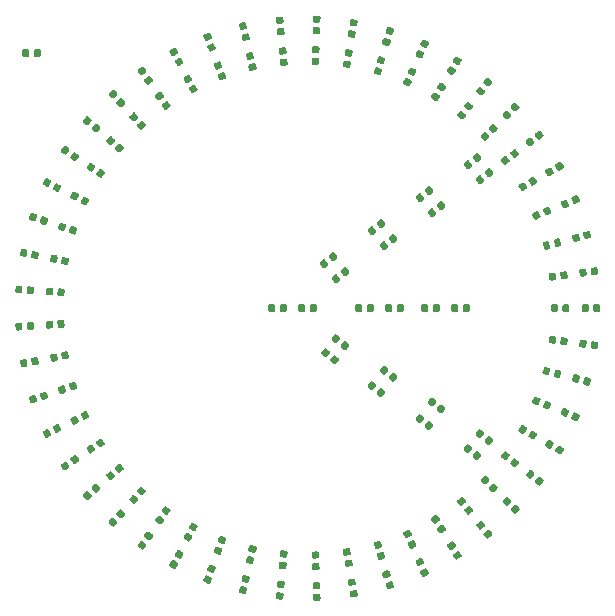
<source format=gbr>
G04 #@! TF.GenerationSoftware,KiCad,Pcbnew,5.1.5-52549c5~84~ubuntu18.04.1*
G04 #@! TF.CreationDate,2020-02-13T00:00:33+01:00*
G04 #@! TF.ProjectId,chase,63686173-652e-46b6-9963-61645f706362,rev?*
G04 #@! TF.SameCoordinates,Original*
G04 #@! TF.FileFunction,Paste,Top*
G04 #@! TF.FilePolarity,Positive*
%FSLAX46Y46*%
G04 Gerber Fmt 4.6, Leading zero omitted, Abs format (unit mm)*
G04 Created by KiCad (PCBNEW 5.1.5-52549c5~84~ubuntu18.04.1) date 2020-02-13 00:00:33*
%MOMM*%
%LPD*%
G04 APERTURE LIST*
%ADD10C,0.100000*%
G04 APERTURE END LIST*
D10*
G36*
X103093958Y-104875710D02*
G01*
X103108276Y-104877834D01*
X103122317Y-104881351D01*
X103135946Y-104886228D01*
X103149031Y-104892417D01*
X103161447Y-104899858D01*
X103173073Y-104908481D01*
X103183798Y-104918202D01*
X103193519Y-104928927D01*
X103202142Y-104940553D01*
X103209583Y-104952969D01*
X103215772Y-104966054D01*
X103220649Y-104979683D01*
X103224166Y-104993724D01*
X103226290Y-105008042D01*
X103227000Y-105022500D01*
X103227000Y-105367500D01*
X103226290Y-105381958D01*
X103224166Y-105396276D01*
X103220649Y-105410317D01*
X103215772Y-105423946D01*
X103209583Y-105437031D01*
X103202142Y-105449447D01*
X103193519Y-105461073D01*
X103183798Y-105471798D01*
X103173073Y-105481519D01*
X103161447Y-105490142D01*
X103149031Y-105497583D01*
X103135946Y-105503772D01*
X103122317Y-105508649D01*
X103108276Y-105512166D01*
X103093958Y-105514290D01*
X103079500Y-105515000D01*
X102784500Y-105515000D01*
X102770042Y-105514290D01*
X102755724Y-105512166D01*
X102741683Y-105508649D01*
X102728054Y-105503772D01*
X102714969Y-105497583D01*
X102702553Y-105490142D01*
X102690927Y-105481519D01*
X102680202Y-105471798D01*
X102670481Y-105461073D01*
X102661858Y-105449447D01*
X102654417Y-105437031D01*
X102648228Y-105423946D01*
X102643351Y-105410317D01*
X102639834Y-105396276D01*
X102637710Y-105381958D01*
X102637000Y-105367500D01*
X102637000Y-105022500D01*
X102637710Y-105008042D01*
X102639834Y-104993724D01*
X102643351Y-104979683D01*
X102648228Y-104966054D01*
X102654417Y-104952969D01*
X102661858Y-104940553D01*
X102670481Y-104928927D01*
X102680202Y-104918202D01*
X102690927Y-104908481D01*
X102702553Y-104899858D01*
X102714969Y-104892417D01*
X102728054Y-104886228D01*
X102741683Y-104881351D01*
X102755724Y-104877834D01*
X102770042Y-104875710D01*
X102784500Y-104875000D01*
X103079500Y-104875000D01*
X103093958Y-104875710D01*
G37*
G36*
X104063958Y-104875710D02*
G01*
X104078276Y-104877834D01*
X104092317Y-104881351D01*
X104105946Y-104886228D01*
X104119031Y-104892417D01*
X104131447Y-104899858D01*
X104143073Y-104908481D01*
X104153798Y-104918202D01*
X104163519Y-104928927D01*
X104172142Y-104940553D01*
X104179583Y-104952969D01*
X104185772Y-104966054D01*
X104190649Y-104979683D01*
X104194166Y-104993724D01*
X104196290Y-105008042D01*
X104197000Y-105022500D01*
X104197000Y-105367500D01*
X104196290Y-105381958D01*
X104194166Y-105396276D01*
X104190649Y-105410317D01*
X104185772Y-105423946D01*
X104179583Y-105437031D01*
X104172142Y-105449447D01*
X104163519Y-105461073D01*
X104153798Y-105471798D01*
X104143073Y-105481519D01*
X104131447Y-105490142D01*
X104119031Y-105497583D01*
X104105946Y-105503772D01*
X104092317Y-105508649D01*
X104078276Y-105512166D01*
X104063958Y-105514290D01*
X104049500Y-105515000D01*
X103754500Y-105515000D01*
X103740042Y-105514290D01*
X103725724Y-105512166D01*
X103711683Y-105508649D01*
X103698054Y-105503772D01*
X103684969Y-105497583D01*
X103672553Y-105490142D01*
X103660927Y-105481519D01*
X103650202Y-105471798D01*
X103640481Y-105461073D01*
X103631858Y-105449447D01*
X103624417Y-105437031D01*
X103618228Y-105423946D01*
X103613351Y-105410317D01*
X103609834Y-105396276D01*
X103607710Y-105381958D01*
X103607000Y-105367500D01*
X103607000Y-105022500D01*
X103607710Y-105008042D01*
X103609834Y-104993724D01*
X103613351Y-104979683D01*
X103618228Y-104966054D01*
X103624417Y-104952969D01*
X103631858Y-104940553D01*
X103640481Y-104928927D01*
X103650202Y-104918202D01*
X103660927Y-104908481D01*
X103672553Y-104899858D01*
X103684969Y-104892417D01*
X103698054Y-104886228D01*
X103711683Y-104881351D01*
X103725724Y-104877834D01*
X103740042Y-104875710D01*
X103754500Y-104875000D01*
X104049500Y-104875000D01*
X104063958Y-104875710D01*
G37*
G36*
X149421720Y-135610580D02*
G01*
X149436056Y-135612579D01*
X149450127Y-135615973D01*
X149463799Y-135620730D01*
X149737318Y-135731239D01*
X149750456Y-135737314D01*
X149762936Y-135744647D01*
X149774638Y-135753168D01*
X149785447Y-135762795D01*
X149795261Y-135773435D01*
X149803985Y-135784985D01*
X149811535Y-135797336D01*
X149817837Y-135810366D01*
X149822833Y-135823952D01*
X149826472Y-135837962D01*
X149828721Y-135852261D01*
X149829557Y-135866712D01*
X149828973Y-135881175D01*
X149826974Y-135895511D01*
X149823580Y-135909583D01*
X149818823Y-135923253D01*
X149689584Y-136243132D01*
X149683509Y-136256271D01*
X149676176Y-136268751D01*
X149667655Y-136280452D01*
X149658029Y-136291262D01*
X149647389Y-136301076D01*
X149635838Y-136309800D01*
X149623488Y-136317350D01*
X149610457Y-136323652D01*
X149596871Y-136328648D01*
X149582861Y-136332287D01*
X149568562Y-136334536D01*
X149554111Y-136335372D01*
X149539648Y-136334788D01*
X149525312Y-136332789D01*
X149511241Y-136329395D01*
X149497569Y-136324638D01*
X149224050Y-136214129D01*
X149210912Y-136208054D01*
X149198432Y-136200721D01*
X149186730Y-136192200D01*
X149175921Y-136182573D01*
X149166107Y-136171933D01*
X149157383Y-136160383D01*
X149149833Y-136148032D01*
X149143531Y-136135002D01*
X149138535Y-136121416D01*
X149134896Y-136107406D01*
X149132647Y-136093107D01*
X149131811Y-136078656D01*
X149132395Y-136064193D01*
X149134394Y-136049857D01*
X149137788Y-136035785D01*
X149142545Y-136022115D01*
X149271784Y-135702236D01*
X149277859Y-135689097D01*
X149285192Y-135676617D01*
X149293713Y-135664916D01*
X149303339Y-135654106D01*
X149313979Y-135644292D01*
X149325530Y-135635568D01*
X149337880Y-135628018D01*
X149350911Y-135621716D01*
X149364497Y-135616720D01*
X149378507Y-135613081D01*
X149392806Y-135610832D01*
X149407257Y-135609996D01*
X149421720Y-135610580D01*
G37*
G36*
X148522352Y-135247212D02*
G01*
X148536688Y-135249211D01*
X148550759Y-135252605D01*
X148564431Y-135257362D01*
X148837950Y-135367871D01*
X148851088Y-135373946D01*
X148863568Y-135381279D01*
X148875270Y-135389800D01*
X148886079Y-135399427D01*
X148895893Y-135410067D01*
X148904617Y-135421617D01*
X148912167Y-135433968D01*
X148918469Y-135446998D01*
X148923465Y-135460584D01*
X148927104Y-135474594D01*
X148929353Y-135488893D01*
X148930189Y-135503344D01*
X148929605Y-135517807D01*
X148927606Y-135532143D01*
X148924212Y-135546215D01*
X148919455Y-135559885D01*
X148790216Y-135879764D01*
X148784141Y-135892903D01*
X148776808Y-135905383D01*
X148768287Y-135917084D01*
X148758661Y-135927894D01*
X148748021Y-135937708D01*
X148736470Y-135946432D01*
X148724120Y-135953982D01*
X148711089Y-135960284D01*
X148697503Y-135965280D01*
X148683493Y-135968919D01*
X148669194Y-135971168D01*
X148654743Y-135972004D01*
X148640280Y-135971420D01*
X148625944Y-135969421D01*
X148611873Y-135966027D01*
X148598201Y-135961270D01*
X148324682Y-135850761D01*
X148311544Y-135844686D01*
X148299064Y-135837353D01*
X148287362Y-135828832D01*
X148276553Y-135819205D01*
X148266739Y-135808565D01*
X148258015Y-135797015D01*
X148250465Y-135784664D01*
X148244163Y-135771634D01*
X148239167Y-135758048D01*
X148235528Y-135744038D01*
X148233279Y-135729739D01*
X148232443Y-135715288D01*
X148233027Y-135700825D01*
X148235026Y-135686489D01*
X148238420Y-135672417D01*
X148243177Y-135658747D01*
X148372416Y-135338868D01*
X148378491Y-135325729D01*
X148385824Y-135313249D01*
X148394345Y-135301548D01*
X148403971Y-135290738D01*
X148414611Y-135280924D01*
X148426162Y-135272200D01*
X148438512Y-135264650D01*
X148451543Y-135258348D01*
X148465129Y-135253352D01*
X148479139Y-135249713D01*
X148493438Y-135247464D01*
X148507889Y-135246628D01*
X148522352Y-135247212D01*
G37*
G36*
X131287958Y-126465710D02*
G01*
X131302276Y-126467834D01*
X131316317Y-126471351D01*
X131329946Y-126476228D01*
X131343031Y-126482417D01*
X131355447Y-126489858D01*
X131367073Y-126498481D01*
X131377798Y-126508202D01*
X131387519Y-126518927D01*
X131396142Y-126530553D01*
X131403583Y-126542969D01*
X131409772Y-126556054D01*
X131414649Y-126569683D01*
X131418166Y-126583724D01*
X131420290Y-126598042D01*
X131421000Y-126612500D01*
X131421000Y-126957500D01*
X131420290Y-126971958D01*
X131418166Y-126986276D01*
X131414649Y-127000317D01*
X131409772Y-127013946D01*
X131403583Y-127027031D01*
X131396142Y-127039447D01*
X131387519Y-127051073D01*
X131377798Y-127061798D01*
X131367073Y-127071519D01*
X131355447Y-127080142D01*
X131343031Y-127087583D01*
X131329946Y-127093772D01*
X131316317Y-127098649D01*
X131302276Y-127102166D01*
X131287958Y-127104290D01*
X131273500Y-127105000D01*
X130978500Y-127105000D01*
X130964042Y-127104290D01*
X130949724Y-127102166D01*
X130935683Y-127098649D01*
X130922054Y-127093772D01*
X130908969Y-127087583D01*
X130896553Y-127080142D01*
X130884927Y-127071519D01*
X130874202Y-127061798D01*
X130864481Y-127051073D01*
X130855858Y-127039447D01*
X130848417Y-127027031D01*
X130842228Y-127013946D01*
X130837351Y-127000317D01*
X130833834Y-126986276D01*
X130831710Y-126971958D01*
X130831000Y-126957500D01*
X130831000Y-126612500D01*
X130831710Y-126598042D01*
X130833834Y-126583724D01*
X130837351Y-126569683D01*
X130842228Y-126556054D01*
X130848417Y-126542969D01*
X130855858Y-126530553D01*
X130864481Y-126518927D01*
X130874202Y-126508202D01*
X130884927Y-126498481D01*
X130896553Y-126489858D01*
X130908969Y-126482417D01*
X130922054Y-126476228D01*
X130935683Y-126471351D01*
X130949724Y-126467834D01*
X130964042Y-126465710D01*
X130978500Y-126465000D01*
X131273500Y-126465000D01*
X131287958Y-126465710D01*
G37*
G36*
X132257958Y-126465710D02*
G01*
X132272276Y-126467834D01*
X132286317Y-126471351D01*
X132299946Y-126476228D01*
X132313031Y-126482417D01*
X132325447Y-126489858D01*
X132337073Y-126498481D01*
X132347798Y-126508202D01*
X132357519Y-126518927D01*
X132366142Y-126530553D01*
X132373583Y-126542969D01*
X132379772Y-126556054D01*
X132384649Y-126569683D01*
X132388166Y-126583724D01*
X132390290Y-126598042D01*
X132391000Y-126612500D01*
X132391000Y-126957500D01*
X132390290Y-126971958D01*
X132388166Y-126986276D01*
X132384649Y-127000317D01*
X132379772Y-127013946D01*
X132373583Y-127027031D01*
X132366142Y-127039447D01*
X132357519Y-127051073D01*
X132347798Y-127061798D01*
X132337073Y-127071519D01*
X132325447Y-127080142D01*
X132313031Y-127087583D01*
X132299946Y-127093772D01*
X132286317Y-127098649D01*
X132272276Y-127102166D01*
X132257958Y-127104290D01*
X132243500Y-127105000D01*
X131948500Y-127105000D01*
X131934042Y-127104290D01*
X131919724Y-127102166D01*
X131905683Y-127098649D01*
X131892054Y-127093772D01*
X131878969Y-127087583D01*
X131866553Y-127080142D01*
X131854927Y-127071519D01*
X131844202Y-127061798D01*
X131834481Y-127051073D01*
X131825858Y-127039447D01*
X131818417Y-127027031D01*
X131812228Y-127013946D01*
X131807351Y-127000317D01*
X131803834Y-126986276D01*
X131801710Y-126971958D01*
X131801000Y-126957500D01*
X131801000Y-126612500D01*
X131801710Y-126598042D01*
X131803834Y-126583724D01*
X131807351Y-126569683D01*
X131812228Y-126556054D01*
X131818417Y-126542969D01*
X131825858Y-126530553D01*
X131834481Y-126518927D01*
X131844202Y-126508202D01*
X131854927Y-126498481D01*
X131866553Y-126489858D01*
X131878969Y-126482417D01*
X131892054Y-126476228D01*
X131905683Y-126471351D01*
X131919724Y-126467834D01*
X131934042Y-126465710D01*
X131948500Y-126465000D01*
X132243500Y-126465000D01*
X132257958Y-126465710D01*
G37*
G36*
X136875958Y-126465710D02*
G01*
X136890276Y-126467834D01*
X136904317Y-126471351D01*
X136917946Y-126476228D01*
X136931031Y-126482417D01*
X136943447Y-126489858D01*
X136955073Y-126498481D01*
X136965798Y-126508202D01*
X136975519Y-126518927D01*
X136984142Y-126530553D01*
X136991583Y-126542969D01*
X136997772Y-126556054D01*
X137002649Y-126569683D01*
X137006166Y-126583724D01*
X137008290Y-126598042D01*
X137009000Y-126612500D01*
X137009000Y-126957500D01*
X137008290Y-126971958D01*
X137006166Y-126986276D01*
X137002649Y-127000317D01*
X136997772Y-127013946D01*
X136991583Y-127027031D01*
X136984142Y-127039447D01*
X136975519Y-127051073D01*
X136965798Y-127061798D01*
X136955073Y-127071519D01*
X136943447Y-127080142D01*
X136931031Y-127087583D01*
X136917946Y-127093772D01*
X136904317Y-127098649D01*
X136890276Y-127102166D01*
X136875958Y-127104290D01*
X136861500Y-127105000D01*
X136566500Y-127105000D01*
X136552042Y-127104290D01*
X136537724Y-127102166D01*
X136523683Y-127098649D01*
X136510054Y-127093772D01*
X136496969Y-127087583D01*
X136484553Y-127080142D01*
X136472927Y-127071519D01*
X136462202Y-127061798D01*
X136452481Y-127051073D01*
X136443858Y-127039447D01*
X136436417Y-127027031D01*
X136430228Y-127013946D01*
X136425351Y-127000317D01*
X136421834Y-126986276D01*
X136419710Y-126971958D01*
X136419000Y-126957500D01*
X136419000Y-126612500D01*
X136419710Y-126598042D01*
X136421834Y-126583724D01*
X136425351Y-126569683D01*
X136430228Y-126556054D01*
X136436417Y-126542969D01*
X136443858Y-126530553D01*
X136452481Y-126518927D01*
X136462202Y-126508202D01*
X136472927Y-126498481D01*
X136484553Y-126489858D01*
X136496969Y-126482417D01*
X136510054Y-126476228D01*
X136523683Y-126471351D01*
X136537724Y-126467834D01*
X136552042Y-126465710D01*
X136566500Y-126465000D01*
X136861500Y-126465000D01*
X136875958Y-126465710D01*
G37*
G36*
X137845958Y-126465710D02*
G01*
X137860276Y-126467834D01*
X137874317Y-126471351D01*
X137887946Y-126476228D01*
X137901031Y-126482417D01*
X137913447Y-126489858D01*
X137925073Y-126498481D01*
X137935798Y-126508202D01*
X137945519Y-126518927D01*
X137954142Y-126530553D01*
X137961583Y-126542969D01*
X137967772Y-126556054D01*
X137972649Y-126569683D01*
X137976166Y-126583724D01*
X137978290Y-126598042D01*
X137979000Y-126612500D01*
X137979000Y-126957500D01*
X137978290Y-126971958D01*
X137976166Y-126986276D01*
X137972649Y-127000317D01*
X137967772Y-127013946D01*
X137961583Y-127027031D01*
X137954142Y-127039447D01*
X137945519Y-127051073D01*
X137935798Y-127061798D01*
X137925073Y-127071519D01*
X137913447Y-127080142D01*
X137901031Y-127087583D01*
X137887946Y-127093772D01*
X137874317Y-127098649D01*
X137860276Y-127102166D01*
X137845958Y-127104290D01*
X137831500Y-127105000D01*
X137536500Y-127105000D01*
X137522042Y-127104290D01*
X137507724Y-127102166D01*
X137493683Y-127098649D01*
X137480054Y-127093772D01*
X137466969Y-127087583D01*
X137454553Y-127080142D01*
X137442927Y-127071519D01*
X137432202Y-127061798D01*
X137422481Y-127051073D01*
X137413858Y-127039447D01*
X137406417Y-127027031D01*
X137400228Y-127013946D01*
X137395351Y-127000317D01*
X137391834Y-126986276D01*
X137389710Y-126971958D01*
X137389000Y-126957500D01*
X137389000Y-126612500D01*
X137389710Y-126598042D01*
X137391834Y-126583724D01*
X137395351Y-126569683D01*
X137400228Y-126556054D01*
X137406417Y-126542969D01*
X137413858Y-126530553D01*
X137422481Y-126518927D01*
X137432202Y-126508202D01*
X137442927Y-126498481D01*
X137454553Y-126489858D01*
X137466969Y-126482417D01*
X137480054Y-126476228D01*
X137493683Y-126471351D01*
X137507724Y-126467834D01*
X137522042Y-126465710D01*
X137536500Y-126465000D01*
X137831500Y-126465000D01*
X137845958Y-126465710D01*
G37*
G36*
X141136714Y-138895085D02*
G01*
X141151108Y-138896614D01*
X141165283Y-138899546D01*
X141179102Y-138903854D01*
X141192433Y-138909495D01*
X141205146Y-138916416D01*
X141217119Y-138924549D01*
X141452717Y-139102084D01*
X141463836Y-139111352D01*
X141473993Y-139121665D01*
X141483090Y-139132924D01*
X141491040Y-139145021D01*
X141497766Y-139157838D01*
X141503203Y-139171253D01*
X141507299Y-139185137D01*
X141510014Y-139199355D01*
X141511323Y-139213770D01*
X141511213Y-139228245D01*
X141509684Y-139242639D01*
X141506752Y-139256814D01*
X141502444Y-139270633D01*
X141496803Y-139283963D01*
X141489882Y-139296677D01*
X141481749Y-139308651D01*
X141274123Y-139584180D01*
X141264855Y-139595299D01*
X141254542Y-139605455D01*
X141243282Y-139614553D01*
X141231186Y-139622502D01*
X141218368Y-139629228D01*
X141204953Y-139634665D01*
X141191070Y-139638761D01*
X141176852Y-139641477D01*
X141162436Y-139642785D01*
X141147962Y-139642675D01*
X141133568Y-139641146D01*
X141119393Y-139638214D01*
X141105574Y-139633906D01*
X141092243Y-139628265D01*
X141079530Y-139621344D01*
X141067557Y-139613211D01*
X140831959Y-139435676D01*
X140820840Y-139426408D01*
X140810683Y-139416095D01*
X140801586Y-139404836D01*
X140793636Y-139392739D01*
X140786910Y-139379922D01*
X140781473Y-139366507D01*
X140777377Y-139352623D01*
X140774662Y-139338405D01*
X140773353Y-139323990D01*
X140773463Y-139309515D01*
X140774992Y-139295121D01*
X140777924Y-139280946D01*
X140782232Y-139267127D01*
X140787873Y-139253797D01*
X140794794Y-139241083D01*
X140802927Y-139229109D01*
X141010553Y-138953580D01*
X141019821Y-138942461D01*
X141030134Y-138932305D01*
X141041394Y-138923207D01*
X141053490Y-138915258D01*
X141066308Y-138908532D01*
X141079723Y-138903095D01*
X141093606Y-138898999D01*
X141107824Y-138896283D01*
X141122240Y-138894975D01*
X141136714Y-138895085D01*
G37*
G36*
X140362038Y-138311325D02*
G01*
X140376432Y-138312854D01*
X140390607Y-138315786D01*
X140404426Y-138320094D01*
X140417757Y-138325735D01*
X140430470Y-138332656D01*
X140442443Y-138340789D01*
X140678041Y-138518324D01*
X140689160Y-138527592D01*
X140699317Y-138537905D01*
X140708414Y-138549164D01*
X140716364Y-138561261D01*
X140723090Y-138574078D01*
X140728527Y-138587493D01*
X140732623Y-138601377D01*
X140735338Y-138615595D01*
X140736647Y-138630010D01*
X140736537Y-138644485D01*
X140735008Y-138658879D01*
X140732076Y-138673054D01*
X140727768Y-138686873D01*
X140722127Y-138700203D01*
X140715206Y-138712917D01*
X140707073Y-138724891D01*
X140499447Y-139000420D01*
X140490179Y-139011539D01*
X140479866Y-139021695D01*
X140468606Y-139030793D01*
X140456510Y-139038742D01*
X140443692Y-139045468D01*
X140430277Y-139050905D01*
X140416394Y-139055001D01*
X140402176Y-139057717D01*
X140387760Y-139059025D01*
X140373286Y-139058915D01*
X140358892Y-139057386D01*
X140344717Y-139054454D01*
X140330898Y-139050146D01*
X140317567Y-139044505D01*
X140304854Y-139037584D01*
X140292881Y-139029451D01*
X140057283Y-138851916D01*
X140046164Y-138842648D01*
X140036007Y-138832335D01*
X140026910Y-138821076D01*
X140018960Y-138808979D01*
X140012234Y-138796162D01*
X140006797Y-138782747D01*
X140002701Y-138768863D01*
X139999986Y-138754645D01*
X139998677Y-138740230D01*
X139998787Y-138725755D01*
X140000316Y-138711361D01*
X140003248Y-138697186D01*
X140007556Y-138683367D01*
X140013197Y-138670037D01*
X140020118Y-138657323D01*
X140028251Y-138645349D01*
X140235877Y-138369820D01*
X140245145Y-138358701D01*
X140255458Y-138348545D01*
X140266718Y-138339447D01*
X140278814Y-138331498D01*
X140291632Y-138324772D01*
X140305047Y-138319335D01*
X140318930Y-138315239D01*
X140333148Y-138312523D01*
X140347564Y-138311215D01*
X140362038Y-138311325D01*
G37*
G36*
X137072714Y-136355085D02*
G01*
X137087108Y-136356614D01*
X137101283Y-136359546D01*
X137115102Y-136363854D01*
X137128433Y-136369495D01*
X137141146Y-136376416D01*
X137153119Y-136384549D01*
X137388717Y-136562084D01*
X137399836Y-136571352D01*
X137409993Y-136581665D01*
X137419090Y-136592924D01*
X137427040Y-136605021D01*
X137433766Y-136617838D01*
X137439203Y-136631253D01*
X137443299Y-136645137D01*
X137446014Y-136659355D01*
X137447323Y-136673770D01*
X137447213Y-136688245D01*
X137445684Y-136702639D01*
X137442752Y-136716814D01*
X137438444Y-136730633D01*
X137432803Y-136743963D01*
X137425882Y-136756677D01*
X137417749Y-136768651D01*
X137210123Y-137044180D01*
X137200855Y-137055299D01*
X137190542Y-137065455D01*
X137179282Y-137074553D01*
X137167186Y-137082502D01*
X137154368Y-137089228D01*
X137140953Y-137094665D01*
X137127070Y-137098761D01*
X137112852Y-137101477D01*
X137098436Y-137102785D01*
X137083962Y-137102675D01*
X137069568Y-137101146D01*
X137055393Y-137098214D01*
X137041574Y-137093906D01*
X137028243Y-137088265D01*
X137015530Y-137081344D01*
X137003557Y-137073211D01*
X136767959Y-136895676D01*
X136756840Y-136886408D01*
X136746683Y-136876095D01*
X136737586Y-136864836D01*
X136729636Y-136852739D01*
X136722910Y-136839922D01*
X136717473Y-136826507D01*
X136713377Y-136812623D01*
X136710662Y-136798405D01*
X136709353Y-136783990D01*
X136709463Y-136769515D01*
X136710992Y-136755121D01*
X136713924Y-136740946D01*
X136718232Y-136727127D01*
X136723873Y-136713797D01*
X136730794Y-136701083D01*
X136738927Y-136689109D01*
X136946553Y-136413580D01*
X136955821Y-136402461D01*
X136966134Y-136392305D01*
X136977394Y-136383207D01*
X136989490Y-136375258D01*
X137002308Y-136368532D01*
X137015723Y-136363095D01*
X137029606Y-136358999D01*
X137043824Y-136356283D01*
X137058240Y-136354975D01*
X137072714Y-136355085D01*
G37*
G36*
X136298038Y-135771325D02*
G01*
X136312432Y-135772854D01*
X136326607Y-135775786D01*
X136340426Y-135780094D01*
X136353757Y-135785735D01*
X136366470Y-135792656D01*
X136378443Y-135800789D01*
X136614041Y-135978324D01*
X136625160Y-135987592D01*
X136635317Y-135997905D01*
X136644414Y-136009164D01*
X136652364Y-136021261D01*
X136659090Y-136034078D01*
X136664527Y-136047493D01*
X136668623Y-136061377D01*
X136671338Y-136075595D01*
X136672647Y-136090010D01*
X136672537Y-136104485D01*
X136671008Y-136118879D01*
X136668076Y-136133054D01*
X136663768Y-136146873D01*
X136658127Y-136160203D01*
X136651206Y-136172917D01*
X136643073Y-136184891D01*
X136435447Y-136460420D01*
X136426179Y-136471539D01*
X136415866Y-136481695D01*
X136404606Y-136490793D01*
X136392510Y-136498742D01*
X136379692Y-136505468D01*
X136366277Y-136510905D01*
X136352394Y-136515001D01*
X136338176Y-136517717D01*
X136323760Y-136519025D01*
X136309286Y-136518915D01*
X136294892Y-136517386D01*
X136280717Y-136514454D01*
X136266898Y-136510146D01*
X136253567Y-136504505D01*
X136240854Y-136497584D01*
X136228881Y-136489451D01*
X135993283Y-136311916D01*
X135982164Y-136302648D01*
X135972007Y-136292335D01*
X135962910Y-136281076D01*
X135954960Y-136268979D01*
X135948234Y-136256162D01*
X135942797Y-136242747D01*
X135938701Y-136228863D01*
X135935986Y-136214645D01*
X135934677Y-136200230D01*
X135934787Y-136185755D01*
X135936316Y-136171361D01*
X135939248Y-136157186D01*
X135943556Y-136143367D01*
X135949197Y-136130037D01*
X135956118Y-136117323D01*
X135964251Y-136105349D01*
X136171877Y-135829820D01*
X136181145Y-135818701D01*
X136191458Y-135808545D01*
X136202718Y-135799447D01*
X136214814Y-135791498D01*
X136227632Y-135784772D01*
X136241047Y-135779335D01*
X136254930Y-135775239D01*
X136269148Y-135772523D01*
X136283564Y-135771215D01*
X136298038Y-135771325D01*
G37*
G36*
X133008714Y-133561085D02*
G01*
X133023108Y-133562614D01*
X133037283Y-133565546D01*
X133051102Y-133569854D01*
X133064433Y-133575495D01*
X133077146Y-133582416D01*
X133089119Y-133590549D01*
X133324717Y-133768084D01*
X133335836Y-133777352D01*
X133345993Y-133787665D01*
X133355090Y-133798924D01*
X133363040Y-133811021D01*
X133369766Y-133823838D01*
X133375203Y-133837253D01*
X133379299Y-133851137D01*
X133382014Y-133865355D01*
X133383323Y-133879770D01*
X133383213Y-133894245D01*
X133381684Y-133908639D01*
X133378752Y-133922814D01*
X133374444Y-133936633D01*
X133368803Y-133949963D01*
X133361882Y-133962677D01*
X133353749Y-133974651D01*
X133146123Y-134250180D01*
X133136855Y-134261299D01*
X133126542Y-134271455D01*
X133115282Y-134280553D01*
X133103186Y-134288502D01*
X133090368Y-134295228D01*
X133076953Y-134300665D01*
X133063070Y-134304761D01*
X133048852Y-134307477D01*
X133034436Y-134308785D01*
X133019962Y-134308675D01*
X133005568Y-134307146D01*
X132991393Y-134304214D01*
X132977574Y-134299906D01*
X132964243Y-134294265D01*
X132951530Y-134287344D01*
X132939557Y-134279211D01*
X132703959Y-134101676D01*
X132692840Y-134092408D01*
X132682683Y-134082095D01*
X132673586Y-134070836D01*
X132665636Y-134058739D01*
X132658910Y-134045922D01*
X132653473Y-134032507D01*
X132649377Y-134018623D01*
X132646662Y-134004405D01*
X132645353Y-133989990D01*
X132645463Y-133975515D01*
X132646992Y-133961121D01*
X132649924Y-133946946D01*
X132654232Y-133933127D01*
X132659873Y-133919797D01*
X132666794Y-133907083D01*
X132674927Y-133895109D01*
X132882553Y-133619580D01*
X132891821Y-133608461D01*
X132902134Y-133598305D01*
X132913394Y-133589207D01*
X132925490Y-133581258D01*
X132938308Y-133574532D01*
X132951723Y-133569095D01*
X132965606Y-133564999D01*
X132979824Y-133562283D01*
X132994240Y-133560975D01*
X133008714Y-133561085D01*
G37*
G36*
X132234038Y-132977325D02*
G01*
X132248432Y-132978854D01*
X132262607Y-132981786D01*
X132276426Y-132986094D01*
X132289757Y-132991735D01*
X132302470Y-132998656D01*
X132314443Y-133006789D01*
X132550041Y-133184324D01*
X132561160Y-133193592D01*
X132571317Y-133203905D01*
X132580414Y-133215164D01*
X132588364Y-133227261D01*
X132595090Y-133240078D01*
X132600527Y-133253493D01*
X132604623Y-133267377D01*
X132607338Y-133281595D01*
X132608647Y-133296010D01*
X132608537Y-133310485D01*
X132607008Y-133324879D01*
X132604076Y-133339054D01*
X132599768Y-133352873D01*
X132594127Y-133366203D01*
X132587206Y-133378917D01*
X132579073Y-133390891D01*
X132371447Y-133666420D01*
X132362179Y-133677539D01*
X132351866Y-133687695D01*
X132340606Y-133696793D01*
X132328510Y-133704742D01*
X132315692Y-133711468D01*
X132302277Y-133716905D01*
X132288394Y-133721001D01*
X132274176Y-133723717D01*
X132259760Y-133725025D01*
X132245286Y-133724915D01*
X132230892Y-133723386D01*
X132216717Y-133720454D01*
X132202898Y-133716146D01*
X132189567Y-133710505D01*
X132176854Y-133703584D01*
X132164881Y-133695451D01*
X131929283Y-133517916D01*
X131918164Y-133508648D01*
X131908007Y-133498335D01*
X131898910Y-133487076D01*
X131890960Y-133474979D01*
X131884234Y-133462162D01*
X131878797Y-133448747D01*
X131874701Y-133434863D01*
X131871986Y-133420645D01*
X131870677Y-133406230D01*
X131870787Y-133391755D01*
X131872316Y-133377361D01*
X131875248Y-133363186D01*
X131879556Y-133349367D01*
X131885197Y-133336037D01*
X131892118Y-133323323D01*
X131900251Y-133311349D01*
X132107877Y-133035820D01*
X132117145Y-133024701D01*
X132127458Y-133014545D01*
X132138718Y-133005447D01*
X132150814Y-132997498D01*
X132163632Y-132990772D01*
X132177047Y-132985335D01*
X132190930Y-132981239D01*
X132205148Y-132978523D01*
X132219564Y-132977215D01*
X132234038Y-132977325D01*
G37*
G36*
X129079714Y-130767085D02*
G01*
X129094108Y-130768614D01*
X129108283Y-130771546D01*
X129122102Y-130775854D01*
X129135433Y-130781495D01*
X129148146Y-130788416D01*
X129160119Y-130796549D01*
X129395717Y-130974084D01*
X129406836Y-130983352D01*
X129416993Y-130993665D01*
X129426090Y-131004924D01*
X129434040Y-131017021D01*
X129440766Y-131029838D01*
X129446203Y-131043253D01*
X129450299Y-131057137D01*
X129453014Y-131071355D01*
X129454323Y-131085770D01*
X129454213Y-131100245D01*
X129452684Y-131114639D01*
X129449752Y-131128814D01*
X129445444Y-131142633D01*
X129439803Y-131155963D01*
X129432882Y-131168677D01*
X129424749Y-131180651D01*
X129217123Y-131456180D01*
X129207855Y-131467299D01*
X129197542Y-131477455D01*
X129186282Y-131486553D01*
X129174186Y-131494502D01*
X129161368Y-131501228D01*
X129147953Y-131506665D01*
X129134070Y-131510761D01*
X129119852Y-131513477D01*
X129105436Y-131514785D01*
X129090962Y-131514675D01*
X129076568Y-131513146D01*
X129062393Y-131510214D01*
X129048574Y-131505906D01*
X129035243Y-131500265D01*
X129022530Y-131493344D01*
X129010557Y-131485211D01*
X128774959Y-131307676D01*
X128763840Y-131298408D01*
X128753683Y-131288095D01*
X128744586Y-131276836D01*
X128736636Y-131264739D01*
X128729910Y-131251922D01*
X128724473Y-131238507D01*
X128720377Y-131224623D01*
X128717662Y-131210405D01*
X128716353Y-131195990D01*
X128716463Y-131181515D01*
X128717992Y-131167121D01*
X128720924Y-131152946D01*
X128725232Y-131139127D01*
X128730873Y-131125797D01*
X128737794Y-131113083D01*
X128745927Y-131101109D01*
X128953553Y-130825580D01*
X128962821Y-130814461D01*
X128973134Y-130804305D01*
X128984394Y-130795207D01*
X128996490Y-130787258D01*
X129009308Y-130780532D01*
X129022723Y-130775095D01*
X129036606Y-130770999D01*
X129050824Y-130768283D01*
X129065240Y-130766975D01*
X129079714Y-130767085D01*
G37*
G36*
X128305038Y-130183325D02*
G01*
X128319432Y-130184854D01*
X128333607Y-130187786D01*
X128347426Y-130192094D01*
X128360757Y-130197735D01*
X128373470Y-130204656D01*
X128385443Y-130212789D01*
X128621041Y-130390324D01*
X128632160Y-130399592D01*
X128642317Y-130409905D01*
X128651414Y-130421164D01*
X128659364Y-130433261D01*
X128666090Y-130446078D01*
X128671527Y-130459493D01*
X128675623Y-130473377D01*
X128678338Y-130487595D01*
X128679647Y-130502010D01*
X128679537Y-130516485D01*
X128678008Y-130530879D01*
X128675076Y-130545054D01*
X128670768Y-130558873D01*
X128665127Y-130572203D01*
X128658206Y-130584917D01*
X128650073Y-130596891D01*
X128442447Y-130872420D01*
X128433179Y-130883539D01*
X128422866Y-130893695D01*
X128411606Y-130902793D01*
X128399510Y-130910742D01*
X128386692Y-130917468D01*
X128373277Y-130922905D01*
X128359394Y-130927001D01*
X128345176Y-130929717D01*
X128330760Y-130931025D01*
X128316286Y-130930915D01*
X128301892Y-130929386D01*
X128287717Y-130926454D01*
X128273898Y-130922146D01*
X128260567Y-130916505D01*
X128247854Y-130909584D01*
X128235881Y-130901451D01*
X128000283Y-130723916D01*
X127989164Y-130714648D01*
X127979007Y-130704335D01*
X127969910Y-130693076D01*
X127961960Y-130680979D01*
X127955234Y-130668162D01*
X127949797Y-130654747D01*
X127945701Y-130640863D01*
X127942986Y-130626645D01*
X127941677Y-130612230D01*
X127941787Y-130597755D01*
X127943316Y-130583361D01*
X127946248Y-130569186D01*
X127950556Y-130555367D01*
X127956197Y-130542037D01*
X127963118Y-130529323D01*
X127971251Y-130517349D01*
X128178877Y-130241820D01*
X128188145Y-130230701D01*
X128198458Y-130220545D01*
X128209718Y-130211447D01*
X128221814Y-130203498D01*
X128234632Y-130196772D01*
X128248047Y-130191335D01*
X128261930Y-130187239D01*
X128276148Y-130184523D01*
X128290564Y-130183215D01*
X128305038Y-130183325D01*
G37*
G36*
X123921958Y-126465710D02*
G01*
X123936276Y-126467834D01*
X123950317Y-126471351D01*
X123963946Y-126476228D01*
X123977031Y-126482417D01*
X123989447Y-126489858D01*
X124001073Y-126498481D01*
X124011798Y-126508202D01*
X124021519Y-126518927D01*
X124030142Y-126530553D01*
X124037583Y-126542969D01*
X124043772Y-126556054D01*
X124048649Y-126569683D01*
X124052166Y-126583724D01*
X124054290Y-126598042D01*
X124055000Y-126612500D01*
X124055000Y-126957500D01*
X124054290Y-126971958D01*
X124052166Y-126986276D01*
X124048649Y-127000317D01*
X124043772Y-127013946D01*
X124037583Y-127027031D01*
X124030142Y-127039447D01*
X124021519Y-127051073D01*
X124011798Y-127061798D01*
X124001073Y-127071519D01*
X123989447Y-127080142D01*
X123977031Y-127087583D01*
X123963946Y-127093772D01*
X123950317Y-127098649D01*
X123936276Y-127102166D01*
X123921958Y-127104290D01*
X123907500Y-127105000D01*
X123612500Y-127105000D01*
X123598042Y-127104290D01*
X123583724Y-127102166D01*
X123569683Y-127098649D01*
X123556054Y-127093772D01*
X123542969Y-127087583D01*
X123530553Y-127080142D01*
X123518927Y-127071519D01*
X123508202Y-127061798D01*
X123498481Y-127051073D01*
X123489858Y-127039447D01*
X123482417Y-127027031D01*
X123476228Y-127013946D01*
X123471351Y-127000317D01*
X123467834Y-126986276D01*
X123465710Y-126971958D01*
X123465000Y-126957500D01*
X123465000Y-126612500D01*
X123465710Y-126598042D01*
X123467834Y-126583724D01*
X123471351Y-126569683D01*
X123476228Y-126556054D01*
X123482417Y-126542969D01*
X123489858Y-126530553D01*
X123498481Y-126518927D01*
X123508202Y-126508202D01*
X123518927Y-126498481D01*
X123530553Y-126489858D01*
X123542969Y-126482417D01*
X123556054Y-126476228D01*
X123569683Y-126471351D01*
X123583724Y-126467834D01*
X123598042Y-126465710D01*
X123612500Y-126465000D01*
X123907500Y-126465000D01*
X123921958Y-126465710D01*
G37*
G36*
X124891958Y-126465710D02*
G01*
X124906276Y-126467834D01*
X124920317Y-126471351D01*
X124933946Y-126476228D01*
X124947031Y-126482417D01*
X124959447Y-126489858D01*
X124971073Y-126498481D01*
X124981798Y-126508202D01*
X124991519Y-126518927D01*
X125000142Y-126530553D01*
X125007583Y-126542969D01*
X125013772Y-126556054D01*
X125018649Y-126569683D01*
X125022166Y-126583724D01*
X125024290Y-126598042D01*
X125025000Y-126612500D01*
X125025000Y-126957500D01*
X125024290Y-126971958D01*
X125022166Y-126986276D01*
X125018649Y-127000317D01*
X125013772Y-127013946D01*
X125007583Y-127027031D01*
X125000142Y-127039447D01*
X124991519Y-127051073D01*
X124981798Y-127061798D01*
X124971073Y-127071519D01*
X124959447Y-127080142D01*
X124947031Y-127087583D01*
X124933946Y-127093772D01*
X124920317Y-127098649D01*
X124906276Y-127102166D01*
X124891958Y-127104290D01*
X124877500Y-127105000D01*
X124582500Y-127105000D01*
X124568042Y-127104290D01*
X124553724Y-127102166D01*
X124539683Y-127098649D01*
X124526054Y-127093772D01*
X124512969Y-127087583D01*
X124500553Y-127080142D01*
X124488927Y-127071519D01*
X124478202Y-127061798D01*
X124468481Y-127051073D01*
X124459858Y-127039447D01*
X124452417Y-127027031D01*
X124446228Y-127013946D01*
X124441351Y-127000317D01*
X124437834Y-126986276D01*
X124435710Y-126971958D01*
X124435000Y-126957500D01*
X124435000Y-126612500D01*
X124435710Y-126598042D01*
X124437834Y-126583724D01*
X124441351Y-126569683D01*
X124446228Y-126556054D01*
X124452417Y-126542969D01*
X124459858Y-126530553D01*
X124468481Y-126518927D01*
X124478202Y-126508202D01*
X124488927Y-126498481D01*
X124500553Y-126489858D01*
X124512969Y-126482417D01*
X124526054Y-126476228D01*
X124539683Y-126471351D01*
X124553724Y-126467834D01*
X124568042Y-126465710D01*
X124582500Y-126465000D01*
X124877500Y-126465000D01*
X124891958Y-126465710D01*
G37*
G36*
X128984852Y-122056524D02*
G01*
X128999070Y-122059239D01*
X129012954Y-122063335D01*
X129026369Y-122068772D01*
X129039186Y-122075498D01*
X129051283Y-122083448D01*
X129062542Y-122092545D01*
X129072855Y-122102702D01*
X129082123Y-122113820D01*
X129289749Y-122389349D01*
X129297882Y-122401323D01*
X129304803Y-122414036D01*
X129310444Y-122427367D01*
X129314752Y-122441186D01*
X129317684Y-122455361D01*
X129319213Y-122469755D01*
X129319323Y-122484229D01*
X129318015Y-122498645D01*
X129315299Y-122512863D01*
X129311203Y-122526746D01*
X129305766Y-122540161D01*
X129299040Y-122552979D01*
X129291091Y-122565075D01*
X129281993Y-122576335D01*
X129271837Y-122586648D01*
X129260717Y-122595916D01*
X129025119Y-122773451D01*
X129013146Y-122781584D01*
X129000432Y-122788505D01*
X128987102Y-122794146D01*
X128973283Y-122798454D01*
X128959108Y-122801386D01*
X128944714Y-122802915D01*
X128930239Y-122803025D01*
X128915824Y-122801716D01*
X128901606Y-122799001D01*
X128887722Y-122794905D01*
X128874307Y-122789468D01*
X128861490Y-122782742D01*
X128849393Y-122774792D01*
X128838134Y-122765695D01*
X128827821Y-122755538D01*
X128818553Y-122744420D01*
X128610927Y-122468891D01*
X128602794Y-122456917D01*
X128595873Y-122444204D01*
X128590232Y-122430873D01*
X128585924Y-122417054D01*
X128582992Y-122402879D01*
X128581463Y-122388485D01*
X128581353Y-122374011D01*
X128582661Y-122359595D01*
X128585377Y-122345377D01*
X128589473Y-122331494D01*
X128594910Y-122318079D01*
X128601636Y-122305261D01*
X128609585Y-122293165D01*
X128618683Y-122281905D01*
X128628839Y-122271592D01*
X128639959Y-122262324D01*
X128875557Y-122084789D01*
X128887530Y-122076656D01*
X128900244Y-122069735D01*
X128913574Y-122064094D01*
X128927393Y-122059786D01*
X128941568Y-122056854D01*
X128955962Y-122055325D01*
X128970437Y-122055215D01*
X128984852Y-122056524D01*
G37*
G36*
X128210176Y-122640284D02*
G01*
X128224394Y-122642999D01*
X128238278Y-122647095D01*
X128251693Y-122652532D01*
X128264510Y-122659258D01*
X128276607Y-122667208D01*
X128287866Y-122676305D01*
X128298179Y-122686462D01*
X128307447Y-122697580D01*
X128515073Y-122973109D01*
X128523206Y-122985083D01*
X128530127Y-122997796D01*
X128535768Y-123011127D01*
X128540076Y-123024946D01*
X128543008Y-123039121D01*
X128544537Y-123053515D01*
X128544647Y-123067989D01*
X128543339Y-123082405D01*
X128540623Y-123096623D01*
X128536527Y-123110506D01*
X128531090Y-123123921D01*
X128524364Y-123136739D01*
X128516415Y-123148835D01*
X128507317Y-123160095D01*
X128497161Y-123170408D01*
X128486041Y-123179676D01*
X128250443Y-123357211D01*
X128238470Y-123365344D01*
X128225756Y-123372265D01*
X128212426Y-123377906D01*
X128198607Y-123382214D01*
X128184432Y-123385146D01*
X128170038Y-123386675D01*
X128155563Y-123386785D01*
X128141148Y-123385476D01*
X128126930Y-123382761D01*
X128113046Y-123378665D01*
X128099631Y-123373228D01*
X128086814Y-123366502D01*
X128074717Y-123358552D01*
X128063458Y-123349455D01*
X128053145Y-123339298D01*
X128043877Y-123328180D01*
X127836251Y-123052651D01*
X127828118Y-123040677D01*
X127821197Y-123027964D01*
X127815556Y-123014633D01*
X127811248Y-123000814D01*
X127808316Y-122986639D01*
X127806787Y-122972245D01*
X127806677Y-122957771D01*
X127807985Y-122943355D01*
X127810701Y-122929137D01*
X127814797Y-122915254D01*
X127820234Y-122901839D01*
X127826960Y-122889021D01*
X127834909Y-122876925D01*
X127844007Y-122865665D01*
X127854163Y-122855352D01*
X127865283Y-122846084D01*
X128100881Y-122668549D01*
X128112854Y-122660416D01*
X128125568Y-122653495D01*
X128138898Y-122647854D01*
X128152717Y-122643546D01*
X128166892Y-122640614D01*
X128181286Y-122639085D01*
X128195761Y-122638975D01*
X128210176Y-122640284D01*
G37*
G36*
X133048852Y-119262524D02*
G01*
X133063070Y-119265239D01*
X133076954Y-119269335D01*
X133090369Y-119274772D01*
X133103186Y-119281498D01*
X133115283Y-119289448D01*
X133126542Y-119298545D01*
X133136855Y-119308702D01*
X133146123Y-119319820D01*
X133353749Y-119595349D01*
X133361882Y-119607323D01*
X133368803Y-119620036D01*
X133374444Y-119633367D01*
X133378752Y-119647186D01*
X133381684Y-119661361D01*
X133383213Y-119675755D01*
X133383323Y-119690229D01*
X133382015Y-119704645D01*
X133379299Y-119718863D01*
X133375203Y-119732746D01*
X133369766Y-119746161D01*
X133363040Y-119758979D01*
X133355091Y-119771075D01*
X133345993Y-119782335D01*
X133335837Y-119792648D01*
X133324717Y-119801916D01*
X133089119Y-119979451D01*
X133077146Y-119987584D01*
X133064432Y-119994505D01*
X133051102Y-120000146D01*
X133037283Y-120004454D01*
X133023108Y-120007386D01*
X133008714Y-120008915D01*
X132994239Y-120009025D01*
X132979824Y-120007716D01*
X132965606Y-120005001D01*
X132951722Y-120000905D01*
X132938307Y-119995468D01*
X132925490Y-119988742D01*
X132913393Y-119980792D01*
X132902134Y-119971695D01*
X132891821Y-119961538D01*
X132882553Y-119950420D01*
X132674927Y-119674891D01*
X132666794Y-119662917D01*
X132659873Y-119650204D01*
X132654232Y-119636873D01*
X132649924Y-119623054D01*
X132646992Y-119608879D01*
X132645463Y-119594485D01*
X132645353Y-119580011D01*
X132646661Y-119565595D01*
X132649377Y-119551377D01*
X132653473Y-119537494D01*
X132658910Y-119524079D01*
X132665636Y-119511261D01*
X132673585Y-119499165D01*
X132682683Y-119487905D01*
X132692839Y-119477592D01*
X132703959Y-119468324D01*
X132939557Y-119290789D01*
X132951530Y-119282656D01*
X132964244Y-119275735D01*
X132977574Y-119270094D01*
X132991393Y-119265786D01*
X133005568Y-119262854D01*
X133019962Y-119261325D01*
X133034437Y-119261215D01*
X133048852Y-119262524D01*
G37*
G36*
X132274176Y-119846284D02*
G01*
X132288394Y-119848999D01*
X132302278Y-119853095D01*
X132315693Y-119858532D01*
X132328510Y-119865258D01*
X132340607Y-119873208D01*
X132351866Y-119882305D01*
X132362179Y-119892462D01*
X132371447Y-119903580D01*
X132579073Y-120179109D01*
X132587206Y-120191083D01*
X132594127Y-120203796D01*
X132599768Y-120217127D01*
X132604076Y-120230946D01*
X132607008Y-120245121D01*
X132608537Y-120259515D01*
X132608647Y-120273989D01*
X132607339Y-120288405D01*
X132604623Y-120302623D01*
X132600527Y-120316506D01*
X132595090Y-120329921D01*
X132588364Y-120342739D01*
X132580415Y-120354835D01*
X132571317Y-120366095D01*
X132561161Y-120376408D01*
X132550041Y-120385676D01*
X132314443Y-120563211D01*
X132302470Y-120571344D01*
X132289756Y-120578265D01*
X132276426Y-120583906D01*
X132262607Y-120588214D01*
X132248432Y-120591146D01*
X132234038Y-120592675D01*
X132219563Y-120592785D01*
X132205148Y-120591476D01*
X132190930Y-120588761D01*
X132177046Y-120584665D01*
X132163631Y-120579228D01*
X132150814Y-120572502D01*
X132138717Y-120564552D01*
X132127458Y-120555455D01*
X132117145Y-120545298D01*
X132107877Y-120534180D01*
X131900251Y-120258651D01*
X131892118Y-120246677D01*
X131885197Y-120233964D01*
X131879556Y-120220633D01*
X131875248Y-120206814D01*
X131872316Y-120192639D01*
X131870787Y-120178245D01*
X131870677Y-120163771D01*
X131871985Y-120149355D01*
X131874701Y-120135137D01*
X131878797Y-120121254D01*
X131884234Y-120107839D01*
X131890960Y-120095021D01*
X131898909Y-120082925D01*
X131908007Y-120071665D01*
X131918163Y-120061352D01*
X131929283Y-120052084D01*
X132164881Y-119874549D01*
X132176854Y-119866416D01*
X132189568Y-119859495D01*
X132202898Y-119853854D01*
X132216717Y-119849546D01*
X132230892Y-119846614D01*
X132245286Y-119845085D01*
X132259761Y-119844975D01*
X132274176Y-119846284D01*
G37*
G36*
X137112852Y-116468524D02*
G01*
X137127070Y-116471239D01*
X137140954Y-116475335D01*
X137154369Y-116480772D01*
X137167186Y-116487498D01*
X137179283Y-116495448D01*
X137190542Y-116504545D01*
X137200855Y-116514702D01*
X137210123Y-116525820D01*
X137417749Y-116801349D01*
X137425882Y-116813323D01*
X137432803Y-116826036D01*
X137438444Y-116839367D01*
X137442752Y-116853186D01*
X137445684Y-116867361D01*
X137447213Y-116881755D01*
X137447323Y-116896229D01*
X137446015Y-116910645D01*
X137443299Y-116924863D01*
X137439203Y-116938746D01*
X137433766Y-116952161D01*
X137427040Y-116964979D01*
X137419091Y-116977075D01*
X137409993Y-116988335D01*
X137399837Y-116998648D01*
X137388717Y-117007916D01*
X137153119Y-117185451D01*
X137141146Y-117193584D01*
X137128432Y-117200505D01*
X137115102Y-117206146D01*
X137101283Y-117210454D01*
X137087108Y-117213386D01*
X137072714Y-117214915D01*
X137058239Y-117215025D01*
X137043824Y-117213716D01*
X137029606Y-117211001D01*
X137015722Y-117206905D01*
X137002307Y-117201468D01*
X136989490Y-117194742D01*
X136977393Y-117186792D01*
X136966134Y-117177695D01*
X136955821Y-117167538D01*
X136946553Y-117156420D01*
X136738927Y-116880891D01*
X136730794Y-116868917D01*
X136723873Y-116856204D01*
X136718232Y-116842873D01*
X136713924Y-116829054D01*
X136710992Y-116814879D01*
X136709463Y-116800485D01*
X136709353Y-116786011D01*
X136710661Y-116771595D01*
X136713377Y-116757377D01*
X136717473Y-116743494D01*
X136722910Y-116730079D01*
X136729636Y-116717261D01*
X136737585Y-116705165D01*
X136746683Y-116693905D01*
X136756839Y-116683592D01*
X136767959Y-116674324D01*
X137003557Y-116496789D01*
X137015530Y-116488656D01*
X137028244Y-116481735D01*
X137041574Y-116476094D01*
X137055393Y-116471786D01*
X137069568Y-116468854D01*
X137083962Y-116467325D01*
X137098437Y-116467215D01*
X137112852Y-116468524D01*
G37*
G36*
X136338176Y-117052284D02*
G01*
X136352394Y-117054999D01*
X136366278Y-117059095D01*
X136379693Y-117064532D01*
X136392510Y-117071258D01*
X136404607Y-117079208D01*
X136415866Y-117088305D01*
X136426179Y-117098462D01*
X136435447Y-117109580D01*
X136643073Y-117385109D01*
X136651206Y-117397083D01*
X136658127Y-117409796D01*
X136663768Y-117423127D01*
X136668076Y-117436946D01*
X136671008Y-117451121D01*
X136672537Y-117465515D01*
X136672647Y-117479989D01*
X136671339Y-117494405D01*
X136668623Y-117508623D01*
X136664527Y-117522506D01*
X136659090Y-117535921D01*
X136652364Y-117548739D01*
X136644415Y-117560835D01*
X136635317Y-117572095D01*
X136625161Y-117582408D01*
X136614041Y-117591676D01*
X136378443Y-117769211D01*
X136366470Y-117777344D01*
X136353756Y-117784265D01*
X136340426Y-117789906D01*
X136326607Y-117794214D01*
X136312432Y-117797146D01*
X136298038Y-117798675D01*
X136283563Y-117798785D01*
X136269148Y-117797476D01*
X136254930Y-117794761D01*
X136241046Y-117790665D01*
X136227631Y-117785228D01*
X136214814Y-117778502D01*
X136202717Y-117770552D01*
X136191458Y-117761455D01*
X136181145Y-117751298D01*
X136171877Y-117740180D01*
X135964251Y-117464651D01*
X135956118Y-117452677D01*
X135949197Y-117439964D01*
X135943556Y-117426633D01*
X135939248Y-117412814D01*
X135936316Y-117398639D01*
X135934787Y-117384245D01*
X135934677Y-117369771D01*
X135935985Y-117355355D01*
X135938701Y-117341137D01*
X135942797Y-117327254D01*
X135948234Y-117313839D01*
X135954960Y-117301021D01*
X135962909Y-117288925D01*
X135972007Y-117277665D01*
X135982163Y-117267352D01*
X135993283Y-117258084D01*
X136228881Y-117080549D01*
X136240854Y-117072416D01*
X136253568Y-117065495D01*
X136266898Y-117059854D01*
X136280717Y-117055546D01*
X136294892Y-117052614D01*
X136309286Y-117051085D01*
X136323761Y-117050975D01*
X136338176Y-117052284D01*
G37*
G36*
X141176852Y-113674524D02*
G01*
X141191070Y-113677239D01*
X141204954Y-113681335D01*
X141218369Y-113686772D01*
X141231186Y-113693498D01*
X141243283Y-113701448D01*
X141254542Y-113710545D01*
X141264855Y-113720702D01*
X141274123Y-113731820D01*
X141481749Y-114007349D01*
X141489882Y-114019323D01*
X141496803Y-114032036D01*
X141502444Y-114045367D01*
X141506752Y-114059186D01*
X141509684Y-114073361D01*
X141511213Y-114087755D01*
X141511323Y-114102229D01*
X141510015Y-114116645D01*
X141507299Y-114130863D01*
X141503203Y-114144746D01*
X141497766Y-114158161D01*
X141491040Y-114170979D01*
X141483091Y-114183075D01*
X141473993Y-114194335D01*
X141463837Y-114204648D01*
X141452717Y-114213916D01*
X141217119Y-114391451D01*
X141205146Y-114399584D01*
X141192432Y-114406505D01*
X141179102Y-114412146D01*
X141165283Y-114416454D01*
X141151108Y-114419386D01*
X141136714Y-114420915D01*
X141122239Y-114421025D01*
X141107824Y-114419716D01*
X141093606Y-114417001D01*
X141079722Y-114412905D01*
X141066307Y-114407468D01*
X141053490Y-114400742D01*
X141041393Y-114392792D01*
X141030134Y-114383695D01*
X141019821Y-114373538D01*
X141010553Y-114362420D01*
X140802927Y-114086891D01*
X140794794Y-114074917D01*
X140787873Y-114062204D01*
X140782232Y-114048873D01*
X140777924Y-114035054D01*
X140774992Y-114020879D01*
X140773463Y-114006485D01*
X140773353Y-113992011D01*
X140774661Y-113977595D01*
X140777377Y-113963377D01*
X140781473Y-113949494D01*
X140786910Y-113936079D01*
X140793636Y-113923261D01*
X140801585Y-113911165D01*
X140810683Y-113899905D01*
X140820839Y-113889592D01*
X140831959Y-113880324D01*
X141067557Y-113702789D01*
X141079530Y-113694656D01*
X141092244Y-113687735D01*
X141105574Y-113682094D01*
X141119393Y-113677786D01*
X141133568Y-113674854D01*
X141147962Y-113673325D01*
X141162437Y-113673215D01*
X141176852Y-113674524D01*
G37*
G36*
X140402176Y-114258284D02*
G01*
X140416394Y-114260999D01*
X140430278Y-114265095D01*
X140443693Y-114270532D01*
X140456510Y-114277258D01*
X140468607Y-114285208D01*
X140479866Y-114294305D01*
X140490179Y-114304462D01*
X140499447Y-114315580D01*
X140707073Y-114591109D01*
X140715206Y-114603083D01*
X140722127Y-114615796D01*
X140727768Y-114629127D01*
X140732076Y-114642946D01*
X140735008Y-114657121D01*
X140736537Y-114671515D01*
X140736647Y-114685989D01*
X140735339Y-114700405D01*
X140732623Y-114714623D01*
X140728527Y-114728506D01*
X140723090Y-114741921D01*
X140716364Y-114754739D01*
X140708415Y-114766835D01*
X140699317Y-114778095D01*
X140689161Y-114788408D01*
X140678041Y-114797676D01*
X140442443Y-114975211D01*
X140430470Y-114983344D01*
X140417756Y-114990265D01*
X140404426Y-114995906D01*
X140390607Y-115000214D01*
X140376432Y-115003146D01*
X140362038Y-115004675D01*
X140347563Y-115004785D01*
X140333148Y-115003476D01*
X140318930Y-115000761D01*
X140305046Y-114996665D01*
X140291631Y-114991228D01*
X140278814Y-114984502D01*
X140266717Y-114976552D01*
X140255458Y-114967455D01*
X140245145Y-114957298D01*
X140235877Y-114946180D01*
X140028251Y-114670651D01*
X140020118Y-114658677D01*
X140013197Y-114645964D01*
X140007556Y-114632633D01*
X140003248Y-114618814D01*
X140000316Y-114604639D01*
X139998787Y-114590245D01*
X139998677Y-114575771D01*
X139999985Y-114561355D01*
X140002701Y-114547137D01*
X140006797Y-114533254D01*
X140012234Y-114519839D01*
X140018960Y-114507021D01*
X140026909Y-114494925D01*
X140036007Y-114483665D01*
X140046163Y-114473352D01*
X140057283Y-114464084D01*
X140292881Y-114286549D01*
X140304854Y-114278416D01*
X140317568Y-114271495D01*
X140330898Y-114265854D01*
X140344717Y-114261546D01*
X140358892Y-114258614D01*
X140373286Y-114257085D01*
X140387761Y-114256975D01*
X140402176Y-114258284D01*
G37*
G36*
X147422920Y-129123316D02*
G01*
X147715498Y-129161040D01*
X147729746Y-129163593D01*
X147743675Y-129167531D01*
X147757151Y-129172814D01*
X147770045Y-129179394D01*
X147782231Y-129187205D01*
X147793593Y-129196173D01*
X147804021Y-129206212D01*
X147813415Y-129217224D01*
X147821685Y-129229105D01*
X147828750Y-129241738D01*
X147834543Y-129255004D01*
X147839008Y-129268773D01*
X147842101Y-129282913D01*
X147843794Y-129297289D01*
X147844069Y-129311761D01*
X147842925Y-129326191D01*
X147798807Y-129668359D01*
X147796254Y-129682607D01*
X147792316Y-129696536D01*
X147787032Y-129710012D01*
X147780453Y-129722906D01*
X147772642Y-129735092D01*
X147763674Y-129746454D01*
X147753635Y-129756882D01*
X147742622Y-129766276D01*
X147730742Y-129774546D01*
X147718109Y-129781611D01*
X147704843Y-129787404D01*
X147691074Y-129791869D01*
X147676934Y-129794962D01*
X147662558Y-129796655D01*
X147648086Y-129796930D01*
X147633656Y-129795786D01*
X147341078Y-129758062D01*
X147326830Y-129755509D01*
X147312901Y-129751571D01*
X147299425Y-129746288D01*
X147286531Y-129739708D01*
X147274345Y-129731897D01*
X147262983Y-129722929D01*
X147252555Y-129712890D01*
X147243161Y-129701878D01*
X147234891Y-129689997D01*
X147227826Y-129677364D01*
X147222033Y-129664098D01*
X147217568Y-129650329D01*
X147214475Y-129636189D01*
X147212782Y-129621813D01*
X147212507Y-129607341D01*
X147213651Y-129592911D01*
X147257769Y-129250743D01*
X147260322Y-129236495D01*
X147264260Y-129222566D01*
X147269544Y-129209090D01*
X147276123Y-129196196D01*
X147283934Y-129184010D01*
X147292902Y-129172648D01*
X147302941Y-129162220D01*
X147313954Y-129152826D01*
X147325834Y-129144556D01*
X147338467Y-129137491D01*
X147351733Y-129131698D01*
X147365502Y-129127233D01*
X147379642Y-129124140D01*
X147394018Y-129122447D01*
X147408490Y-129122172D01*
X147422920Y-129123316D01*
G37*
G36*
X148384956Y-129247356D02*
G01*
X148677534Y-129285080D01*
X148691782Y-129287633D01*
X148705711Y-129291571D01*
X148719187Y-129296854D01*
X148732081Y-129303434D01*
X148744267Y-129311245D01*
X148755629Y-129320213D01*
X148766057Y-129330252D01*
X148775451Y-129341264D01*
X148783721Y-129353145D01*
X148790786Y-129365778D01*
X148796579Y-129379044D01*
X148801044Y-129392813D01*
X148804137Y-129406953D01*
X148805830Y-129421329D01*
X148806105Y-129435801D01*
X148804961Y-129450231D01*
X148760843Y-129792399D01*
X148758290Y-129806647D01*
X148754352Y-129820576D01*
X148749068Y-129834052D01*
X148742489Y-129846946D01*
X148734678Y-129859132D01*
X148725710Y-129870494D01*
X148715671Y-129880922D01*
X148704658Y-129890316D01*
X148692778Y-129898586D01*
X148680145Y-129905651D01*
X148666879Y-129911444D01*
X148653110Y-129915909D01*
X148638970Y-129919002D01*
X148624594Y-129920695D01*
X148610122Y-129920970D01*
X148595692Y-129919826D01*
X148303114Y-129882102D01*
X148288866Y-129879549D01*
X148274937Y-129875611D01*
X148261461Y-129870328D01*
X148248567Y-129863748D01*
X148236381Y-129855937D01*
X148225019Y-129846969D01*
X148214591Y-129836930D01*
X148205197Y-129825918D01*
X148196927Y-129814037D01*
X148189862Y-129801404D01*
X148184069Y-129788138D01*
X148179604Y-129774369D01*
X148176511Y-129760229D01*
X148174818Y-129745853D01*
X148174543Y-129731381D01*
X148175687Y-129716951D01*
X148219805Y-129374783D01*
X148222358Y-129360535D01*
X148226296Y-129346606D01*
X148231580Y-129333130D01*
X148238159Y-129320236D01*
X148245970Y-129308050D01*
X148254938Y-129296688D01*
X148264977Y-129286260D01*
X148275990Y-129276866D01*
X148287870Y-129268596D01*
X148300503Y-129261531D01*
X148313769Y-129255738D01*
X148327538Y-129251273D01*
X148341678Y-129248180D01*
X148356054Y-129246487D01*
X148370526Y-129246212D01*
X148384956Y-129247356D01*
G37*
G36*
X146925911Y-131738680D02*
G01*
X146940300Y-131740258D01*
X146954465Y-131743238D01*
X147239817Y-131818066D01*
X147253622Y-131822420D01*
X147266933Y-131828107D01*
X147279623Y-131835070D01*
X147291569Y-131843244D01*
X147302656Y-131852550D01*
X147312778Y-131862897D01*
X147321837Y-131874187D01*
X147329746Y-131886311D01*
X147336428Y-131899151D01*
X147341820Y-131912584D01*
X147345869Y-131926481D01*
X147348536Y-131940708D01*
X147349796Y-131955128D01*
X147349637Y-131969602D01*
X147348059Y-131983991D01*
X147345079Y-131998156D01*
X147257569Y-132331872D01*
X147253215Y-132345676D01*
X147247529Y-132358988D01*
X147240565Y-132371677D01*
X147232391Y-132383624D01*
X147223085Y-132394711D01*
X147212738Y-132404833D01*
X147201448Y-132413892D01*
X147189325Y-132421801D01*
X147176484Y-132428483D01*
X147163051Y-132433875D01*
X147149154Y-132437924D01*
X147134927Y-132440591D01*
X147120507Y-132441851D01*
X147106033Y-132441692D01*
X147091644Y-132440114D01*
X147077479Y-132437134D01*
X146792127Y-132362306D01*
X146778322Y-132357952D01*
X146765011Y-132352265D01*
X146752321Y-132345302D01*
X146740375Y-132337128D01*
X146729288Y-132327822D01*
X146719166Y-132317475D01*
X146710107Y-132306185D01*
X146702198Y-132294061D01*
X146695516Y-132281221D01*
X146690124Y-132267788D01*
X146686075Y-132253891D01*
X146683408Y-132239664D01*
X146682148Y-132225244D01*
X146682307Y-132210770D01*
X146683885Y-132196381D01*
X146686865Y-132182216D01*
X146774375Y-131848500D01*
X146778729Y-131834696D01*
X146784415Y-131821384D01*
X146791379Y-131808695D01*
X146799553Y-131796748D01*
X146808859Y-131785661D01*
X146819206Y-131775539D01*
X146830496Y-131766480D01*
X146842619Y-131758571D01*
X146855460Y-131751889D01*
X146868893Y-131746497D01*
X146882790Y-131742448D01*
X146897017Y-131739781D01*
X146911437Y-131738521D01*
X146925911Y-131738680D01*
G37*
G36*
X147864187Y-131984724D02*
G01*
X147878576Y-131986302D01*
X147892741Y-131989282D01*
X148178093Y-132064110D01*
X148191898Y-132068464D01*
X148205209Y-132074151D01*
X148217899Y-132081114D01*
X148229845Y-132089288D01*
X148240932Y-132098594D01*
X148251054Y-132108941D01*
X148260113Y-132120231D01*
X148268022Y-132132355D01*
X148274704Y-132145195D01*
X148280096Y-132158628D01*
X148284145Y-132172525D01*
X148286812Y-132186752D01*
X148288072Y-132201172D01*
X148287913Y-132215646D01*
X148286335Y-132230035D01*
X148283355Y-132244200D01*
X148195845Y-132577916D01*
X148191491Y-132591720D01*
X148185805Y-132605032D01*
X148178841Y-132617721D01*
X148170667Y-132629668D01*
X148161361Y-132640755D01*
X148151014Y-132650877D01*
X148139724Y-132659936D01*
X148127601Y-132667845D01*
X148114760Y-132674527D01*
X148101327Y-132679919D01*
X148087430Y-132683968D01*
X148073203Y-132686635D01*
X148058783Y-132687895D01*
X148044309Y-132687736D01*
X148029920Y-132686158D01*
X148015755Y-132683178D01*
X147730403Y-132608350D01*
X147716598Y-132603996D01*
X147703287Y-132598309D01*
X147690597Y-132591346D01*
X147678651Y-132583172D01*
X147667564Y-132573866D01*
X147657442Y-132563519D01*
X147648383Y-132552229D01*
X147640474Y-132540105D01*
X147633792Y-132527265D01*
X147628400Y-132513832D01*
X147624351Y-132499935D01*
X147621684Y-132485708D01*
X147620424Y-132471288D01*
X147620583Y-132456814D01*
X147622161Y-132442425D01*
X147625141Y-132428260D01*
X147712651Y-132094544D01*
X147717005Y-132080740D01*
X147722691Y-132067428D01*
X147729655Y-132054739D01*
X147737829Y-132042792D01*
X147747135Y-132031705D01*
X147757482Y-132021583D01*
X147768772Y-132012524D01*
X147780895Y-132004615D01*
X147793736Y-131997933D01*
X147807169Y-131992541D01*
X147821066Y-131988492D01*
X147835293Y-131985825D01*
X147849713Y-131984565D01*
X147864187Y-131984724D01*
G37*
G36*
X146112757Y-134271563D02*
G01*
X146127092Y-134273572D01*
X146141160Y-134276977D01*
X146154828Y-134281744D01*
X146428269Y-134392448D01*
X146441403Y-134398532D01*
X146453878Y-134405873D01*
X146465573Y-134414403D01*
X146476376Y-134424037D01*
X146486182Y-134434684D01*
X146494898Y-134446241D01*
X146502439Y-134458597D01*
X146508732Y-134471632D01*
X146513718Y-134485221D01*
X146517348Y-134499234D01*
X146519586Y-134513535D01*
X146520412Y-134527986D01*
X146519818Y-134542449D01*
X146517809Y-134556784D01*
X146514404Y-134570852D01*
X146509637Y-134584520D01*
X146380170Y-134904306D01*
X146374086Y-134917440D01*
X146366745Y-134929915D01*
X146358215Y-134941610D01*
X146348581Y-134952413D01*
X146337934Y-134962219D01*
X146326377Y-134970935D01*
X146314021Y-134978476D01*
X146300986Y-134984769D01*
X146287397Y-134989755D01*
X146273384Y-134993385D01*
X146259083Y-134995623D01*
X146244632Y-134996449D01*
X146230169Y-134995855D01*
X146215834Y-134993846D01*
X146201766Y-134990441D01*
X146188098Y-134985674D01*
X145914657Y-134874970D01*
X145901523Y-134868886D01*
X145889048Y-134861545D01*
X145877353Y-134853015D01*
X145866550Y-134843381D01*
X145856744Y-134832734D01*
X145848028Y-134821177D01*
X145840487Y-134808821D01*
X145834194Y-134795786D01*
X145829208Y-134782197D01*
X145825578Y-134768184D01*
X145823340Y-134753883D01*
X145822514Y-134739432D01*
X145823108Y-134724969D01*
X145825117Y-134710634D01*
X145828522Y-134696566D01*
X145833289Y-134682898D01*
X145962756Y-134363112D01*
X145968840Y-134349978D01*
X145976181Y-134337503D01*
X145984711Y-134325808D01*
X145994345Y-134315005D01*
X146004992Y-134305199D01*
X146016549Y-134296483D01*
X146028905Y-134288942D01*
X146041940Y-134282649D01*
X146055529Y-134277663D01*
X146069542Y-134274033D01*
X146083843Y-134271795D01*
X146098294Y-134270969D01*
X146112757Y-134271563D01*
G37*
G36*
X147011867Y-134635571D02*
G01*
X147026202Y-134637580D01*
X147040270Y-134640985D01*
X147053938Y-134645752D01*
X147327379Y-134756456D01*
X147340513Y-134762540D01*
X147352988Y-134769881D01*
X147364683Y-134778411D01*
X147375486Y-134788045D01*
X147385292Y-134798692D01*
X147394008Y-134810249D01*
X147401549Y-134822605D01*
X147407842Y-134835640D01*
X147412828Y-134849229D01*
X147416458Y-134863242D01*
X147418696Y-134877543D01*
X147419522Y-134891994D01*
X147418928Y-134906457D01*
X147416919Y-134920792D01*
X147413514Y-134934860D01*
X147408747Y-134948528D01*
X147279280Y-135268314D01*
X147273196Y-135281448D01*
X147265855Y-135293923D01*
X147257325Y-135305618D01*
X147247691Y-135316421D01*
X147237044Y-135326227D01*
X147225487Y-135334943D01*
X147213131Y-135342484D01*
X147200096Y-135348777D01*
X147186507Y-135353763D01*
X147172494Y-135357393D01*
X147158193Y-135359631D01*
X147143742Y-135360457D01*
X147129279Y-135359863D01*
X147114944Y-135357854D01*
X147100876Y-135354449D01*
X147087208Y-135349682D01*
X146813767Y-135238978D01*
X146800633Y-135232894D01*
X146788158Y-135225553D01*
X146776463Y-135217023D01*
X146765660Y-135207389D01*
X146755854Y-135196742D01*
X146747138Y-135185185D01*
X146739597Y-135172829D01*
X146733304Y-135159794D01*
X146728318Y-135146205D01*
X146724688Y-135132192D01*
X146722450Y-135117891D01*
X146721624Y-135103440D01*
X146722218Y-135088977D01*
X146724227Y-135074642D01*
X146727632Y-135060574D01*
X146732399Y-135046906D01*
X146861866Y-134727120D01*
X146867950Y-134713986D01*
X146875291Y-134701511D01*
X146883821Y-134689816D01*
X146893455Y-134679013D01*
X146904102Y-134669207D01*
X146915659Y-134660491D01*
X146928015Y-134652950D01*
X146941050Y-134646657D01*
X146954639Y-134641671D01*
X146968652Y-134638041D01*
X146982953Y-134635803D01*
X146997404Y-134634977D01*
X147011867Y-134635571D01*
G37*
G36*
X144982448Y-136679238D02*
G01*
X144996716Y-136681677D01*
X145010676Y-136685503D01*
X145024194Y-136690679D01*
X145037140Y-136697154D01*
X145294179Y-136841915D01*
X145306427Y-136849629D01*
X145317861Y-136858506D01*
X145328369Y-136868460D01*
X145337851Y-136879397D01*
X145346216Y-136891211D01*
X145353382Y-136903787D01*
X145359281Y-136917006D01*
X145363856Y-136930739D01*
X145367063Y-136944854D01*
X145368871Y-136959216D01*
X145369262Y-136973685D01*
X145368234Y-136988124D01*
X145365795Y-137002392D01*
X145361969Y-137016352D01*
X145356793Y-137029870D01*
X145350318Y-137042816D01*
X145181021Y-137343421D01*
X145173307Y-137355669D01*
X145164430Y-137367103D01*
X145154476Y-137377611D01*
X145143539Y-137387093D01*
X145131725Y-137395458D01*
X145119149Y-137402624D01*
X145105930Y-137408523D01*
X145092197Y-137413098D01*
X145078082Y-137416305D01*
X145063720Y-137418113D01*
X145049251Y-137418504D01*
X145034812Y-137417476D01*
X145020544Y-137415037D01*
X145006584Y-137411211D01*
X144993066Y-137406035D01*
X144980120Y-137399560D01*
X144723081Y-137254799D01*
X144710833Y-137247085D01*
X144699399Y-137238208D01*
X144688891Y-137228254D01*
X144679409Y-137217317D01*
X144671044Y-137205503D01*
X144663878Y-137192927D01*
X144657979Y-137179708D01*
X144653404Y-137165975D01*
X144650197Y-137151860D01*
X144648389Y-137137498D01*
X144647998Y-137123029D01*
X144649026Y-137108590D01*
X144651465Y-137094322D01*
X144655291Y-137080362D01*
X144660467Y-137066844D01*
X144666942Y-137053898D01*
X144836239Y-136753293D01*
X144843953Y-136741045D01*
X144852830Y-136729611D01*
X144862784Y-136719103D01*
X144873721Y-136709621D01*
X144885535Y-136701256D01*
X144898111Y-136694090D01*
X144911330Y-136688191D01*
X144925063Y-136683616D01*
X144939178Y-136680409D01*
X144953540Y-136678601D01*
X144968009Y-136678210D01*
X144982448Y-136679238D01*
G37*
G36*
X145827628Y-137155234D02*
G01*
X145841896Y-137157673D01*
X145855856Y-137161499D01*
X145869374Y-137166675D01*
X145882320Y-137173150D01*
X146139359Y-137317911D01*
X146151607Y-137325625D01*
X146163041Y-137334502D01*
X146173549Y-137344456D01*
X146183031Y-137355393D01*
X146191396Y-137367207D01*
X146198562Y-137379783D01*
X146204461Y-137393002D01*
X146209036Y-137406735D01*
X146212243Y-137420850D01*
X146214051Y-137435212D01*
X146214442Y-137449681D01*
X146213414Y-137464120D01*
X146210975Y-137478388D01*
X146207149Y-137492348D01*
X146201973Y-137505866D01*
X146195498Y-137518812D01*
X146026201Y-137819417D01*
X146018487Y-137831665D01*
X146009610Y-137843099D01*
X145999656Y-137853607D01*
X145988719Y-137863089D01*
X145976905Y-137871454D01*
X145964329Y-137878620D01*
X145951110Y-137884519D01*
X145937377Y-137889094D01*
X145923262Y-137892301D01*
X145908900Y-137894109D01*
X145894431Y-137894500D01*
X145879992Y-137893472D01*
X145865724Y-137891033D01*
X145851764Y-137887207D01*
X145838246Y-137882031D01*
X145825300Y-137875556D01*
X145568261Y-137730795D01*
X145556013Y-137723081D01*
X145544579Y-137714204D01*
X145534071Y-137704250D01*
X145524589Y-137693313D01*
X145516224Y-137681499D01*
X145509058Y-137668923D01*
X145503159Y-137655704D01*
X145498584Y-137641971D01*
X145495377Y-137627856D01*
X145493569Y-137613494D01*
X145493178Y-137599025D01*
X145494206Y-137584586D01*
X145496645Y-137570318D01*
X145500471Y-137556358D01*
X145505647Y-137542840D01*
X145512122Y-137529894D01*
X145681419Y-137229289D01*
X145689133Y-137217041D01*
X145698010Y-137205607D01*
X145707964Y-137195099D01*
X145718901Y-137185617D01*
X145730715Y-137177252D01*
X145743291Y-137170086D01*
X145756510Y-137164187D01*
X145770243Y-137159612D01*
X145784358Y-137156405D01*
X145798720Y-137154597D01*
X145813189Y-137154206D01*
X145827628Y-137155234D01*
G37*
G36*
X143539211Y-138920716D02*
G01*
X143553612Y-138922178D01*
X143567801Y-138925045D01*
X143581640Y-138929288D01*
X143594996Y-138934868D01*
X143607741Y-138941730D01*
X143619752Y-138949807D01*
X143856169Y-139126249D01*
X143867331Y-139135466D01*
X143877535Y-139145732D01*
X143886685Y-139156949D01*
X143894690Y-139169008D01*
X143901475Y-139181794D01*
X143906974Y-139195184D01*
X143911135Y-139209048D01*
X143913916Y-139223254D01*
X143915291Y-139237663D01*
X143915248Y-139252138D01*
X143913786Y-139266539D01*
X143910919Y-139280727D01*
X143906676Y-139294566D01*
X143901096Y-139307923D01*
X143894235Y-139320668D01*
X143886156Y-139332679D01*
X143679807Y-139609167D01*
X143670591Y-139620329D01*
X143660325Y-139630534D01*
X143649108Y-139639683D01*
X143637048Y-139647688D01*
X143624262Y-139654473D01*
X143610872Y-139659973D01*
X143597008Y-139664133D01*
X143582803Y-139666914D01*
X143568393Y-139668289D01*
X143553919Y-139668246D01*
X143539518Y-139666784D01*
X143525329Y-139663917D01*
X143511490Y-139659674D01*
X143498134Y-139654094D01*
X143485389Y-139647232D01*
X143473378Y-139639155D01*
X143236961Y-139462713D01*
X143225799Y-139453496D01*
X143215595Y-139443230D01*
X143206445Y-139432013D01*
X143198440Y-139419954D01*
X143191655Y-139407168D01*
X143186156Y-139393778D01*
X143181995Y-139379914D01*
X143179214Y-139365708D01*
X143177839Y-139351299D01*
X143177882Y-139336824D01*
X143179344Y-139322423D01*
X143182211Y-139308235D01*
X143186454Y-139294396D01*
X143192034Y-139281039D01*
X143198895Y-139268294D01*
X143206974Y-139256283D01*
X143413323Y-138979795D01*
X143422539Y-138968633D01*
X143432805Y-138958428D01*
X143444022Y-138949279D01*
X143456082Y-138941274D01*
X143468868Y-138934489D01*
X143482258Y-138928989D01*
X143496122Y-138924829D01*
X143510327Y-138922048D01*
X143524737Y-138920673D01*
X143539211Y-138920716D01*
G37*
G36*
X144316583Y-139500884D02*
G01*
X144330984Y-139502346D01*
X144345173Y-139505213D01*
X144359012Y-139509456D01*
X144372368Y-139515036D01*
X144385113Y-139521898D01*
X144397124Y-139529975D01*
X144633541Y-139706417D01*
X144644703Y-139715634D01*
X144654907Y-139725900D01*
X144664057Y-139737117D01*
X144672062Y-139749176D01*
X144678847Y-139761962D01*
X144684346Y-139775352D01*
X144688507Y-139789216D01*
X144691288Y-139803422D01*
X144692663Y-139817831D01*
X144692620Y-139832306D01*
X144691158Y-139846707D01*
X144688291Y-139860895D01*
X144684048Y-139874734D01*
X144678468Y-139888091D01*
X144671607Y-139900836D01*
X144663528Y-139912847D01*
X144457179Y-140189335D01*
X144447963Y-140200497D01*
X144437697Y-140210702D01*
X144426480Y-140219851D01*
X144414420Y-140227856D01*
X144401634Y-140234641D01*
X144388244Y-140240141D01*
X144374380Y-140244301D01*
X144360175Y-140247082D01*
X144345765Y-140248457D01*
X144331291Y-140248414D01*
X144316890Y-140246952D01*
X144302701Y-140244085D01*
X144288862Y-140239842D01*
X144275506Y-140234262D01*
X144262761Y-140227400D01*
X144250750Y-140219323D01*
X144014333Y-140042881D01*
X144003171Y-140033664D01*
X143992967Y-140023398D01*
X143983817Y-140012181D01*
X143975812Y-140000122D01*
X143969027Y-139987336D01*
X143963528Y-139973946D01*
X143959367Y-139960082D01*
X143956586Y-139945876D01*
X143955211Y-139931467D01*
X143955254Y-139916992D01*
X143956716Y-139902591D01*
X143959583Y-139888403D01*
X143963826Y-139874564D01*
X143969406Y-139861207D01*
X143976267Y-139848462D01*
X143984346Y-139836451D01*
X144190695Y-139559963D01*
X144199911Y-139548801D01*
X144210177Y-139538596D01*
X144221394Y-139529447D01*
X144233454Y-139521442D01*
X144246240Y-139514657D01*
X144259630Y-139509157D01*
X144273494Y-139504997D01*
X144287699Y-139502216D01*
X144302109Y-139500841D01*
X144316583Y-139500884D01*
G37*
G36*
X141835429Y-140961669D02*
G01*
X141849780Y-140963564D01*
X141863875Y-140966855D01*
X141877581Y-140971513D01*
X141890763Y-140977491D01*
X141903297Y-140984733D01*
X141915060Y-140993168D01*
X141925939Y-141002715D01*
X142137852Y-141207941D01*
X142147744Y-141218509D01*
X142156552Y-141229996D01*
X142164191Y-141242291D01*
X142170589Y-141255275D01*
X142175683Y-141268824D01*
X142179425Y-141282807D01*
X142181778Y-141297089D01*
X142182720Y-141311534D01*
X142182242Y-141326001D01*
X142180347Y-141340351D01*
X142177056Y-141354447D01*
X142172398Y-141368152D01*
X142166420Y-141381335D01*
X142159178Y-141393868D01*
X142150743Y-141405631D01*
X142141195Y-141416511D01*
X141901184Y-141664341D01*
X141890616Y-141674233D01*
X141879130Y-141683041D01*
X141866835Y-141690680D01*
X141853850Y-141697078D01*
X141840301Y-141702172D01*
X141826318Y-141705914D01*
X141812036Y-141708267D01*
X141797592Y-141709209D01*
X141783125Y-141708731D01*
X141768774Y-141706836D01*
X141754679Y-141703545D01*
X141740973Y-141698887D01*
X141727791Y-141692909D01*
X141715257Y-141685667D01*
X141703494Y-141677232D01*
X141692615Y-141667685D01*
X141480702Y-141462459D01*
X141470810Y-141451891D01*
X141462002Y-141440404D01*
X141454363Y-141428109D01*
X141447965Y-141415125D01*
X141442871Y-141401576D01*
X141439129Y-141387593D01*
X141436776Y-141373311D01*
X141435834Y-141358866D01*
X141436312Y-141344399D01*
X141438207Y-141330049D01*
X141441498Y-141315953D01*
X141446156Y-141302248D01*
X141452134Y-141289065D01*
X141459376Y-141276532D01*
X141467811Y-141264769D01*
X141477359Y-141253889D01*
X141717370Y-141006059D01*
X141727938Y-140996167D01*
X141739424Y-140987359D01*
X141751719Y-140979720D01*
X141764704Y-140973322D01*
X141778253Y-140968228D01*
X141792236Y-140964486D01*
X141806518Y-140962133D01*
X141820962Y-140961191D01*
X141835429Y-140961669D01*
G37*
G36*
X142532227Y-141636481D02*
G01*
X142546578Y-141638376D01*
X142560673Y-141641667D01*
X142574379Y-141646325D01*
X142587561Y-141652303D01*
X142600095Y-141659545D01*
X142611858Y-141667980D01*
X142622737Y-141677527D01*
X142834650Y-141882753D01*
X142844542Y-141893321D01*
X142853350Y-141904808D01*
X142860989Y-141917103D01*
X142867387Y-141930087D01*
X142872481Y-141943636D01*
X142876223Y-141957619D01*
X142878576Y-141971901D01*
X142879518Y-141986346D01*
X142879040Y-142000813D01*
X142877145Y-142015163D01*
X142873854Y-142029259D01*
X142869196Y-142042964D01*
X142863218Y-142056147D01*
X142855976Y-142068680D01*
X142847541Y-142080443D01*
X142837993Y-142091323D01*
X142597982Y-142339153D01*
X142587414Y-142349045D01*
X142575928Y-142357853D01*
X142563633Y-142365492D01*
X142550648Y-142371890D01*
X142537099Y-142376984D01*
X142523116Y-142380726D01*
X142508834Y-142383079D01*
X142494390Y-142384021D01*
X142479923Y-142383543D01*
X142465572Y-142381648D01*
X142451477Y-142378357D01*
X142437771Y-142373699D01*
X142424589Y-142367721D01*
X142412055Y-142360479D01*
X142400292Y-142352044D01*
X142389413Y-142342497D01*
X142177500Y-142137271D01*
X142167608Y-142126703D01*
X142158800Y-142115216D01*
X142151161Y-142102921D01*
X142144763Y-142089937D01*
X142139669Y-142076388D01*
X142135927Y-142062405D01*
X142133574Y-142048123D01*
X142132632Y-142033678D01*
X142133110Y-142019211D01*
X142135005Y-142004861D01*
X142138296Y-141990765D01*
X142142954Y-141977060D01*
X142148932Y-141963877D01*
X142156174Y-141951344D01*
X142164609Y-141939581D01*
X142174157Y-141928701D01*
X142414168Y-141680871D01*
X142424736Y-141670979D01*
X142436222Y-141662171D01*
X142448517Y-141654532D01*
X142461502Y-141648134D01*
X142475051Y-141643040D01*
X142489034Y-141639298D01*
X142503316Y-141636945D01*
X142517760Y-141636003D01*
X142532227Y-141636481D01*
G37*
G36*
X139884704Y-142767560D02*
G01*
X139898991Y-142769885D01*
X139912981Y-142773599D01*
X139926540Y-142778666D01*
X139939538Y-142785038D01*
X139951848Y-142792653D01*
X139963352Y-142801438D01*
X139973940Y-142811308D01*
X139983509Y-142822168D01*
X140167439Y-143052808D01*
X140175898Y-143064554D01*
X140183165Y-143077073D01*
X140189169Y-143090244D01*
X140193854Y-143103939D01*
X140197174Y-143118029D01*
X140199097Y-143132375D01*
X140199604Y-143146841D01*
X140198692Y-143161287D01*
X140196367Y-143175575D01*
X140192653Y-143189565D01*
X140187586Y-143203124D01*
X140181215Y-143216121D01*
X140173600Y-143228431D01*
X140164815Y-143239936D01*
X140154944Y-143250524D01*
X140144084Y-143260093D01*
X139874352Y-143475197D01*
X139862606Y-143483656D01*
X139850087Y-143490923D01*
X139836916Y-143496927D01*
X139823220Y-143501612D01*
X139809131Y-143504932D01*
X139794784Y-143506855D01*
X139780318Y-143507362D01*
X139765872Y-143506450D01*
X139751585Y-143504125D01*
X139737595Y-143500411D01*
X139724036Y-143495344D01*
X139711038Y-143488972D01*
X139698728Y-143481357D01*
X139687224Y-143472572D01*
X139676636Y-143462702D01*
X139667067Y-143451842D01*
X139483137Y-143221202D01*
X139474678Y-143209456D01*
X139467411Y-143196937D01*
X139461407Y-143183766D01*
X139456722Y-143170071D01*
X139453402Y-143155981D01*
X139451479Y-143141635D01*
X139450972Y-143127169D01*
X139451884Y-143112723D01*
X139454209Y-143098435D01*
X139457923Y-143084445D01*
X139462990Y-143070886D01*
X139469361Y-143057889D01*
X139476976Y-143045579D01*
X139485761Y-143034074D01*
X139495632Y-143023486D01*
X139506492Y-143013917D01*
X139776224Y-142798813D01*
X139787970Y-142790354D01*
X139800489Y-142783087D01*
X139813660Y-142777083D01*
X139827356Y-142772398D01*
X139841445Y-142769078D01*
X139855792Y-142767155D01*
X139870258Y-142766648D01*
X139884704Y-142767560D01*
G37*
G36*
X140489490Y-143525936D02*
G01*
X140503777Y-143528261D01*
X140517767Y-143531975D01*
X140531326Y-143537042D01*
X140544324Y-143543414D01*
X140556634Y-143551029D01*
X140568138Y-143559814D01*
X140578726Y-143569684D01*
X140588295Y-143580544D01*
X140772225Y-143811184D01*
X140780684Y-143822930D01*
X140787951Y-143835449D01*
X140793955Y-143848620D01*
X140798640Y-143862315D01*
X140801960Y-143876405D01*
X140803883Y-143890751D01*
X140804390Y-143905217D01*
X140803478Y-143919663D01*
X140801153Y-143933951D01*
X140797439Y-143947941D01*
X140792372Y-143961500D01*
X140786001Y-143974497D01*
X140778386Y-143986807D01*
X140769601Y-143998312D01*
X140759730Y-144008900D01*
X140748870Y-144018469D01*
X140479138Y-144233573D01*
X140467392Y-144242032D01*
X140454873Y-144249299D01*
X140441702Y-144255303D01*
X140428006Y-144259988D01*
X140413917Y-144263308D01*
X140399570Y-144265231D01*
X140385104Y-144265738D01*
X140370658Y-144264826D01*
X140356371Y-144262501D01*
X140342381Y-144258787D01*
X140328822Y-144253720D01*
X140315824Y-144247348D01*
X140303514Y-144239733D01*
X140292010Y-144230948D01*
X140281422Y-144221078D01*
X140271853Y-144210218D01*
X140087923Y-143979578D01*
X140079464Y-143967832D01*
X140072197Y-143955313D01*
X140066193Y-143942142D01*
X140061508Y-143928447D01*
X140058188Y-143914357D01*
X140056265Y-143900011D01*
X140055758Y-143885545D01*
X140056670Y-143871099D01*
X140058995Y-143856811D01*
X140062709Y-143842821D01*
X140067776Y-143829262D01*
X140074147Y-143816265D01*
X140081762Y-143803955D01*
X140090547Y-143792450D01*
X140100418Y-143781862D01*
X140111278Y-143772293D01*
X140381010Y-143557189D01*
X140392756Y-143548730D01*
X140405275Y-143541463D01*
X140418446Y-143535459D01*
X140432142Y-143530774D01*
X140446231Y-143527454D01*
X140460578Y-143525531D01*
X140475044Y-143525024D01*
X140489490Y-143525936D01*
G37*
G36*
X137719141Y-144308745D02*
G01*
X137733352Y-144311498D01*
X137747224Y-144315630D01*
X137760625Y-144321102D01*
X137773425Y-144327862D01*
X137785500Y-144335843D01*
X137796735Y-144344970D01*
X137807022Y-144355154D01*
X137816261Y-144366297D01*
X137824362Y-144378292D01*
X137977288Y-144630559D01*
X137984176Y-144643290D01*
X137989782Y-144656636D01*
X137994053Y-144670466D01*
X137996948Y-144684649D01*
X137998439Y-144699047D01*
X137998512Y-144713521D01*
X137997165Y-144727934D01*
X137994412Y-144742144D01*
X137990280Y-144756017D01*
X137984808Y-144769418D01*
X137978048Y-144782217D01*
X137970067Y-144794293D01*
X137960940Y-144805528D01*
X137950756Y-144815815D01*
X137939613Y-144825053D01*
X137927618Y-144833156D01*
X137632594Y-145012001D01*
X137619862Y-145018888D01*
X137606517Y-145024494D01*
X137592687Y-145028765D01*
X137578504Y-145031660D01*
X137564106Y-145033151D01*
X137549631Y-145033224D01*
X137535219Y-145031877D01*
X137521008Y-145029124D01*
X137507136Y-145024992D01*
X137493735Y-145019520D01*
X137480935Y-145012760D01*
X137468860Y-145004779D01*
X137457625Y-144995652D01*
X137447338Y-144985468D01*
X137438099Y-144974325D01*
X137429998Y-144962330D01*
X137277072Y-144710063D01*
X137270184Y-144697332D01*
X137264578Y-144683986D01*
X137260307Y-144670156D01*
X137257412Y-144655973D01*
X137255921Y-144641575D01*
X137255848Y-144627101D01*
X137257195Y-144612688D01*
X137259948Y-144598478D01*
X137264080Y-144584605D01*
X137269552Y-144571204D01*
X137276312Y-144558405D01*
X137284293Y-144546329D01*
X137293420Y-144535094D01*
X137303604Y-144524807D01*
X137314747Y-144515569D01*
X137326742Y-144507466D01*
X137621766Y-144328621D01*
X137634498Y-144321734D01*
X137647843Y-144316128D01*
X137661673Y-144311857D01*
X137675856Y-144308962D01*
X137690254Y-144307471D01*
X137704729Y-144307398D01*
X137719141Y-144308745D01*
G37*
G36*
X138221981Y-145138233D02*
G01*
X138236192Y-145140986D01*
X138250064Y-145145118D01*
X138263465Y-145150590D01*
X138276265Y-145157350D01*
X138288340Y-145165331D01*
X138299575Y-145174458D01*
X138309862Y-145184642D01*
X138319101Y-145195785D01*
X138327202Y-145207780D01*
X138480128Y-145460047D01*
X138487016Y-145472778D01*
X138492622Y-145486124D01*
X138496893Y-145499954D01*
X138499788Y-145514137D01*
X138501279Y-145528535D01*
X138501352Y-145543009D01*
X138500005Y-145557422D01*
X138497252Y-145571632D01*
X138493120Y-145585505D01*
X138487648Y-145598906D01*
X138480888Y-145611705D01*
X138472907Y-145623781D01*
X138463780Y-145635016D01*
X138453596Y-145645303D01*
X138442453Y-145654541D01*
X138430458Y-145662644D01*
X138135434Y-145841489D01*
X138122702Y-145848376D01*
X138109357Y-145853982D01*
X138095527Y-145858253D01*
X138081344Y-145861148D01*
X138066946Y-145862639D01*
X138052471Y-145862712D01*
X138038059Y-145861365D01*
X138023848Y-145858612D01*
X138009976Y-145854480D01*
X137996575Y-145849008D01*
X137983775Y-145842248D01*
X137971700Y-145834267D01*
X137960465Y-145825140D01*
X137950178Y-145814956D01*
X137940939Y-145803813D01*
X137932838Y-145791818D01*
X137779912Y-145539551D01*
X137773024Y-145526820D01*
X137767418Y-145513474D01*
X137763147Y-145499644D01*
X137760252Y-145485461D01*
X137758761Y-145471063D01*
X137758688Y-145456589D01*
X137760035Y-145442176D01*
X137762788Y-145427966D01*
X137766920Y-145414093D01*
X137772392Y-145400692D01*
X137779152Y-145387893D01*
X137787133Y-145375817D01*
X137796260Y-145364582D01*
X137806444Y-145354295D01*
X137817587Y-145345057D01*
X137829582Y-145336954D01*
X138124606Y-145158109D01*
X138137338Y-145151222D01*
X138150683Y-145145616D01*
X138164513Y-145141345D01*
X138178696Y-145138450D01*
X138193094Y-145136959D01*
X138207569Y-145136886D01*
X138221981Y-145138233D01*
G37*
G36*
X135359999Y-145558144D02*
G01*
X135374364Y-145559923D01*
X135388486Y-145563102D01*
X135402228Y-145567649D01*
X135415458Y-145573522D01*
X135428049Y-145580663D01*
X135439879Y-145589004D01*
X135450835Y-145598464D01*
X135460811Y-145608952D01*
X135469710Y-145620368D01*
X135477448Y-145632601D01*
X135483950Y-145645534D01*
X135603361Y-145915286D01*
X135608564Y-145928793D01*
X135612417Y-145942746D01*
X135614885Y-145957009D01*
X135615942Y-145971445D01*
X135615580Y-145985916D01*
X135613801Y-146000281D01*
X135610622Y-146014402D01*
X135606075Y-146028145D01*
X135600202Y-146041375D01*
X135593061Y-146053966D01*
X135584721Y-146065796D01*
X135575260Y-146076752D01*
X135564772Y-146086728D01*
X135553356Y-146095627D01*
X135541123Y-146103365D01*
X135528190Y-146109867D01*
X135212717Y-146249517D01*
X135199210Y-146254720D01*
X135185257Y-146258573D01*
X135170994Y-146261041D01*
X135156558Y-146262098D01*
X135142087Y-146261736D01*
X135127722Y-146259957D01*
X135113600Y-146256778D01*
X135099858Y-146252231D01*
X135086628Y-146246358D01*
X135074037Y-146239217D01*
X135062207Y-146230876D01*
X135051251Y-146221416D01*
X135041275Y-146210928D01*
X135032376Y-146199512D01*
X135024638Y-146187279D01*
X135018136Y-146174346D01*
X134898725Y-145904594D01*
X134893522Y-145891087D01*
X134889669Y-145877134D01*
X134887201Y-145862871D01*
X134886144Y-145848435D01*
X134886506Y-145833964D01*
X134888285Y-145819599D01*
X134891464Y-145805478D01*
X134896011Y-145791735D01*
X134901884Y-145778505D01*
X134909025Y-145765914D01*
X134917365Y-145754084D01*
X134926826Y-145743128D01*
X134937314Y-145733152D01*
X134948730Y-145724253D01*
X134960963Y-145716515D01*
X134973896Y-145710013D01*
X135289369Y-145570363D01*
X135302876Y-145565160D01*
X135316829Y-145561307D01*
X135331092Y-145558839D01*
X135345528Y-145557782D01*
X135359999Y-145558144D01*
G37*
G36*
X135752639Y-146445124D02*
G01*
X135767004Y-146446903D01*
X135781126Y-146450082D01*
X135794868Y-146454629D01*
X135808098Y-146460502D01*
X135820689Y-146467643D01*
X135832519Y-146475984D01*
X135843475Y-146485444D01*
X135853451Y-146495932D01*
X135862350Y-146507348D01*
X135870088Y-146519581D01*
X135876590Y-146532514D01*
X135996001Y-146802266D01*
X136001204Y-146815773D01*
X136005057Y-146829726D01*
X136007525Y-146843989D01*
X136008582Y-146858425D01*
X136008220Y-146872896D01*
X136006441Y-146887261D01*
X136003262Y-146901382D01*
X135998715Y-146915125D01*
X135992842Y-146928355D01*
X135985701Y-146940946D01*
X135977361Y-146952776D01*
X135967900Y-146963732D01*
X135957412Y-146973708D01*
X135945996Y-146982607D01*
X135933763Y-146990345D01*
X135920830Y-146996847D01*
X135605357Y-147136497D01*
X135591850Y-147141700D01*
X135577897Y-147145553D01*
X135563634Y-147148021D01*
X135549198Y-147149078D01*
X135534727Y-147148716D01*
X135520362Y-147146937D01*
X135506240Y-147143758D01*
X135492498Y-147139211D01*
X135479268Y-147133338D01*
X135466677Y-147126197D01*
X135454847Y-147117856D01*
X135443891Y-147108396D01*
X135433915Y-147097908D01*
X135425016Y-147086492D01*
X135417278Y-147074259D01*
X135410776Y-147061326D01*
X135291365Y-146791574D01*
X135286162Y-146778067D01*
X135282309Y-146764114D01*
X135279841Y-146749851D01*
X135278784Y-146735415D01*
X135279146Y-146720944D01*
X135280925Y-146706579D01*
X135284104Y-146692458D01*
X135288651Y-146678715D01*
X135294524Y-146665485D01*
X135301665Y-146652894D01*
X135310005Y-146641064D01*
X135319466Y-146630108D01*
X135329954Y-146620132D01*
X135341370Y-146611233D01*
X135353603Y-146603495D01*
X135366536Y-146596993D01*
X135682009Y-146457343D01*
X135695516Y-146452140D01*
X135709469Y-146448287D01*
X135723732Y-146445819D01*
X135738168Y-146444762D01*
X135752639Y-146445124D01*
G37*
G36*
X132874635Y-146498353D02*
G01*
X132888940Y-146500563D01*
X132902960Y-146504164D01*
X132916559Y-146509122D01*
X132929607Y-146515390D01*
X132941978Y-146522906D01*
X132953552Y-146531598D01*
X132964219Y-146541383D01*
X132973875Y-146552167D01*
X132982428Y-146563845D01*
X132989795Y-146576305D01*
X132995905Y-146589427D01*
X133000699Y-146603085D01*
X133084635Y-146885892D01*
X133088068Y-146899954D01*
X133090106Y-146914285D01*
X133090729Y-146928746D01*
X133089932Y-146943199D01*
X133087722Y-146957505D01*
X133084121Y-146971524D01*
X133079163Y-146985124D01*
X133072895Y-146998171D01*
X133065379Y-147010542D01*
X133056687Y-147022117D01*
X133046902Y-147032783D01*
X133036118Y-147042439D01*
X133024440Y-147050992D01*
X133011980Y-147058359D01*
X132998858Y-147064469D01*
X132985200Y-147069263D01*
X132654460Y-147167426D01*
X132640398Y-147170859D01*
X132626067Y-147172897D01*
X132611606Y-147173520D01*
X132597153Y-147172723D01*
X132582848Y-147170513D01*
X132568828Y-147166912D01*
X132555229Y-147161954D01*
X132542181Y-147155686D01*
X132529810Y-147148170D01*
X132518236Y-147139478D01*
X132507569Y-147129693D01*
X132497913Y-147118909D01*
X132489360Y-147107231D01*
X132481993Y-147094771D01*
X132475883Y-147081649D01*
X132471089Y-147067991D01*
X132387153Y-146785184D01*
X132383720Y-146771122D01*
X132381682Y-146756791D01*
X132381059Y-146742330D01*
X132381856Y-146727877D01*
X132384066Y-146713571D01*
X132387667Y-146699552D01*
X132392625Y-146685952D01*
X132398893Y-146672905D01*
X132406409Y-146660534D01*
X132415101Y-146648959D01*
X132424886Y-146638293D01*
X132435670Y-146628637D01*
X132447348Y-146620084D01*
X132459808Y-146612717D01*
X132472930Y-146606607D01*
X132486588Y-146601813D01*
X132817328Y-146503650D01*
X132831390Y-146500217D01*
X132845721Y-146498179D01*
X132860182Y-146497556D01*
X132874635Y-146498353D01*
G37*
G36*
X133150627Y-147428261D02*
G01*
X133164932Y-147430471D01*
X133178952Y-147434072D01*
X133192551Y-147439030D01*
X133205599Y-147445298D01*
X133217970Y-147452814D01*
X133229544Y-147461506D01*
X133240211Y-147471291D01*
X133249867Y-147482075D01*
X133258420Y-147493753D01*
X133265787Y-147506213D01*
X133271897Y-147519335D01*
X133276691Y-147532993D01*
X133360627Y-147815800D01*
X133364060Y-147829862D01*
X133366098Y-147844193D01*
X133366721Y-147858654D01*
X133365924Y-147873107D01*
X133363714Y-147887413D01*
X133360113Y-147901432D01*
X133355155Y-147915032D01*
X133348887Y-147928079D01*
X133341371Y-147940450D01*
X133332679Y-147952025D01*
X133322894Y-147962691D01*
X133312110Y-147972347D01*
X133300432Y-147980900D01*
X133287972Y-147988267D01*
X133274850Y-147994377D01*
X133261192Y-147999171D01*
X132930452Y-148097334D01*
X132916390Y-148100767D01*
X132902059Y-148102805D01*
X132887598Y-148103428D01*
X132873145Y-148102631D01*
X132858840Y-148100421D01*
X132844820Y-148096820D01*
X132831221Y-148091862D01*
X132818173Y-148085594D01*
X132805802Y-148078078D01*
X132794228Y-148069386D01*
X132783561Y-148059601D01*
X132773905Y-148048817D01*
X132765352Y-148037139D01*
X132757985Y-148024679D01*
X132751875Y-148011557D01*
X132747081Y-147997899D01*
X132663145Y-147715092D01*
X132659712Y-147701030D01*
X132657674Y-147686699D01*
X132657051Y-147672238D01*
X132657848Y-147657785D01*
X132660058Y-147643479D01*
X132663659Y-147629460D01*
X132668617Y-147615860D01*
X132674885Y-147602813D01*
X132682401Y-147590442D01*
X132691093Y-147578867D01*
X132700878Y-147568201D01*
X132711662Y-147558545D01*
X132723340Y-147549992D01*
X132735800Y-147542625D01*
X132748922Y-147536515D01*
X132762580Y-147531721D01*
X133093320Y-147433558D01*
X133107382Y-147430125D01*
X133121713Y-147428087D01*
X133136174Y-147427464D01*
X133150627Y-147428261D01*
G37*
G36*
X130289520Y-147112594D02*
G01*
X130303752Y-147115233D01*
X130317657Y-147119254D01*
X130331102Y-147124619D01*
X130343955Y-147131275D01*
X130356094Y-147139160D01*
X130367402Y-147148196D01*
X130377770Y-147158297D01*
X130387098Y-147169366D01*
X130395296Y-147181296D01*
X130402285Y-147193972D01*
X130407998Y-147207271D01*
X130412380Y-147221067D01*
X130415388Y-147235226D01*
X130462470Y-147526444D01*
X130464077Y-147540830D01*
X130464265Y-147555303D01*
X130463034Y-147569726D01*
X130460395Y-147583958D01*
X130456374Y-147597863D01*
X130451009Y-147611308D01*
X130444353Y-147624161D01*
X130436468Y-147636300D01*
X130427432Y-147647608D01*
X130417331Y-147657976D01*
X130406262Y-147667304D01*
X130394332Y-147675502D01*
X130381657Y-147682491D01*
X130368357Y-147688204D01*
X130354561Y-147692586D01*
X130340402Y-147695594D01*
X129999824Y-147750656D01*
X129985438Y-147752263D01*
X129970965Y-147752451D01*
X129956542Y-147751220D01*
X129942310Y-147748581D01*
X129928405Y-147744560D01*
X129914960Y-147739195D01*
X129902107Y-147732539D01*
X129889968Y-147724654D01*
X129878660Y-147715618D01*
X129868292Y-147705517D01*
X129858964Y-147694448D01*
X129850766Y-147682518D01*
X129843777Y-147669842D01*
X129838064Y-147656543D01*
X129833682Y-147642747D01*
X129830674Y-147628588D01*
X129783592Y-147337370D01*
X129781985Y-147322984D01*
X129781797Y-147308511D01*
X129783028Y-147294088D01*
X129785667Y-147279856D01*
X129789688Y-147265951D01*
X129795053Y-147252506D01*
X129801709Y-147239653D01*
X129809594Y-147227514D01*
X129818630Y-147216206D01*
X129828731Y-147205838D01*
X129839800Y-147196510D01*
X129851730Y-147188312D01*
X129864405Y-147181323D01*
X129877705Y-147175610D01*
X129891501Y-147171228D01*
X129905660Y-147168220D01*
X130246238Y-147113158D01*
X130260624Y-147111551D01*
X130275097Y-147111363D01*
X130289520Y-147112594D01*
G37*
G36*
X130444332Y-148070160D02*
G01*
X130458564Y-148072799D01*
X130472469Y-148076820D01*
X130485914Y-148082185D01*
X130498767Y-148088841D01*
X130510906Y-148096726D01*
X130522214Y-148105762D01*
X130532582Y-148115863D01*
X130541910Y-148126932D01*
X130550108Y-148138862D01*
X130557097Y-148151538D01*
X130562810Y-148164837D01*
X130567192Y-148178633D01*
X130570200Y-148192792D01*
X130617282Y-148484010D01*
X130618889Y-148498396D01*
X130619077Y-148512869D01*
X130617846Y-148527292D01*
X130615207Y-148541524D01*
X130611186Y-148555429D01*
X130605821Y-148568874D01*
X130599165Y-148581727D01*
X130591280Y-148593866D01*
X130582244Y-148605174D01*
X130572143Y-148615542D01*
X130561074Y-148624870D01*
X130549144Y-148633068D01*
X130536469Y-148640057D01*
X130523169Y-148645770D01*
X130509373Y-148650152D01*
X130495214Y-148653160D01*
X130154636Y-148708222D01*
X130140250Y-148709829D01*
X130125777Y-148710017D01*
X130111354Y-148708786D01*
X130097122Y-148706147D01*
X130083217Y-148702126D01*
X130069772Y-148696761D01*
X130056919Y-148690105D01*
X130044780Y-148682220D01*
X130033472Y-148673184D01*
X130023104Y-148663083D01*
X130013776Y-148652014D01*
X130005578Y-148640084D01*
X129998589Y-148627408D01*
X129992876Y-148614109D01*
X129988494Y-148600313D01*
X129985486Y-148586154D01*
X129938404Y-148294936D01*
X129936797Y-148280550D01*
X129936609Y-148266077D01*
X129937840Y-148251654D01*
X129940479Y-148237422D01*
X129944500Y-148223517D01*
X129949865Y-148210072D01*
X129956521Y-148197219D01*
X129964406Y-148185080D01*
X129973442Y-148173772D01*
X129983543Y-148163404D01*
X129994612Y-148154076D01*
X130006542Y-148145878D01*
X130019217Y-148138889D01*
X130032517Y-148133176D01*
X130046313Y-148128794D01*
X130060472Y-148125786D01*
X130401050Y-148070724D01*
X130415436Y-148069117D01*
X130429909Y-148068929D01*
X130444332Y-148070160D01*
G37*
G36*
X127632787Y-147389123D02*
G01*
X127647166Y-147390787D01*
X127661313Y-147393852D01*
X127675091Y-147398290D01*
X127688368Y-147404056D01*
X127701016Y-147411096D01*
X127712912Y-147419341D01*
X127723944Y-147428713D01*
X127734003Y-147439122D01*
X127742994Y-147450466D01*
X127750830Y-147462636D01*
X127757435Y-147475516D01*
X127762746Y-147488982D01*
X127766711Y-147502903D01*
X127769293Y-147517146D01*
X127770466Y-147531573D01*
X127779921Y-147826421D01*
X127779675Y-147840894D01*
X127778011Y-147855273D01*
X127774946Y-147869420D01*
X127770508Y-147883198D01*
X127764742Y-147896475D01*
X127757702Y-147909123D01*
X127749457Y-147921020D01*
X127740085Y-147932051D01*
X127729676Y-147942110D01*
X127718332Y-147951101D01*
X127706162Y-147958937D01*
X127693281Y-147965542D01*
X127679816Y-147970853D01*
X127665895Y-147974818D01*
X127651652Y-147977400D01*
X127637225Y-147978573D01*
X127292402Y-147989631D01*
X127277929Y-147989385D01*
X127263550Y-147987721D01*
X127249403Y-147984656D01*
X127235625Y-147980218D01*
X127222348Y-147974452D01*
X127209700Y-147967412D01*
X127197804Y-147959167D01*
X127186772Y-147949795D01*
X127176713Y-147939386D01*
X127167722Y-147928042D01*
X127159886Y-147915872D01*
X127153281Y-147902992D01*
X127147970Y-147889526D01*
X127144005Y-147875605D01*
X127141423Y-147861362D01*
X127140250Y-147846935D01*
X127130795Y-147552087D01*
X127131041Y-147537614D01*
X127132705Y-147523235D01*
X127135770Y-147509088D01*
X127140208Y-147495310D01*
X127145974Y-147482033D01*
X127153014Y-147469385D01*
X127161259Y-147457488D01*
X127170631Y-147446457D01*
X127181040Y-147436398D01*
X127192384Y-147427407D01*
X127204554Y-147419571D01*
X127217435Y-147412966D01*
X127230900Y-147407655D01*
X127244821Y-147403690D01*
X127259064Y-147401108D01*
X127273491Y-147399935D01*
X127618314Y-147388877D01*
X127632787Y-147389123D01*
G37*
G36*
X127663877Y-148358625D02*
G01*
X127678256Y-148360289D01*
X127692403Y-148363354D01*
X127706181Y-148367792D01*
X127719458Y-148373558D01*
X127732106Y-148380598D01*
X127744002Y-148388843D01*
X127755034Y-148398215D01*
X127765093Y-148408624D01*
X127774084Y-148419968D01*
X127781920Y-148432138D01*
X127788525Y-148445018D01*
X127793836Y-148458484D01*
X127797801Y-148472405D01*
X127800383Y-148486648D01*
X127801556Y-148501075D01*
X127811011Y-148795923D01*
X127810765Y-148810396D01*
X127809101Y-148824775D01*
X127806036Y-148838922D01*
X127801598Y-148852700D01*
X127795832Y-148865977D01*
X127788792Y-148878625D01*
X127780547Y-148890522D01*
X127771175Y-148901553D01*
X127760766Y-148911612D01*
X127749422Y-148920603D01*
X127737252Y-148928439D01*
X127724371Y-148935044D01*
X127710906Y-148940355D01*
X127696985Y-148944320D01*
X127682742Y-148946902D01*
X127668315Y-148948075D01*
X127323492Y-148959133D01*
X127309019Y-148958887D01*
X127294640Y-148957223D01*
X127280493Y-148954158D01*
X127266715Y-148949720D01*
X127253438Y-148943954D01*
X127240790Y-148936914D01*
X127228894Y-148928669D01*
X127217862Y-148919297D01*
X127207803Y-148908888D01*
X127198812Y-148897544D01*
X127190976Y-148885374D01*
X127184371Y-148872494D01*
X127179060Y-148859028D01*
X127175095Y-148845107D01*
X127172513Y-148830864D01*
X127171340Y-148816437D01*
X127161885Y-148521589D01*
X127162131Y-148507116D01*
X127163795Y-148492737D01*
X127166860Y-148478590D01*
X127171298Y-148464812D01*
X127177064Y-148451535D01*
X127184104Y-148438887D01*
X127192349Y-148426990D01*
X127201721Y-148415959D01*
X127212130Y-148405900D01*
X127223474Y-148396909D01*
X127235644Y-148389073D01*
X127248525Y-148382468D01*
X127261990Y-148377157D01*
X127275911Y-148373192D01*
X127290154Y-148370610D01*
X127304581Y-148369437D01*
X127649404Y-148358379D01*
X127663877Y-148358625D01*
G37*
G36*
X124633301Y-147293154D02*
G01*
X124976707Y-147326282D01*
X124991030Y-147328377D01*
X125005078Y-147331866D01*
X125018717Y-147336715D01*
X125031814Y-147342878D01*
X125044245Y-147350294D01*
X125055888Y-147358894D01*
X125066633Y-147368593D01*
X125076375Y-147379299D01*
X125085021Y-147390908D01*
X125092488Y-147403309D01*
X125098703Y-147416381D01*
X125103607Y-147430000D01*
X125107152Y-147444034D01*
X125109304Y-147458348D01*
X125110044Y-147472804D01*
X125109362Y-147487263D01*
X125081036Y-147780899D01*
X125078941Y-147795222D01*
X125075452Y-147809270D01*
X125070603Y-147822908D01*
X125064441Y-147836006D01*
X125057024Y-147848436D01*
X125048425Y-147860080D01*
X125038725Y-147870825D01*
X125028020Y-147880567D01*
X125016410Y-147889213D01*
X125004010Y-147896680D01*
X124990937Y-147902895D01*
X124977318Y-147907799D01*
X124963284Y-147911344D01*
X124948970Y-147913496D01*
X124934514Y-147914236D01*
X124920055Y-147913554D01*
X124576649Y-147880426D01*
X124562326Y-147878331D01*
X124548278Y-147874842D01*
X124534639Y-147869993D01*
X124521542Y-147863830D01*
X124509111Y-147856414D01*
X124497468Y-147847814D01*
X124486723Y-147838115D01*
X124476981Y-147827409D01*
X124468335Y-147815800D01*
X124460868Y-147803399D01*
X124454653Y-147790327D01*
X124449749Y-147776708D01*
X124446204Y-147762674D01*
X124444052Y-147748360D01*
X124443312Y-147733904D01*
X124443994Y-147719445D01*
X124472320Y-147425809D01*
X124474415Y-147411486D01*
X124477904Y-147397438D01*
X124482753Y-147383800D01*
X124488915Y-147370702D01*
X124496332Y-147358272D01*
X124504931Y-147346628D01*
X124514631Y-147335883D01*
X124525336Y-147326141D01*
X124536946Y-147317495D01*
X124549346Y-147310028D01*
X124562419Y-147303813D01*
X124576038Y-147298909D01*
X124590072Y-147295364D01*
X124604386Y-147293212D01*
X124618842Y-147292472D01*
X124633301Y-147293154D01*
G37*
G36*
X124540159Y-148258672D02*
G01*
X124883565Y-148291800D01*
X124897888Y-148293895D01*
X124911936Y-148297384D01*
X124925575Y-148302233D01*
X124938672Y-148308396D01*
X124951103Y-148315812D01*
X124962746Y-148324412D01*
X124973491Y-148334111D01*
X124983233Y-148344817D01*
X124991879Y-148356426D01*
X124999346Y-148368827D01*
X125005561Y-148381899D01*
X125010465Y-148395518D01*
X125014010Y-148409552D01*
X125016162Y-148423866D01*
X125016902Y-148438322D01*
X125016220Y-148452781D01*
X124987894Y-148746417D01*
X124985799Y-148760740D01*
X124982310Y-148774788D01*
X124977461Y-148788426D01*
X124971299Y-148801524D01*
X124963882Y-148813954D01*
X124955283Y-148825598D01*
X124945583Y-148836343D01*
X124934878Y-148846085D01*
X124923268Y-148854731D01*
X124910868Y-148862198D01*
X124897795Y-148868413D01*
X124884176Y-148873317D01*
X124870142Y-148876862D01*
X124855828Y-148879014D01*
X124841372Y-148879754D01*
X124826913Y-148879072D01*
X124483507Y-148845944D01*
X124469184Y-148843849D01*
X124455136Y-148840360D01*
X124441497Y-148835511D01*
X124428400Y-148829348D01*
X124415969Y-148821932D01*
X124404326Y-148813332D01*
X124393581Y-148803633D01*
X124383839Y-148792927D01*
X124375193Y-148781318D01*
X124367726Y-148768917D01*
X124361511Y-148755845D01*
X124356607Y-148742226D01*
X124353062Y-148728192D01*
X124350910Y-148713878D01*
X124350170Y-148699422D01*
X124350852Y-148684963D01*
X124379178Y-148391327D01*
X124381273Y-148377004D01*
X124384762Y-148362956D01*
X124389611Y-148349318D01*
X124395773Y-148336220D01*
X124403190Y-148323790D01*
X124411789Y-148312146D01*
X124421489Y-148301401D01*
X124432194Y-148291659D01*
X124443804Y-148283013D01*
X124456204Y-148275546D01*
X124469277Y-148269331D01*
X124482896Y-148264427D01*
X124496930Y-148260882D01*
X124511244Y-148258730D01*
X124525700Y-148257990D01*
X124540159Y-148258672D01*
G37*
G36*
X122014191Y-146847103D02*
G01*
X122028444Y-146849628D01*
X122364794Y-146926398D01*
X122378731Y-146930308D01*
X122392218Y-146935565D01*
X122405124Y-146942118D01*
X122417326Y-146949905D01*
X122428706Y-146958850D01*
X122439154Y-146968868D01*
X122448571Y-146979862D01*
X122456864Y-146991725D01*
X122463954Y-147004345D01*
X122469774Y-147017598D01*
X122474266Y-147031359D01*
X122477388Y-147045493D01*
X122479109Y-147059865D01*
X122479414Y-147074337D01*
X122478299Y-147088769D01*
X122475774Y-147103022D01*
X122410130Y-147390626D01*
X122406220Y-147404563D01*
X122400963Y-147418050D01*
X122394410Y-147430956D01*
X122386623Y-147443158D01*
X122377678Y-147454538D01*
X122367660Y-147464986D01*
X122356666Y-147474403D01*
X122344803Y-147482696D01*
X122332183Y-147489786D01*
X122318930Y-147495606D01*
X122305169Y-147500098D01*
X122291035Y-147503220D01*
X122276663Y-147504941D01*
X122262191Y-147505246D01*
X122247759Y-147504131D01*
X122233506Y-147501606D01*
X121897156Y-147424836D01*
X121883219Y-147420926D01*
X121869732Y-147415669D01*
X121856826Y-147409116D01*
X121844624Y-147401329D01*
X121833244Y-147392384D01*
X121822796Y-147382366D01*
X121813379Y-147371372D01*
X121805086Y-147359509D01*
X121797996Y-147346889D01*
X121792176Y-147333636D01*
X121787684Y-147319875D01*
X121784562Y-147305741D01*
X121782841Y-147291369D01*
X121782536Y-147276897D01*
X121783651Y-147262465D01*
X121786176Y-147248212D01*
X121851820Y-146960608D01*
X121855730Y-146946671D01*
X121860987Y-146933184D01*
X121867540Y-146920278D01*
X121875327Y-146908076D01*
X121884272Y-146896696D01*
X121894290Y-146886248D01*
X121905284Y-146876831D01*
X121917147Y-146868538D01*
X121929767Y-146861448D01*
X121943020Y-146855628D01*
X121956781Y-146851136D01*
X121970915Y-146848014D01*
X121985287Y-146846293D01*
X121999759Y-146845988D01*
X122014191Y-146847103D01*
G37*
G36*
X121798345Y-147792783D02*
G01*
X121812598Y-147795308D01*
X122148948Y-147872078D01*
X122162885Y-147875988D01*
X122176372Y-147881245D01*
X122189278Y-147887798D01*
X122201480Y-147895585D01*
X122212860Y-147904530D01*
X122223308Y-147914548D01*
X122232725Y-147925542D01*
X122241018Y-147937405D01*
X122248108Y-147950025D01*
X122253928Y-147963278D01*
X122258420Y-147977039D01*
X122261542Y-147991173D01*
X122263263Y-148005545D01*
X122263568Y-148020017D01*
X122262453Y-148034449D01*
X122259928Y-148048702D01*
X122194284Y-148336306D01*
X122190374Y-148350243D01*
X122185117Y-148363730D01*
X122178564Y-148376636D01*
X122170777Y-148388838D01*
X122161832Y-148400218D01*
X122151814Y-148410666D01*
X122140820Y-148420083D01*
X122128957Y-148428376D01*
X122116337Y-148435466D01*
X122103084Y-148441286D01*
X122089323Y-148445778D01*
X122075189Y-148448900D01*
X122060817Y-148450621D01*
X122046345Y-148450926D01*
X122031913Y-148449811D01*
X122017660Y-148447286D01*
X121681310Y-148370516D01*
X121667373Y-148366606D01*
X121653886Y-148361349D01*
X121640980Y-148354796D01*
X121628778Y-148347009D01*
X121617398Y-148338064D01*
X121606950Y-148328046D01*
X121597533Y-148317052D01*
X121589240Y-148305189D01*
X121582150Y-148292569D01*
X121576330Y-148279316D01*
X121571838Y-148265555D01*
X121568716Y-148251421D01*
X121566995Y-148237049D01*
X121566690Y-148222577D01*
X121567805Y-148208145D01*
X121570330Y-148193892D01*
X121635974Y-147906288D01*
X121639884Y-147892351D01*
X121645141Y-147878864D01*
X121651694Y-147865958D01*
X121659481Y-147853756D01*
X121668426Y-147842376D01*
X121678444Y-147831928D01*
X121689438Y-147822511D01*
X121701301Y-147814218D01*
X121713921Y-147807128D01*
X121727174Y-147801308D01*
X121740935Y-147796816D01*
X121755069Y-147793694D01*
X121769441Y-147791973D01*
X121783913Y-147791668D01*
X121798345Y-147792783D01*
G37*
G36*
X119459310Y-146067816D02*
G01*
X119473702Y-146069365D01*
X119487873Y-146072316D01*
X119501686Y-146076643D01*
X119825457Y-146195794D01*
X119838780Y-146201454D01*
X119851484Y-146208392D01*
X119863446Y-146216542D01*
X119874552Y-146225825D01*
X119884695Y-146236153D01*
X119893777Y-146247424D01*
X119901710Y-146259532D01*
X119908418Y-146272358D01*
X119913836Y-146285781D01*
X119917913Y-146299670D01*
X119920609Y-146313892D01*
X119921898Y-146328309D01*
X119921767Y-146342784D01*
X119920218Y-146357175D01*
X119917267Y-146371346D01*
X119912940Y-146385159D01*
X119811057Y-146662008D01*
X119805397Y-146675331D01*
X119798459Y-146688035D01*
X119790309Y-146699997D01*
X119781026Y-146711103D01*
X119770699Y-146721246D01*
X119759427Y-146730327D01*
X119747319Y-146738261D01*
X119734493Y-146744969D01*
X119721070Y-146750387D01*
X119707181Y-146754464D01*
X119692959Y-146757160D01*
X119678542Y-146758449D01*
X119664068Y-146758318D01*
X119649676Y-146756769D01*
X119635505Y-146753818D01*
X119621692Y-146749491D01*
X119297921Y-146630340D01*
X119284598Y-146624680D01*
X119271894Y-146617742D01*
X119259932Y-146609592D01*
X119248826Y-146600309D01*
X119238683Y-146589981D01*
X119229601Y-146578710D01*
X119221668Y-146566602D01*
X119214960Y-146553776D01*
X119209542Y-146540353D01*
X119205465Y-146526464D01*
X119202769Y-146512242D01*
X119201480Y-146497825D01*
X119201611Y-146483350D01*
X119203160Y-146468959D01*
X119206111Y-146454788D01*
X119210438Y-146440975D01*
X119312321Y-146164126D01*
X119317981Y-146150803D01*
X119324919Y-146138099D01*
X119333069Y-146126137D01*
X119342352Y-146115031D01*
X119352679Y-146104888D01*
X119363951Y-146095807D01*
X119376059Y-146087873D01*
X119388885Y-146081165D01*
X119402308Y-146075747D01*
X119416197Y-146071670D01*
X119430419Y-146068974D01*
X119444836Y-146067685D01*
X119459310Y-146067816D01*
G37*
G36*
X119124306Y-146978130D02*
G01*
X119138698Y-146979679D01*
X119152869Y-146982630D01*
X119166682Y-146986957D01*
X119490453Y-147106108D01*
X119503776Y-147111768D01*
X119516480Y-147118706D01*
X119528442Y-147126856D01*
X119539548Y-147136139D01*
X119549691Y-147146467D01*
X119558773Y-147157738D01*
X119566706Y-147169846D01*
X119573414Y-147182672D01*
X119578832Y-147196095D01*
X119582909Y-147209984D01*
X119585605Y-147224206D01*
X119586894Y-147238623D01*
X119586763Y-147253098D01*
X119585214Y-147267489D01*
X119582263Y-147281660D01*
X119577936Y-147295473D01*
X119476053Y-147572322D01*
X119470393Y-147585645D01*
X119463455Y-147598349D01*
X119455305Y-147610311D01*
X119446022Y-147621417D01*
X119435695Y-147631560D01*
X119424423Y-147640641D01*
X119412315Y-147648575D01*
X119399489Y-147655283D01*
X119386066Y-147660701D01*
X119372177Y-147664778D01*
X119357955Y-147667474D01*
X119343538Y-147668763D01*
X119329064Y-147668632D01*
X119314672Y-147667083D01*
X119300501Y-147664132D01*
X119286688Y-147659805D01*
X118962917Y-147540654D01*
X118949594Y-147534994D01*
X118936890Y-147528056D01*
X118924928Y-147519906D01*
X118913822Y-147510623D01*
X118903679Y-147500295D01*
X118894597Y-147489024D01*
X118886664Y-147476916D01*
X118879956Y-147464090D01*
X118874538Y-147450667D01*
X118870461Y-147436778D01*
X118867765Y-147422556D01*
X118866476Y-147408139D01*
X118866607Y-147393664D01*
X118868156Y-147379273D01*
X118871107Y-147365102D01*
X118875434Y-147351289D01*
X118977317Y-147074440D01*
X118982977Y-147061117D01*
X118989915Y-147048413D01*
X118998065Y-147036451D01*
X119007348Y-147025345D01*
X119017675Y-147015202D01*
X119028947Y-147006121D01*
X119041055Y-146998187D01*
X119053881Y-146991479D01*
X119067304Y-146986061D01*
X119081193Y-146981984D01*
X119095415Y-146979288D01*
X119109832Y-146977999D01*
X119124306Y-146978130D01*
G37*
G36*
X117039283Y-144970736D02*
G01*
X117053622Y-144972716D01*
X117067698Y-144976092D01*
X117081375Y-144980832D01*
X117094521Y-144986889D01*
X117400398Y-145146464D01*
X117412888Y-145153781D01*
X117424600Y-145162287D01*
X117435422Y-145171900D01*
X117445250Y-145182527D01*
X117453989Y-145194067D01*
X117461554Y-145206407D01*
X117467874Y-145219430D01*
X117472887Y-145233009D01*
X117476544Y-145247014D01*
X117478812Y-145261310D01*
X117479667Y-145275760D01*
X117479101Y-145290224D01*
X117477121Y-145304563D01*
X117473745Y-145318639D01*
X117469005Y-145332316D01*
X117462947Y-145345462D01*
X117326498Y-145607009D01*
X117319182Y-145619499D01*
X117310676Y-145631211D01*
X117301063Y-145642033D01*
X117290435Y-145651861D01*
X117278896Y-145660600D01*
X117266556Y-145668165D01*
X117253533Y-145674485D01*
X117239954Y-145679498D01*
X117225949Y-145683155D01*
X117211652Y-145685423D01*
X117197203Y-145686278D01*
X117182739Y-145685712D01*
X117168400Y-145683732D01*
X117154324Y-145680356D01*
X117140647Y-145675616D01*
X117127501Y-145669559D01*
X116821624Y-145509984D01*
X116809134Y-145502667D01*
X116797422Y-145494161D01*
X116786600Y-145484548D01*
X116776772Y-145473921D01*
X116768033Y-145462381D01*
X116760468Y-145450041D01*
X116754148Y-145437018D01*
X116749135Y-145423439D01*
X116745478Y-145409434D01*
X116743210Y-145395138D01*
X116742355Y-145380688D01*
X116742921Y-145366224D01*
X116744901Y-145351885D01*
X116748277Y-145337809D01*
X116753017Y-145324132D01*
X116759075Y-145310986D01*
X116895524Y-145049439D01*
X116902840Y-145036949D01*
X116911346Y-145025237D01*
X116920959Y-145014415D01*
X116931587Y-145004587D01*
X116943126Y-144995848D01*
X116955466Y-144988283D01*
X116968489Y-144981963D01*
X116982068Y-144976950D01*
X116996073Y-144973293D01*
X117010370Y-144971025D01*
X117024819Y-144970170D01*
X117039283Y-144970736D01*
G37*
G36*
X116590621Y-145830738D02*
G01*
X116604960Y-145832718D01*
X116619036Y-145836094D01*
X116632713Y-145840834D01*
X116645859Y-145846891D01*
X116951736Y-146006466D01*
X116964226Y-146013783D01*
X116975938Y-146022289D01*
X116986760Y-146031902D01*
X116996588Y-146042529D01*
X117005327Y-146054069D01*
X117012892Y-146066409D01*
X117019212Y-146079432D01*
X117024225Y-146093011D01*
X117027882Y-146107016D01*
X117030150Y-146121312D01*
X117031005Y-146135762D01*
X117030439Y-146150226D01*
X117028459Y-146164565D01*
X117025083Y-146178641D01*
X117020343Y-146192318D01*
X117014285Y-146205464D01*
X116877836Y-146467011D01*
X116870520Y-146479501D01*
X116862014Y-146491213D01*
X116852401Y-146502035D01*
X116841773Y-146511863D01*
X116830234Y-146520602D01*
X116817894Y-146528167D01*
X116804871Y-146534487D01*
X116791292Y-146539500D01*
X116777287Y-146543157D01*
X116762990Y-146545425D01*
X116748541Y-146546280D01*
X116734077Y-146545714D01*
X116719738Y-146543734D01*
X116705662Y-146540358D01*
X116691985Y-146535618D01*
X116678839Y-146529561D01*
X116372962Y-146369986D01*
X116360472Y-146362669D01*
X116348760Y-146354163D01*
X116337938Y-146344550D01*
X116328110Y-146333923D01*
X116319371Y-146322383D01*
X116311806Y-146310043D01*
X116305486Y-146297020D01*
X116300473Y-146283441D01*
X116296816Y-146269436D01*
X116294548Y-146255140D01*
X116293693Y-146240690D01*
X116294259Y-146226226D01*
X116296239Y-146211887D01*
X116299615Y-146197811D01*
X116304355Y-146184134D01*
X116310413Y-146170988D01*
X116446862Y-145909441D01*
X116454178Y-145896951D01*
X116462684Y-145885239D01*
X116472297Y-145874417D01*
X116482925Y-145864589D01*
X116494464Y-145855850D01*
X116506804Y-145848285D01*
X116519827Y-145841965D01*
X116533406Y-145836952D01*
X116547411Y-145833295D01*
X116561708Y-145831027D01*
X116576157Y-145830172D01*
X116590621Y-145830738D01*
G37*
G36*
X114779482Y-143572765D02*
G01*
X114793755Y-143575176D01*
X114807723Y-143578973D01*
X114821251Y-143584122D01*
X114834210Y-143590572D01*
X114846474Y-143598261D01*
X115129434Y-143795642D01*
X115140886Y-143804496D01*
X115151414Y-143814429D01*
X115160918Y-143825347D01*
X115169306Y-143837144D01*
X115176497Y-143849706D01*
X115182423Y-143862913D01*
X115187025Y-143876637D01*
X115190260Y-143890745D01*
X115192097Y-143905103D01*
X115192517Y-143919572D01*
X115191518Y-143934013D01*
X115189107Y-143948285D01*
X115185310Y-143962253D01*
X115180161Y-143975782D01*
X115173711Y-143988740D01*
X115166023Y-144001004D01*
X114997249Y-144242955D01*
X114988395Y-144254406D01*
X114978461Y-144264935D01*
X114967543Y-144274439D01*
X114955746Y-144282827D01*
X114943184Y-144290018D01*
X114929978Y-144295944D01*
X114916254Y-144300546D01*
X114902145Y-144303781D01*
X114887787Y-144305618D01*
X114873318Y-144306038D01*
X114858878Y-144305039D01*
X114844605Y-144302628D01*
X114830637Y-144298831D01*
X114817109Y-144293682D01*
X114804150Y-144287232D01*
X114791886Y-144279543D01*
X114508926Y-144082162D01*
X114497474Y-144073308D01*
X114486946Y-144063375D01*
X114477442Y-144052457D01*
X114469054Y-144040660D01*
X114461863Y-144028098D01*
X114455937Y-144014891D01*
X114451335Y-144001167D01*
X114448100Y-143987059D01*
X114446263Y-143972701D01*
X114445843Y-143958232D01*
X114446842Y-143943791D01*
X114449253Y-143929519D01*
X114453050Y-143915551D01*
X114458199Y-143902022D01*
X114464649Y-143889064D01*
X114472337Y-143876800D01*
X114641111Y-143634849D01*
X114649965Y-143623398D01*
X114659899Y-143612869D01*
X114670817Y-143603365D01*
X114682614Y-143594977D01*
X114695176Y-143587786D01*
X114708382Y-143581860D01*
X114722106Y-143577258D01*
X114736215Y-143574023D01*
X114750573Y-143572186D01*
X114765042Y-143571766D01*
X114779482Y-143572765D01*
G37*
G36*
X114224528Y-144368333D02*
G01*
X114238801Y-144370744D01*
X114252769Y-144374541D01*
X114266297Y-144379690D01*
X114279256Y-144386140D01*
X114291520Y-144393829D01*
X114574480Y-144591210D01*
X114585932Y-144600064D01*
X114596460Y-144609997D01*
X114605964Y-144620915D01*
X114614352Y-144632712D01*
X114621543Y-144645274D01*
X114627469Y-144658481D01*
X114632071Y-144672205D01*
X114635306Y-144686313D01*
X114637143Y-144700671D01*
X114637563Y-144715140D01*
X114636564Y-144729581D01*
X114634153Y-144743853D01*
X114630356Y-144757821D01*
X114625207Y-144771350D01*
X114618757Y-144784308D01*
X114611069Y-144796572D01*
X114442295Y-145038523D01*
X114433441Y-145049974D01*
X114423507Y-145060503D01*
X114412589Y-145070007D01*
X114400792Y-145078395D01*
X114388230Y-145085586D01*
X114375024Y-145091512D01*
X114361300Y-145096114D01*
X114347191Y-145099349D01*
X114332833Y-145101186D01*
X114318364Y-145101606D01*
X114303924Y-145100607D01*
X114289651Y-145098196D01*
X114275683Y-145094399D01*
X114262155Y-145089250D01*
X114249196Y-145082800D01*
X114236932Y-145075111D01*
X113953972Y-144877730D01*
X113942520Y-144868876D01*
X113931992Y-144858943D01*
X113922488Y-144848025D01*
X113914100Y-144836228D01*
X113906909Y-144823666D01*
X113900983Y-144810459D01*
X113896381Y-144796735D01*
X113893146Y-144782627D01*
X113891309Y-144768269D01*
X113890889Y-144753800D01*
X113891888Y-144739359D01*
X113894299Y-144725087D01*
X113898096Y-144711119D01*
X113903245Y-144697590D01*
X113909695Y-144684632D01*
X113917383Y-144672368D01*
X114086157Y-144430417D01*
X114095011Y-144418966D01*
X114104945Y-144408437D01*
X114115863Y-144398933D01*
X114127660Y-144390545D01*
X114140222Y-144383354D01*
X114153428Y-144377428D01*
X114167152Y-144372826D01*
X114181261Y-144369591D01*
X114195619Y-144367754D01*
X114210088Y-144367334D01*
X114224528Y-144368333D01*
G37*
G36*
X112702677Y-141895436D02*
G01*
X112717081Y-141896869D01*
X112731275Y-141899707D01*
X112745122Y-141903923D01*
X112758490Y-141909476D01*
X112771249Y-141916312D01*
X112783276Y-141924366D01*
X112794456Y-141933560D01*
X113049852Y-142165504D01*
X113060077Y-142175750D01*
X113069249Y-142186948D01*
X113077279Y-142198992D01*
X113084090Y-142211764D01*
X113089615Y-142225143D01*
X113093803Y-142238999D01*
X113096613Y-142253198D01*
X113098018Y-142267605D01*
X113098003Y-142282080D01*
X113096570Y-142296484D01*
X113093732Y-142310678D01*
X113089516Y-142324525D01*
X113083963Y-142337893D01*
X113077127Y-142350652D01*
X113069073Y-142362679D01*
X113059879Y-142373859D01*
X112861551Y-142592241D01*
X112851306Y-142602466D01*
X112840107Y-142611638D01*
X112828064Y-142619668D01*
X112815291Y-142626478D01*
X112801912Y-142632004D01*
X112788056Y-142636192D01*
X112773857Y-142639002D01*
X112759450Y-142640406D01*
X112744975Y-142640392D01*
X112730571Y-142638959D01*
X112716377Y-142636121D01*
X112702530Y-142631905D01*
X112689162Y-142626352D01*
X112676403Y-142619516D01*
X112664376Y-142611462D01*
X112653196Y-142602268D01*
X112397800Y-142370324D01*
X112387575Y-142360078D01*
X112378403Y-142348880D01*
X112370373Y-142336836D01*
X112363562Y-142324064D01*
X112358037Y-142310685D01*
X112353849Y-142296829D01*
X112351039Y-142282630D01*
X112349634Y-142268223D01*
X112349649Y-142253748D01*
X112351082Y-142239344D01*
X112353920Y-142225150D01*
X112358136Y-142211303D01*
X112363689Y-142197935D01*
X112370525Y-142185176D01*
X112378579Y-142173149D01*
X112387773Y-142161969D01*
X112586101Y-141943587D01*
X112596346Y-141933362D01*
X112607545Y-141924190D01*
X112619588Y-141916160D01*
X112632361Y-141909350D01*
X112645740Y-141903824D01*
X112659596Y-141899636D01*
X112673795Y-141896826D01*
X112688202Y-141895422D01*
X112702677Y-141895436D01*
G37*
G36*
X112050545Y-142613506D02*
G01*
X112064949Y-142614939D01*
X112079143Y-142617777D01*
X112092990Y-142621993D01*
X112106358Y-142627546D01*
X112119117Y-142634382D01*
X112131144Y-142642436D01*
X112142324Y-142651630D01*
X112397720Y-142883574D01*
X112407945Y-142893820D01*
X112417117Y-142905018D01*
X112425147Y-142917062D01*
X112431958Y-142929834D01*
X112437483Y-142943213D01*
X112441671Y-142957069D01*
X112444481Y-142971268D01*
X112445886Y-142985675D01*
X112445871Y-143000150D01*
X112444438Y-143014554D01*
X112441600Y-143028748D01*
X112437384Y-143042595D01*
X112431831Y-143055963D01*
X112424995Y-143068722D01*
X112416941Y-143080749D01*
X112407747Y-143091929D01*
X112209419Y-143310311D01*
X112199174Y-143320536D01*
X112187975Y-143329708D01*
X112175932Y-143337738D01*
X112163159Y-143344548D01*
X112149780Y-143350074D01*
X112135924Y-143354262D01*
X112121725Y-143357072D01*
X112107318Y-143358476D01*
X112092843Y-143358462D01*
X112078439Y-143357029D01*
X112064245Y-143354191D01*
X112050398Y-143349975D01*
X112037030Y-143344422D01*
X112024271Y-143337586D01*
X112012244Y-143329532D01*
X112001064Y-143320338D01*
X111745668Y-143088394D01*
X111735443Y-143078148D01*
X111726271Y-143066950D01*
X111718241Y-143054906D01*
X111711430Y-143042134D01*
X111705905Y-143028755D01*
X111701717Y-143014899D01*
X111698907Y-143000700D01*
X111697502Y-142986293D01*
X111697517Y-142971818D01*
X111698950Y-142957414D01*
X111701788Y-142943220D01*
X111706004Y-142929373D01*
X111711557Y-142916005D01*
X111718393Y-142903246D01*
X111726447Y-142891219D01*
X111735641Y-142880039D01*
X111933969Y-142661657D01*
X111944214Y-142651432D01*
X111955413Y-142642260D01*
X111967456Y-142634230D01*
X111980229Y-142627420D01*
X111993608Y-142621894D01*
X112007464Y-142617706D01*
X112021663Y-142614896D01*
X112036070Y-142613492D01*
X112050545Y-142613506D01*
G37*
G36*
X110871660Y-139968706D02*
G01*
X110886014Y-139970572D01*
X110900116Y-139973835D01*
X110913831Y-139978465D01*
X110927025Y-139984417D01*
X110939573Y-139991634D01*
X110951353Y-140000045D01*
X110962252Y-140009571D01*
X110972164Y-140020119D01*
X111195803Y-140282818D01*
X111204634Y-140294287D01*
X111212299Y-140306567D01*
X111218722Y-140319538D01*
X111223844Y-140333077D01*
X111227613Y-140347052D01*
X111229995Y-140361330D01*
X111230966Y-140375772D01*
X111230517Y-140390240D01*
X111228651Y-140404595D01*
X111225388Y-140418697D01*
X111220758Y-140432411D01*
X111214806Y-140445606D01*
X111207589Y-140458154D01*
X111199178Y-140469934D01*
X111189652Y-140480833D01*
X111179103Y-140490745D01*
X110954476Y-140681972D01*
X110943007Y-140690803D01*
X110930728Y-140698468D01*
X110917757Y-140704891D01*
X110904218Y-140710013D01*
X110890242Y-140713783D01*
X110875965Y-140716164D01*
X110861522Y-140717135D01*
X110847054Y-140716686D01*
X110832700Y-140714820D01*
X110818598Y-140711557D01*
X110804883Y-140706927D01*
X110791689Y-140700975D01*
X110779141Y-140693758D01*
X110767361Y-140685347D01*
X110756462Y-140675821D01*
X110746550Y-140665273D01*
X110522911Y-140402574D01*
X110514080Y-140391105D01*
X110506415Y-140378825D01*
X110499992Y-140365854D01*
X110494870Y-140352315D01*
X110491101Y-140338340D01*
X110488719Y-140324062D01*
X110487748Y-140309620D01*
X110488197Y-140295152D01*
X110490063Y-140280797D01*
X110493326Y-140266695D01*
X110497956Y-140252981D01*
X110503908Y-140239786D01*
X110511125Y-140227238D01*
X110519536Y-140215458D01*
X110529062Y-140204559D01*
X110539611Y-140194647D01*
X110764238Y-140003420D01*
X110775707Y-139994589D01*
X110787986Y-139986924D01*
X110800957Y-139980501D01*
X110814496Y-139975379D01*
X110828472Y-139971609D01*
X110842749Y-139969228D01*
X110857192Y-139968257D01*
X110871660Y-139968706D01*
G37*
G36*
X110133058Y-140597488D02*
G01*
X110147412Y-140599354D01*
X110161514Y-140602617D01*
X110175229Y-140607247D01*
X110188423Y-140613199D01*
X110200971Y-140620416D01*
X110212751Y-140628827D01*
X110223650Y-140638353D01*
X110233562Y-140648901D01*
X110457201Y-140911600D01*
X110466032Y-140923069D01*
X110473697Y-140935349D01*
X110480120Y-140948320D01*
X110485242Y-140961859D01*
X110489011Y-140975834D01*
X110491393Y-140990112D01*
X110492364Y-141004554D01*
X110491915Y-141019022D01*
X110490049Y-141033377D01*
X110486786Y-141047479D01*
X110482156Y-141061193D01*
X110476204Y-141074388D01*
X110468987Y-141086936D01*
X110460576Y-141098716D01*
X110451050Y-141109615D01*
X110440501Y-141119527D01*
X110215874Y-141310754D01*
X110204405Y-141319585D01*
X110192126Y-141327250D01*
X110179155Y-141333673D01*
X110165616Y-141338795D01*
X110151640Y-141342565D01*
X110137363Y-141344946D01*
X110122920Y-141345917D01*
X110108452Y-141345468D01*
X110094098Y-141343602D01*
X110079996Y-141340339D01*
X110066281Y-141335709D01*
X110053087Y-141329757D01*
X110040539Y-141322540D01*
X110028759Y-141314129D01*
X110017860Y-141304603D01*
X110007948Y-141294055D01*
X109784309Y-141031356D01*
X109775478Y-141019887D01*
X109767813Y-141007607D01*
X109761390Y-140994636D01*
X109756268Y-140981097D01*
X109752499Y-140967122D01*
X109750117Y-140952844D01*
X109749146Y-140938402D01*
X109749595Y-140923934D01*
X109751461Y-140909579D01*
X109754724Y-140895477D01*
X109759354Y-140881763D01*
X109765306Y-140868568D01*
X109772523Y-140856020D01*
X109780934Y-140844240D01*
X109790460Y-140833341D01*
X109801009Y-140823429D01*
X110025636Y-140632202D01*
X110037105Y-140623371D01*
X110049384Y-140615706D01*
X110062355Y-140609283D01*
X110075894Y-140604161D01*
X110089870Y-140600391D01*
X110104147Y-140598010D01*
X110118590Y-140597039D01*
X110133058Y-140597488D01*
G37*
G36*
X109302121Y-137823220D02*
G01*
X109316413Y-137825516D01*
X109330411Y-137829201D01*
X109343980Y-137834241D01*
X109356990Y-137840587D01*
X109369315Y-137848177D01*
X109380837Y-137856939D01*
X109391444Y-137866788D01*
X109401036Y-137877629D01*
X109409518Y-137889359D01*
X109597728Y-138178500D01*
X109605020Y-138191004D01*
X109611051Y-138204162D01*
X109615763Y-138217849D01*
X109619111Y-138231931D01*
X109621063Y-138246274D01*
X109621599Y-138260739D01*
X109620715Y-138275187D01*
X109618419Y-138289479D01*
X109614734Y-138303477D01*
X109609694Y-138317046D01*
X109603348Y-138330056D01*
X109595758Y-138342381D01*
X109586996Y-138353903D01*
X109577147Y-138364510D01*
X109566306Y-138374102D01*
X109554576Y-138382584D01*
X109307340Y-138543517D01*
X109294836Y-138550809D01*
X109281678Y-138556840D01*
X109267991Y-138561552D01*
X109253909Y-138564900D01*
X109239566Y-138566852D01*
X109225101Y-138567388D01*
X109210653Y-138566504D01*
X109196361Y-138564208D01*
X109182363Y-138560523D01*
X109168794Y-138555483D01*
X109155784Y-138549137D01*
X109143459Y-138541547D01*
X109131937Y-138532785D01*
X109121330Y-138522936D01*
X109111738Y-138512095D01*
X109103256Y-138500365D01*
X108915046Y-138211224D01*
X108907754Y-138198720D01*
X108901723Y-138185562D01*
X108897011Y-138171875D01*
X108893663Y-138157793D01*
X108891711Y-138143450D01*
X108891175Y-138128985D01*
X108892059Y-138114537D01*
X108894355Y-138100245D01*
X108898040Y-138086247D01*
X108903080Y-138072678D01*
X108909426Y-138059668D01*
X108917016Y-138047343D01*
X108925778Y-138035821D01*
X108935627Y-138025214D01*
X108946468Y-138015622D01*
X108958198Y-138007140D01*
X109205434Y-137846207D01*
X109217938Y-137838915D01*
X109231096Y-137832884D01*
X109244783Y-137828172D01*
X109258865Y-137824824D01*
X109273208Y-137822872D01*
X109287673Y-137822336D01*
X109302121Y-137823220D01*
G37*
G36*
X108489175Y-138352388D02*
G01*
X108503467Y-138354684D01*
X108517465Y-138358369D01*
X108531034Y-138363409D01*
X108544044Y-138369755D01*
X108556369Y-138377345D01*
X108567891Y-138386107D01*
X108578498Y-138395956D01*
X108588090Y-138406797D01*
X108596572Y-138418527D01*
X108784782Y-138707668D01*
X108792074Y-138720172D01*
X108798105Y-138733330D01*
X108802817Y-138747017D01*
X108806165Y-138761099D01*
X108808117Y-138775442D01*
X108808653Y-138789907D01*
X108807769Y-138804355D01*
X108805473Y-138818647D01*
X108801788Y-138832645D01*
X108796748Y-138846214D01*
X108790402Y-138859224D01*
X108782812Y-138871549D01*
X108774050Y-138883071D01*
X108764201Y-138893678D01*
X108753360Y-138903270D01*
X108741630Y-138911752D01*
X108494394Y-139072685D01*
X108481890Y-139079977D01*
X108468732Y-139086008D01*
X108455045Y-139090720D01*
X108440963Y-139094068D01*
X108426620Y-139096020D01*
X108412155Y-139096556D01*
X108397707Y-139095672D01*
X108383415Y-139093376D01*
X108369417Y-139089691D01*
X108355848Y-139084651D01*
X108342838Y-139078305D01*
X108330513Y-139070715D01*
X108318991Y-139061953D01*
X108308384Y-139052104D01*
X108298792Y-139041263D01*
X108290310Y-139029533D01*
X108102100Y-138740392D01*
X108094808Y-138727888D01*
X108088777Y-138714730D01*
X108084065Y-138701043D01*
X108080717Y-138686961D01*
X108078765Y-138672618D01*
X108078229Y-138658153D01*
X108079113Y-138643705D01*
X108081409Y-138629413D01*
X108085094Y-138615415D01*
X108090134Y-138601846D01*
X108096480Y-138588836D01*
X108104070Y-138576511D01*
X108112832Y-138564989D01*
X108122681Y-138554382D01*
X108133522Y-138544790D01*
X108145252Y-138536308D01*
X108392488Y-138375375D01*
X108404992Y-138368083D01*
X108418150Y-138362052D01*
X108431837Y-138357340D01*
X108445919Y-138353992D01*
X108460262Y-138352040D01*
X108474727Y-138351504D01*
X108489175Y-138352388D01*
G37*
G36*
X108019903Y-135494211D02*
G01*
X108034119Y-135496936D01*
X108048000Y-135501040D01*
X108061412Y-135506486D01*
X108074225Y-135513219D01*
X108086317Y-135521177D01*
X108097570Y-135530281D01*
X108107877Y-135540444D01*
X108117138Y-135551569D01*
X108125264Y-135563547D01*
X108132177Y-135576265D01*
X108281867Y-135887099D01*
X108287500Y-135900433D01*
X108291799Y-135914255D01*
X108294722Y-135928432D01*
X108296242Y-135942827D01*
X108296343Y-135957301D01*
X108295026Y-135971716D01*
X108292301Y-135985932D01*
X108288197Y-135999813D01*
X108282751Y-136013225D01*
X108276018Y-136026038D01*
X108268060Y-136038130D01*
X108258956Y-136049383D01*
X108248793Y-136059690D01*
X108237668Y-136068951D01*
X108225690Y-136077077D01*
X108212972Y-136083990D01*
X107947186Y-136211986D01*
X107933852Y-136217619D01*
X107920030Y-136221918D01*
X107905853Y-136224841D01*
X107891458Y-136226361D01*
X107876984Y-136226462D01*
X107862569Y-136225145D01*
X107848353Y-136222420D01*
X107834472Y-136218316D01*
X107821060Y-136212870D01*
X107808247Y-136206137D01*
X107796155Y-136198179D01*
X107784902Y-136189075D01*
X107774595Y-136178912D01*
X107765334Y-136167787D01*
X107757208Y-136155809D01*
X107750295Y-136143091D01*
X107600605Y-135832257D01*
X107594972Y-135818923D01*
X107590673Y-135805101D01*
X107587750Y-135790924D01*
X107586230Y-135776529D01*
X107586129Y-135762055D01*
X107587446Y-135747640D01*
X107590171Y-135733424D01*
X107594275Y-135719543D01*
X107599721Y-135706131D01*
X107606454Y-135693318D01*
X107614412Y-135681226D01*
X107623516Y-135669973D01*
X107633679Y-135659666D01*
X107644804Y-135650405D01*
X107656782Y-135642279D01*
X107669500Y-135635366D01*
X107935286Y-135507370D01*
X107948620Y-135501737D01*
X107962442Y-135497438D01*
X107976619Y-135494515D01*
X107991014Y-135492995D01*
X108005488Y-135492894D01*
X108019903Y-135494211D01*
G37*
G36*
X107145963Y-135915079D02*
G01*
X107160179Y-135917804D01*
X107174060Y-135921908D01*
X107187472Y-135927354D01*
X107200285Y-135934087D01*
X107212377Y-135942045D01*
X107223630Y-135951149D01*
X107233937Y-135961312D01*
X107243198Y-135972437D01*
X107251324Y-135984415D01*
X107258237Y-135997133D01*
X107407927Y-136307967D01*
X107413560Y-136321301D01*
X107417859Y-136335123D01*
X107420782Y-136349300D01*
X107422302Y-136363695D01*
X107422403Y-136378169D01*
X107421086Y-136392584D01*
X107418361Y-136406800D01*
X107414257Y-136420681D01*
X107408811Y-136434093D01*
X107402078Y-136446906D01*
X107394120Y-136458998D01*
X107385016Y-136470251D01*
X107374853Y-136480558D01*
X107363728Y-136489819D01*
X107351750Y-136497945D01*
X107339032Y-136504858D01*
X107073246Y-136632854D01*
X107059912Y-136638487D01*
X107046090Y-136642786D01*
X107031913Y-136645709D01*
X107017518Y-136647229D01*
X107003044Y-136647330D01*
X106988629Y-136646013D01*
X106974413Y-136643288D01*
X106960532Y-136639184D01*
X106947120Y-136633738D01*
X106934307Y-136627005D01*
X106922215Y-136619047D01*
X106910962Y-136609943D01*
X106900655Y-136599780D01*
X106891394Y-136588655D01*
X106883268Y-136576677D01*
X106876355Y-136563959D01*
X106726665Y-136253125D01*
X106721032Y-136239791D01*
X106716733Y-136225969D01*
X106713810Y-136211792D01*
X106712290Y-136197397D01*
X106712189Y-136182923D01*
X106713506Y-136168508D01*
X106716231Y-136154292D01*
X106720335Y-136140411D01*
X106725781Y-136126999D01*
X106732514Y-136114186D01*
X106740472Y-136102094D01*
X106749576Y-136090841D01*
X106759739Y-136080534D01*
X106770864Y-136071273D01*
X106782842Y-136063147D01*
X106795560Y-136056234D01*
X107061346Y-135928238D01*
X107074680Y-135922605D01*
X107088502Y-135918306D01*
X107102679Y-135915383D01*
X107117074Y-135913863D01*
X107131548Y-135913762D01*
X107145963Y-135915079D01*
G37*
G36*
X107031759Y-133018181D02*
G01*
X107046128Y-133019931D01*
X107060256Y-133023081D01*
X107074007Y-133027601D01*
X107087249Y-133033447D01*
X107099854Y-133040563D01*
X107111701Y-133048880D01*
X107122676Y-133058318D01*
X107132672Y-133068786D01*
X107141595Y-133080184D01*
X107149357Y-133092402D01*
X107155885Y-133105321D01*
X107161115Y-133118819D01*
X107269827Y-133446244D01*
X107273708Y-133460189D01*
X107276204Y-133474447D01*
X107277291Y-133488881D01*
X107276957Y-133503352D01*
X107275207Y-133517721D01*
X107272057Y-133531849D01*
X107267537Y-133545600D01*
X107261691Y-133558842D01*
X107254575Y-133571447D01*
X107246258Y-133583294D01*
X107236820Y-133594269D01*
X107226352Y-133604266D01*
X107214954Y-133613188D01*
X107202736Y-133620951D01*
X107189816Y-133627478D01*
X107176319Y-133632708D01*
X106896347Y-133725665D01*
X106882403Y-133729546D01*
X106868144Y-133732042D01*
X106853710Y-133733129D01*
X106839239Y-133732795D01*
X106824870Y-133731045D01*
X106810742Y-133727895D01*
X106796991Y-133723375D01*
X106783749Y-133717529D01*
X106771144Y-133710413D01*
X106759297Y-133702096D01*
X106748322Y-133692658D01*
X106738326Y-133682190D01*
X106729403Y-133670792D01*
X106721641Y-133658574D01*
X106715113Y-133645655D01*
X106709883Y-133632157D01*
X106601171Y-133304732D01*
X106597290Y-133290787D01*
X106594794Y-133276529D01*
X106593707Y-133262095D01*
X106594041Y-133247624D01*
X106595791Y-133233255D01*
X106598941Y-133219127D01*
X106603461Y-133205376D01*
X106609307Y-133192134D01*
X106616423Y-133179529D01*
X106624740Y-133167682D01*
X106634178Y-133156707D01*
X106644646Y-133146710D01*
X106656044Y-133137788D01*
X106668262Y-133130025D01*
X106681182Y-133123498D01*
X106694679Y-133118268D01*
X106974651Y-133025311D01*
X106988595Y-133021430D01*
X107002854Y-133018934D01*
X107017288Y-133017847D01*
X107031759Y-133018181D01*
G37*
G36*
X106111175Y-133323835D02*
G01*
X106125544Y-133325585D01*
X106139672Y-133328735D01*
X106153423Y-133333255D01*
X106166665Y-133339101D01*
X106179270Y-133346217D01*
X106191117Y-133354534D01*
X106202092Y-133363972D01*
X106212088Y-133374440D01*
X106221011Y-133385838D01*
X106228773Y-133398056D01*
X106235301Y-133410975D01*
X106240531Y-133424473D01*
X106349243Y-133751898D01*
X106353124Y-133765843D01*
X106355620Y-133780101D01*
X106356707Y-133794535D01*
X106356373Y-133809006D01*
X106354623Y-133823375D01*
X106351473Y-133837503D01*
X106346953Y-133851254D01*
X106341107Y-133864496D01*
X106333991Y-133877101D01*
X106325674Y-133888948D01*
X106316236Y-133899923D01*
X106305768Y-133909920D01*
X106294370Y-133918842D01*
X106282152Y-133926605D01*
X106269232Y-133933132D01*
X106255735Y-133938362D01*
X105975763Y-134031319D01*
X105961819Y-134035200D01*
X105947560Y-134037696D01*
X105933126Y-134038783D01*
X105918655Y-134038449D01*
X105904286Y-134036699D01*
X105890158Y-134033549D01*
X105876407Y-134029029D01*
X105863165Y-134023183D01*
X105850560Y-134016067D01*
X105838713Y-134007750D01*
X105827738Y-133998312D01*
X105817742Y-133987844D01*
X105808819Y-133976446D01*
X105801057Y-133964228D01*
X105794529Y-133951309D01*
X105789299Y-133937811D01*
X105680587Y-133610386D01*
X105676706Y-133596441D01*
X105674210Y-133582183D01*
X105673123Y-133567749D01*
X105673457Y-133553278D01*
X105675207Y-133538909D01*
X105678357Y-133524781D01*
X105682877Y-133511030D01*
X105688723Y-133497788D01*
X105695839Y-133485183D01*
X105704156Y-133473336D01*
X105713594Y-133462361D01*
X105724062Y-133452364D01*
X105735460Y-133443442D01*
X105747678Y-133435679D01*
X105760598Y-133429152D01*
X105774095Y-133423922D01*
X106054067Y-133330965D01*
X106068011Y-133327084D01*
X106082270Y-133324588D01*
X106096704Y-133323501D01*
X106111175Y-133323835D01*
G37*
G36*
X106382541Y-130438836D02*
G01*
X106396850Y-130441018D01*
X106410877Y-130444591D01*
X106424486Y-130449522D01*
X106437547Y-130455763D01*
X106449932Y-130463255D01*
X106461524Y-130471924D01*
X106472210Y-130481687D01*
X106481888Y-130492452D01*
X106490464Y-130504112D01*
X106497856Y-130516558D01*
X106503992Y-130529668D01*
X106508814Y-130543316D01*
X106512275Y-130557371D01*
X106578225Y-130896009D01*
X106580291Y-130910336D01*
X106580944Y-130924796D01*
X106580176Y-130939251D01*
X106577994Y-130953560D01*
X106574421Y-130967587D01*
X106569490Y-130981196D01*
X106563249Y-130994257D01*
X106555757Y-131006642D01*
X106547088Y-131018234D01*
X106537325Y-131028920D01*
X106526560Y-131038598D01*
X106514900Y-131047174D01*
X106502454Y-131054566D01*
X106489344Y-131060702D01*
X106475696Y-131065524D01*
X106461641Y-131068985D01*
X106172081Y-131125377D01*
X106157754Y-131127443D01*
X106143294Y-131128096D01*
X106128839Y-131127328D01*
X106114530Y-131125146D01*
X106100503Y-131121573D01*
X106086894Y-131116642D01*
X106073833Y-131110401D01*
X106061448Y-131102909D01*
X106049856Y-131094240D01*
X106039170Y-131084477D01*
X106029492Y-131073712D01*
X106020916Y-131062052D01*
X106013524Y-131049606D01*
X106007388Y-131036496D01*
X106002566Y-131022848D01*
X105999105Y-131008793D01*
X105933155Y-130670155D01*
X105931089Y-130655828D01*
X105930436Y-130641368D01*
X105931204Y-130626913D01*
X105933386Y-130612604D01*
X105936959Y-130598577D01*
X105941890Y-130584968D01*
X105948131Y-130571907D01*
X105955623Y-130559522D01*
X105964292Y-130547930D01*
X105974055Y-130537244D01*
X105984820Y-130527566D01*
X105996480Y-130518990D01*
X106008926Y-130511598D01*
X106022036Y-130505462D01*
X106035684Y-130500640D01*
X106049739Y-130497179D01*
X106339299Y-130440787D01*
X106353626Y-130438721D01*
X106368086Y-130438068D01*
X106382541Y-130438836D01*
G37*
G36*
X105430429Y-130624260D02*
G01*
X105444738Y-130626442D01*
X105458765Y-130630015D01*
X105472374Y-130634946D01*
X105485435Y-130641187D01*
X105497820Y-130648679D01*
X105509412Y-130657348D01*
X105520098Y-130667111D01*
X105529776Y-130677876D01*
X105538352Y-130689536D01*
X105545744Y-130701982D01*
X105551880Y-130715092D01*
X105556702Y-130728740D01*
X105560163Y-130742795D01*
X105626113Y-131081433D01*
X105628179Y-131095760D01*
X105628832Y-131110220D01*
X105628064Y-131124675D01*
X105625882Y-131138984D01*
X105622309Y-131153011D01*
X105617378Y-131166620D01*
X105611137Y-131179681D01*
X105603645Y-131192066D01*
X105594976Y-131203658D01*
X105585213Y-131214344D01*
X105574448Y-131224022D01*
X105562788Y-131232598D01*
X105550342Y-131239990D01*
X105537232Y-131246126D01*
X105523584Y-131250948D01*
X105509529Y-131254409D01*
X105219969Y-131310801D01*
X105205642Y-131312867D01*
X105191182Y-131313520D01*
X105176727Y-131312752D01*
X105162418Y-131310570D01*
X105148391Y-131306997D01*
X105134782Y-131302066D01*
X105121721Y-131295825D01*
X105109336Y-131288333D01*
X105097744Y-131279664D01*
X105087058Y-131269901D01*
X105077380Y-131259136D01*
X105068804Y-131247476D01*
X105061412Y-131235030D01*
X105055276Y-131221920D01*
X105050454Y-131208272D01*
X105046993Y-131194217D01*
X104981043Y-130855579D01*
X104978977Y-130841252D01*
X104978324Y-130826792D01*
X104979092Y-130812337D01*
X104981274Y-130798028D01*
X104984847Y-130784001D01*
X104989778Y-130770392D01*
X104996019Y-130757331D01*
X105003511Y-130744946D01*
X105012180Y-130733354D01*
X105021943Y-130722668D01*
X105032708Y-130712990D01*
X105044368Y-130704414D01*
X105056814Y-130697022D01*
X105069924Y-130690886D01*
X105083572Y-130686064D01*
X105097627Y-130682603D01*
X105387187Y-130626211D01*
X105401514Y-130624145D01*
X105415974Y-130623492D01*
X105430429Y-130624260D01*
G37*
G36*
X106068565Y-127797220D02*
G01*
X106082802Y-127799830D01*
X106096716Y-127803823D01*
X106110171Y-127809161D01*
X106123037Y-127815792D01*
X106135192Y-127823652D01*
X106146518Y-127832666D01*
X106156906Y-127842746D01*
X106166256Y-127853796D01*
X106174478Y-127865709D01*
X106181493Y-127878371D01*
X106187232Y-127891659D01*
X106191642Y-127905446D01*
X106194679Y-127919599D01*
X106196314Y-127933982D01*
X106218418Y-128278273D01*
X106218635Y-128292746D01*
X106217433Y-128307171D01*
X106214823Y-128321409D01*
X106210830Y-128335322D01*
X106205492Y-128348777D01*
X106198861Y-128361644D01*
X106191001Y-128373799D01*
X106181987Y-128385125D01*
X106171907Y-128395513D01*
X106160857Y-128404863D01*
X106148944Y-128413084D01*
X106136282Y-128420099D01*
X106122993Y-128425838D01*
X106109206Y-128430248D01*
X106095054Y-128433285D01*
X106080671Y-128434920D01*
X105786277Y-128453821D01*
X105771804Y-128454038D01*
X105757379Y-128452836D01*
X105743142Y-128450226D01*
X105729228Y-128446233D01*
X105715773Y-128440895D01*
X105702907Y-128434264D01*
X105690752Y-128426404D01*
X105679426Y-128417390D01*
X105669038Y-128407310D01*
X105659688Y-128396260D01*
X105651466Y-128384347D01*
X105644451Y-128371685D01*
X105638712Y-128358397D01*
X105634302Y-128344610D01*
X105631265Y-128330457D01*
X105629630Y-128316074D01*
X105607526Y-127971783D01*
X105607309Y-127957310D01*
X105608511Y-127942885D01*
X105611121Y-127928647D01*
X105615114Y-127914734D01*
X105620452Y-127901279D01*
X105627083Y-127888412D01*
X105634943Y-127876257D01*
X105643957Y-127864931D01*
X105654037Y-127854543D01*
X105665087Y-127845193D01*
X105677000Y-127836972D01*
X105689662Y-127829957D01*
X105702951Y-127824218D01*
X105716738Y-127819808D01*
X105730890Y-127816771D01*
X105745273Y-127815136D01*
X106039667Y-127796235D01*
X106054140Y-127796018D01*
X106068565Y-127797220D01*
G37*
G36*
X105100557Y-127859368D02*
G01*
X105114794Y-127861978D01*
X105128708Y-127865971D01*
X105142163Y-127871309D01*
X105155029Y-127877940D01*
X105167184Y-127885800D01*
X105178510Y-127894814D01*
X105188898Y-127904894D01*
X105198248Y-127915944D01*
X105206470Y-127927857D01*
X105213485Y-127940519D01*
X105219224Y-127953807D01*
X105223634Y-127967594D01*
X105226671Y-127981747D01*
X105228306Y-127996130D01*
X105250410Y-128340421D01*
X105250627Y-128354894D01*
X105249425Y-128369319D01*
X105246815Y-128383557D01*
X105242822Y-128397470D01*
X105237484Y-128410925D01*
X105230853Y-128423792D01*
X105222993Y-128435947D01*
X105213979Y-128447273D01*
X105203899Y-128457661D01*
X105192849Y-128467011D01*
X105180936Y-128475232D01*
X105168274Y-128482247D01*
X105154985Y-128487986D01*
X105141198Y-128492396D01*
X105127046Y-128495433D01*
X105112663Y-128497068D01*
X104818269Y-128515969D01*
X104803796Y-128516186D01*
X104789371Y-128514984D01*
X104775134Y-128512374D01*
X104761220Y-128508381D01*
X104747765Y-128503043D01*
X104734899Y-128496412D01*
X104722744Y-128488552D01*
X104711418Y-128479538D01*
X104701030Y-128469458D01*
X104691680Y-128458408D01*
X104683458Y-128446495D01*
X104676443Y-128433833D01*
X104670704Y-128420545D01*
X104666294Y-128406758D01*
X104663257Y-128392605D01*
X104661622Y-128378222D01*
X104639518Y-128033931D01*
X104639301Y-128019458D01*
X104640503Y-128005033D01*
X104643113Y-127990795D01*
X104647106Y-127976882D01*
X104652444Y-127963427D01*
X104659075Y-127950560D01*
X104666935Y-127938405D01*
X104675949Y-127927079D01*
X104686029Y-127916691D01*
X104697079Y-127907341D01*
X104708992Y-127899120D01*
X104721654Y-127892105D01*
X104734943Y-127886366D01*
X104748730Y-127881956D01*
X104762882Y-127878919D01*
X104777265Y-127877284D01*
X105071659Y-127858383D01*
X105086132Y-127858166D01*
X105100557Y-127859368D01*
G37*
G36*
X105786277Y-125116178D02*
G01*
X106080671Y-125135079D01*
X106095054Y-125136714D01*
X106109207Y-125139751D01*
X106122994Y-125144161D01*
X106136282Y-125149900D01*
X106148944Y-125156915D01*
X106160857Y-125165137D01*
X106171907Y-125174487D01*
X106181987Y-125184875D01*
X106191001Y-125196201D01*
X106198861Y-125208356D01*
X106205492Y-125221222D01*
X106210830Y-125234677D01*
X106214823Y-125248591D01*
X106217433Y-125262828D01*
X106218635Y-125277253D01*
X106218418Y-125291726D01*
X106196314Y-125636017D01*
X106194679Y-125650400D01*
X106191642Y-125664552D01*
X106187232Y-125678339D01*
X106181493Y-125691628D01*
X106174478Y-125704290D01*
X106166257Y-125716203D01*
X106156907Y-125727253D01*
X106146519Y-125737333D01*
X106135193Y-125746347D01*
X106123038Y-125754207D01*
X106110171Y-125760838D01*
X106096716Y-125766176D01*
X106082803Y-125770169D01*
X106068565Y-125772779D01*
X106054140Y-125773981D01*
X106039667Y-125773764D01*
X105745273Y-125754863D01*
X105730890Y-125753228D01*
X105716737Y-125750191D01*
X105702950Y-125745781D01*
X105689662Y-125740042D01*
X105677000Y-125733027D01*
X105665087Y-125724805D01*
X105654037Y-125715455D01*
X105643957Y-125705067D01*
X105634943Y-125693741D01*
X105627083Y-125681586D01*
X105620452Y-125668720D01*
X105615114Y-125655265D01*
X105611121Y-125641351D01*
X105608511Y-125627114D01*
X105607309Y-125612689D01*
X105607526Y-125598216D01*
X105629630Y-125253925D01*
X105631265Y-125239542D01*
X105634302Y-125225390D01*
X105638712Y-125211603D01*
X105644451Y-125198314D01*
X105651466Y-125185652D01*
X105659687Y-125173739D01*
X105669037Y-125162689D01*
X105679425Y-125152609D01*
X105690751Y-125143595D01*
X105702906Y-125135735D01*
X105715773Y-125129104D01*
X105729228Y-125123766D01*
X105743141Y-125119773D01*
X105757379Y-125117163D01*
X105771804Y-125115961D01*
X105786277Y-125116178D01*
G37*
G36*
X104818269Y-125054030D02*
G01*
X105112663Y-125072931D01*
X105127046Y-125074566D01*
X105141199Y-125077603D01*
X105154986Y-125082013D01*
X105168274Y-125087752D01*
X105180936Y-125094767D01*
X105192849Y-125102989D01*
X105203899Y-125112339D01*
X105213979Y-125122727D01*
X105222993Y-125134053D01*
X105230853Y-125146208D01*
X105237484Y-125159074D01*
X105242822Y-125172529D01*
X105246815Y-125186443D01*
X105249425Y-125200680D01*
X105250627Y-125215105D01*
X105250410Y-125229578D01*
X105228306Y-125573869D01*
X105226671Y-125588252D01*
X105223634Y-125602404D01*
X105219224Y-125616191D01*
X105213485Y-125629480D01*
X105206470Y-125642142D01*
X105198249Y-125654055D01*
X105188899Y-125665105D01*
X105178511Y-125675185D01*
X105167185Y-125684199D01*
X105155030Y-125692059D01*
X105142163Y-125698690D01*
X105128708Y-125704028D01*
X105114795Y-125708021D01*
X105100557Y-125710631D01*
X105086132Y-125711833D01*
X105071659Y-125711616D01*
X104777265Y-125692715D01*
X104762882Y-125691080D01*
X104748729Y-125688043D01*
X104734942Y-125683633D01*
X104721654Y-125677894D01*
X104708992Y-125670879D01*
X104697079Y-125662657D01*
X104686029Y-125653307D01*
X104675949Y-125642919D01*
X104666935Y-125631593D01*
X104659075Y-125619438D01*
X104652444Y-125606572D01*
X104647106Y-125593117D01*
X104643113Y-125579203D01*
X104640503Y-125564966D01*
X104639301Y-125550541D01*
X104639518Y-125536068D01*
X104661622Y-125191777D01*
X104663257Y-125177394D01*
X104666294Y-125163242D01*
X104670704Y-125149455D01*
X104676443Y-125136166D01*
X104683458Y-125123504D01*
X104691679Y-125111591D01*
X104701029Y-125100541D01*
X104711417Y-125090461D01*
X104722743Y-125081447D01*
X104734898Y-125073587D01*
X104747765Y-125066956D01*
X104761220Y-125061618D01*
X104775133Y-125057625D01*
X104789371Y-125055015D01*
X104803796Y-125053813D01*
X104818269Y-125054030D01*
G37*
G36*
X106157754Y-122442556D02*
G01*
X106172081Y-122444622D01*
X106461641Y-122501014D01*
X106475696Y-122504475D01*
X106489344Y-122509297D01*
X106502454Y-122515433D01*
X106514900Y-122522825D01*
X106526560Y-122531401D01*
X106537325Y-122541079D01*
X106547088Y-122551765D01*
X106555757Y-122563357D01*
X106563249Y-122575742D01*
X106569490Y-122588803D01*
X106574421Y-122602412D01*
X106577994Y-122616439D01*
X106580176Y-122630748D01*
X106580944Y-122645203D01*
X106580291Y-122659663D01*
X106578225Y-122673990D01*
X106512275Y-123012628D01*
X106508814Y-123026683D01*
X106503992Y-123040331D01*
X106497856Y-123053441D01*
X106490464Y-123065887D01*
X106481888Y-123077547D01*
X106472210Y-123088312D01*
X106461524Y-123098075D01*
X106449932Y-123106744D01*
X106437547Y-123114236D01*
X106424486Y-123120477D01*
X106410877Y-123125408D01*
X106396850Y-123128981D01*
X106382541Y-123131163D01*
X106368086Y-123131931D01*
X106353626Y-123131278D01*
X106339299Y-123129212D01*
X106049739Y-123072820D01*
X106035684Y-123069359D01*
X106022036Y-123064537D01*
X106008926Y-123058401D01*
X105996480Y-123051009D01*
X105984820Y-123042433D01*
X105974055Y-123032755D01*
X105964292Y-123022069D01*
X105955623Y-123010477D01*
X105948131Y-122998092D01*
X105941890Y-122985031D01*
X105936959Y-122971422D01*
X105933386Y-122957395D01*
X105931204Y-122943086D01*
X105930436Y-122928631D01*
X105931089Y-122914171D01*
X105933155Y-122899844D01*
X105999105Y-122561206D01*
X106002566Y-122547151D01*
X106007388Y-122533503D01*
X106013524Y-122520393D01*
X106020916Y-122507947D01*
X106029492Y-122496287D01*
X106039170Y-122485522D01*
X106049856Y-122475759D01*
X106061448Y-122467090D01*
X106073833Y-122459598D01*
X106086894Y-122453357D01*
X106100503Y-122448426D01*
X106114530Y-122444853D01*
X106128839Y-122442671D01*
X106143294Y-122441903D01*
X106157754Y-122442556D01*
G37*
G36*
X105205642Y-122257132D02*
G01*
X105219969Y-122259198D01*
X105509529Y-122315590D01*
X105523584Y-122319051D01*
X105537232Y-122323873D01*
X105550342Y-122330009D01*
X105562788Y-122337401D01*
X105574448Y-122345977D01*
X105585213Y-122355655D01*
X105594976Y-122366341D01*
X105603645Y-122377933D01*
X105611137Y-122390318D01*
X105617378Y-122403379D01*
X105622309Y-122416988D01*
X105625882Y-122431015D01*
X105628064Y-122445324D01*
X105628832Y-122459779D01*
X105628179Y-122474239D01*
X105626113Y-122488566D01*
X105560163Y-122827204D01*
X105556702Y-122841259D01*
X105551880Y-122854907D01*
X105545744Y-122868017D01*
X105538352Y-122880463D01*
X105529776Y-122892123D01*
X105520098Y-122902888D01*
X105509412Y-122912651D01*
X105497820Y-122921320D01*
X105485435Y-122928812D01*
X105472374Y-122935053D01*
X105458765Y-122939984D01*
X105444738Y-122943557D01*
X105430429Y-122945739D01*
X105415974Y-122946507D01*
X105401514Y-122945854D01*
X105387187Y-122943788D01*
X105097627Y-122887396D01*
X105083572Y-122883935D01*
X105069924Y-122879113D01*
X105056814Y-122872977D01*
X105044368Y-122865585D01*
X105032708Y-122857009D01*
X105021943Y-122847331D01*
X105012180Y-122836645D01*
X105003511Y-122825053D01*
X104996019Y-122812668D01*
X104989778Y-122799607D01*
X104984847Y-122785998D01*
X104981274Y-122771971D01*
X104979092Y-122757662D01*
X104978324Y-122743207D01*
X104978977Y-122728747D01*
X104981043Y-122714420D01*
X105046993Y-122375782D01*
X105050454Y-122361727D01*
X105055276Y-122348079D01*
X105061412Y-122334969D01*
X105068804Y-122322523D01*
X105077380Y-122310863D01*
X105087058Y-122300098D01*
X105097744Y-122290335D01*
X105109336Y-122281666D01*
X105121721Y-122274174D01*
X105134782Y-122267933D01*
X105148391Y-122263002D01*
X105162418Y-122259429D01*
X105176727Y-122257247D01*
X105191182Y-122256479D01*
X105205642Y-122257132D01*
G37*
G36*
X106868144Y-119837957D02*
G01*
X106882402Y-119840453D01*
X106896347Y-119844334D01*
X107176319Y-119937291D01*
X107189817Y-119942521D01*
X107202736Y-119949049D01*
X107214954Y-119956811D01*
X107226352Y-119965734D01*
X107236820Y-119975730D01*
X107246258Y-119986705D01*
X107254575Y-119998552D01*
X107261691Y-120011157D01*
X107267537Y-120024399D01*
X107272057Y-120038150D01*
X107275207Y-120052278D01*
X107276957Y-120066647D01*
X107277291Y-120081118D01*
X107276204Y-120095552D01*
X107273708Y-120109811D01*
X107269827Y-120123755D01*
X107161115Y-120451180D01*
X107155885Y-120464677D01*
X107149358Y-120477597D01*
X107141595Y-120489815D01*
X107132673Y-120501213D01*
X107122676Y-120511681D01*
X107111701Y-120521119D01*
X107099854Y-120529436D01*
X107087249Y-120536552D01*
X107074007Y-120542398D01*
X107060256Y-120546918D01*
X107046128Y-120550068D01*
X107031759Y-120551818D01*
X107017288Y-120552152D01*
X107002854Y-120551065D01*
X106988596Y-120548569D01*
X106974651Y-120544688D01*
X106694679Y-120451731D01*
X106681181Y-120446501D01*
X106668262Y-120439973D01*
X106656044Y-120432211D01*
X106644646Y-120423288D01*
X106634178Y-120413292D01*
X106624740Y-120402317D01*
X106616423Y-120390470D01*
X106609307Y-120377865D01*
X106603461Y-120364623D01*
X106598941Y-120350872D01*
X106595791Y-120336744D01*
X106594041Y-120322375D01*
X106593707Y-120307904D01*
X106594794Y-120293470D01*
X106597290Y-120279211D01*
X106601171Y-120265267D01*
X106709883Y-119937842D01*
X106715113Y-119924345D01*
X106721640Y-119911425D01*
X106729403Y-119899207D01*
X106738325Y-119887809D01*
X106748322Y-119877341D01*
X106759297Y-119867903D01*
X106771144Y-119859586D01*
X106783749Y-119852470D01*
X106796991Y-119846624D01*
X106810742Y-119842104D01*
X106824870Y-119838954D01*
X106839239Y-119837204D01*
X106853710Y-119836870D01*
X106868144Y-119837957D01*
G37*
G36*
X105947560Y-119532303D02*
G01*
X105961818Y-119534799D01*
X105975763Y-119538680D01*
X106255735Y-119631637D01*
X106269233Y-119636867D01*
X106282152Y-119643395D01*
X106294370Y-119651157D01*
X106305768Y-119660080D01*
X106316236Y-119670076D01*
X106325674Y-119681051D01*
X106333991Y-119692898D01*
X106341107Y-119705503D01*
X106346953Y-119718745D01*
X106351473Y-119732496D01*
X106354623Y-119746624D01*
X106356373Y-119760993D01*
X106356707Y-119775464D01*
X106355620Y-119789898D01*
X106353124Y-119804157D01*
X106349243Y-119818101D01*
X106240531Y-120145526D01*
X106235301Y-120159023D01*
X106228774Y-120171943D01*
X106221011Y-120184161D01*
X106212089Y-120195559D01*
X106202092Y-120206027D01*
X106191117Y-120215465D01*
X106179270Y-120223782D01*
X106166665Y-120230898D01*
X106153423Y-120236744D01*
X106139672Y-120241264D01*
X106125544Y-120244414D01*
X106111175Y-120246164D01*
X106096704Y-120246498D01*
X106082270Y-120245411D01*
X106068012Y-120242915D01*
X106054067Y-120239034D01*
X105774095Y-120146077D01*
X105760597Y-120140847D01*
X105747678Y-120134319D01*
X105735460Y-120126557D01*
X105724062Y-120117634D01*
X105713594Y-120107638D01*
X105704156Y-120096663D01*
X105695839Y-120084816D01*
X105688723Y-120072211D01*
X105682877Y-120058969D01*
X105678357Y-120045218D01*
X105675207Y-120031090D01*
X105673457Y-120016721D01*
X105673123Y-120002250D01*
X105674210Y-119987816D01*
X105676706Y-119973557D01*
X105680587Y-119959613D01*
X105789299Y-119632188D01*
X105794529Y-119618691D01*
X105801056Y-119605771D01*
X105808819Y-119593553D01*
X105817741Y-119582155D01*
X105827738Y-119571687D01*
X105838713Y-119562249D01*
X105850560Y-119553932D01*
X105863165Y-119546816D01*
X105876407Y-119540970D01*
X105890158Y-119536450D01*
X105904286Y-119533300D01*
X105918655Y-119531550D01*
X105933126Y-119531216D01*
X105947560Y-119532303D01*
G37*
G36*
X107891458Y-117343638D02*
G01*
X107905853Y-117345158D01*
X107920030Y-117348081D01*
X107933852Y-117352380D01*
X107947186Y-117358013D01*
X108212972Y-117486009D01*
X108225690Y-117492922D01*
X108237668Y-117501048D01*
X108248793Y-117510309D01*
X108258956Y-117520616D01*
X108268060Y-117531869D01*
X108276018Y-117543961D01*
X108282751Y-117556774D01*
X108288197Y-117570186D01*
X108292301Y-117584067D01*
X108295026Y-117598283D01*
X108296343Y-117612698D01*
X108296242Y-117627172D01*
X108294722Y-117641567D01*
X108291799Y-117655744D01*
X108287500Y-117669566D01*
X108281867Y-117682900D01*
X108132177Y-117993734D01*
X108125264Y-118006452D01*
X108117138Y-118018430D01*
X108107877Y-118029555D01*
X108097570Y-118039718D01*
X108086317Y-118048822D01*
X108074225Y-118056780D01*
X108061412Y-118063513D01*
X108048000Y-118068959D01*
X108034119Y-118073063D01*
X108019903Y-118075788D01*
X108005488Y-118077105D01*
X107991014Y-118077004D01*
X107976619Y-118075484D01*
X107962442Y-118072561D01*
X107948620Y-118068262D01*
X107935286Y-118062629D01*
X107669500Y-117934633D01*
X107656782Y-117927720D01*
X107644804Y-117919594D01*
X107633679Y-117910333D01*
X107623516Y-117900026D01*
X107614412Y-117888773D01*
X107606454Y-117876681D01*
X107599721Y-117863868D01*
X107594275Y-117850456D01*
X107590171Y-117836575D01*
X107587446Y-117822359D01*
X107586129Y-117807944D01*
X107586230Y-117793470D01*
X107587750Y-117779075D01*
X107590673Y-117764898D01*
X107594972Y-117751076D01*
X107600605Y-117737742D01*
X107750295Y-117426908D01*
X107757208Y-117414190D01*
X107765334Y-117402212D01*
X107774595Y-117391087D01*
X107784902Y-117380924D01*
X107796155Y-117371820D01*
X107808247Y-117363862D01*
X107821060Y-117357129D01*
X107834472Y-117351683D01*
X107848353Y-117347579D01*
X107862569Y-117344854D01*
X107876984Y-117343537D01*
X107891458Y-117343638D01*
G37*
G36*
X107017518Y-116922770D02*
G01*
X107031913Y-116924290D01*
X107046090Y-116927213D01*
X107059912Y-116931512D01*
X107073246Y-116937145D01*
X107339032Y-117065141D01*
X107351750Y-117072054D01*
X107363728Y-117080180D01*
X107374853Y-117089441D01*
X107385016Y-117099748D01*
X107394120Y-117111001D01*
X107402078Y-117123093D01*
X107408811Y-117135906D01*
X107414257Y-117149318D01*
X107418361Y-117163199D01*
X107421086Y-117177415D01*
X107422403Y-117191830D01*
X107422302Y-117206304D01*
X107420782Y-117220699D01*
X107417859Y-117234876D01*
X107413560Y-117248698D01*
X107407927Y-117262032D01*
X107258237Y-117572866D01*
X107251324Y-117585584D01*
X107243198Y-117597562D01*
X107233937Y-117608687D01*
X107223630Y-117618850D01*
X107212377Y-117627954D01*
X107200285Y-117635912D01*
X107187472Y-117642645D01*
X107174060Y-117648091D01*
X107160179Y-117652195D01*
X107145963Y-117654920D01*
X107131548Y-117656237D01*
X107117074Y-117656136D01*
X107102679Y-117654616D01*
X107088502Y-117651693D01*
X107074680Y-117647394D01*
X107061346Y-117641761D01*
X106795560Y-117513765D01*
X106782842Y-117506852D01*
X106770864Y-117498726D01*
X106759739Y-117489465D01*
X106749576Y-117479158D01*
X106740472Y-117467905D01*
X106732514Y-117455813D01*
X106725781Y-117443000D01*
X106720335Y-117429588D01*
X106716231Y-117415707D01*
X106713506Y-117401491D01*
X106712189Y-117387076D01*
X106712290Y-117372602D01*
X106713810Y-117358207D01*
X106716733Y-117344030D01*
X106721032Y-117330208D01*
X106726665Y-117316874D01*
X106876355Y-117006040D01*
X106883268Y-116993322D01*
X106891394Y-116981344D01*
X106900655Y-116970219D01*
X106910962Y-116960056D01*
X106922215Y-116950952D01*
X106934307Y-116942994D01*
X106947120Y-116936261D01*
X106960532Y-116930815D01*
X106974413Y-116926711D01*
X106988629Y-116923986D01*
X107003044Y-116922669D01*
X107017518Y-116922770D01*
G37*
G36*
X109239566Y-115003147D02*
G01*
X109253909Y-115005099D01*
X109267991Y-115008447D01*
X109281678Y-115013159D01*
X109294836Y-115019190D01*
X109307340Y-115026482D01*
X109554576Y-115187415D01*
X109566306Y-115195897D01*
X109577147Y-115205489D01*
X109586996Y-115216096D01*
X109595758Y-115227618D01*
X109603348Y-115239943D01*
X109609694Y-115252953D01*
X109614734Y-115266522D01*
X109618419Y-115280520D01*
X109620715Y-115294812D01*
X109621599Y-115309260D01*
X109621063Y-115323725D01*
X109619111Y-115338068D01*
X109615763Y-115352150D01*
X109611051Y-115365837D01*
X109605020Y-115378995D01*
X109597728Y-115391499D01*
X109409518Y-115680640D01*
X109401036Y-115692370D01*
X109391444Y-115703211D01*
X109380837Y-115713060D01*
X109369315Y-115721822D01*
X109356990Y-115729412D01*
X109343980Y-115735758D01*
X109330411Y-115740798D01*
X109316413Y-115744483D01*
X109302121Y-115746779D01*
X109287673Y-115747663D01*
X109273208Y-115747127D01*
X109258865Y-115745175D01*
X109244783Y-115741827D01*
X109231096Y-115737115D01*
X109217938Y-115731084D01*
X109205434Y-115723792D01*
X108958198Y-115562859D01*
X108946468Y-115554377D01*
X108935627Y-115544785D01*
X108925778Y-115534178D01*
X108917016Y-115522656D01*
X108909426Y-115510331D01*
X108903080Y-115497321D01*
X108898040Y-115483752D01*
X108894355Y-115469754D01*
X108892059Y-115455462D01*
X108891175Y-115441014D01*
X108891711Y-115426549D01*
X108893663Y-115412206D01*
X108897011Y-115398124D01*
X108901723Y-115384437D01*
X108907754Y-115371279D01*
X108915046Y-115358775D01*
X109103256Y-115069634D01*
X109111738Y-115057904D01*
X109121330Y-115047063D01*
X109131937Y-115037214D01*
X109143459Y-115028452D01*
X109155784Y-115020862D01*
X109168794Y-115014516D01*
X109182363Y-115009476D01*
X109196361Y-115005791D01*
X109210653Y-115003495D01*
X109225101Y-115002611D01*
X109239566Y-115003147D01*
G37*
G36*
X108426620Y-114473979D02*
G01*
X108440963Y-114475931D01*
X108455045Y-114479279D01*
X108468732Y-114483991D01*
X108481890Y-114490022D01*
X108494394Y-114497314D01*
X108741630Y-114658247D01*
X108753360Y-114666729D01*
X108764201Y-114676321D01*
X108774050Y-114686928D01*
X108782812Y-114698450D01*
X108790402Y-114710775D01*
X108796748Y-114723785D01*
X108801788Y-114737354D01*
X108805473Y-114751352D01*
X108807769Y-114765644D01*
X108808653Y-114780092D01*
X108808117Y-114794557D01*
X108806165Y-114808900D01*
X108802817Y-114822982D01*
X108798105Y-114836669D01*
X108792074Y-114849827D01*
X108784782Y-114862331D01*
X108596572Y-115151472D01*
X108588090Y-115163202D01*
X108578498Y-115174043D01*
X108567891Y-115183892D01*
X108556369Y-115192654D01*
X108544044Y-115200244D01*
X108531034Y-115206590D01*
X108517465Y-115211630D01*
X108503467Y-115215315D01*
X108489175Y-115217611D01*
X108474727Y-115218495D01*
X108460262Y-115217959D01*
X108445919Y-115216007D01*
X108431837Y-115212659D01*
X108418150Y-115207947D01*
X108404992Y-115201916D01*
X108392488Y-115194624D01*
X108145252Y-115033691D01*
X108133522Y-115025209D01*
X108122681Y-115015617D01*
X108112832Y-115005010D01*
X108104070Y-114993488D01*
X108096480Y-114981163D01*
X108090134Y-114968153D01*
X108085094Y-114954584D01*
X108081409Y-114940586D01*
X108079113Y-114926294D01*
X108078229Y-114911846D01*
X108078765Y-114897381D01*
X108080717Y-114883038D01*
X108084065Y-114868956D01*
X108088777Y-114855269D01*
X108094808Y-114842111D01*
X108102100Y-114829607D01*
X108290310Y-114540466D01*
X108298792Y-114528736D01*
X108308384Y-114517895D01*
X108318991Y-114508046D01*
X108330513Y-114499284D01*
X108342838Y-114491694D01*
X108355848Y-114485348D01*
X108369417Y-114480308D01*
X108383415Y-114476623D01*
X108397707Y-114474327D01*
X108412155Y-114473443D01*
X108426620Y-114473979D01*
G37*
G36*
X110875965Y-112853835D02*
G01*
X110890243Y-112856217D01*
X110904218Y-112859986D01*
X110917757Y-112865108D01*
X110930728Y-112871531D01*
X110943008Y-112879196D01*
X110954476Y-112888027D01*
X111179103Y-113079254D01*
X111189652Y-113089166D01*
X111199178Y-113100065D01*
X111207589Y-113111845D01*
X111214806Y-113124393D01*
X111220758Y-113137587D01*
X111225388Y-113151302D01*
X111228651Y-113165404D01*
X111230517Y-113179758D01*
X111230966Y-113194226D01*
X111229995Y-113208669D01*
X111227614Y-113222946D01*
X111223844Y-113236922D01*
X111218722Y-113250461D01*
X111212299Y-113263432D01*
X111204634Y-113275711D01*
X111195803Y-113287181D01*
X110972164Y-113549880D01*
X110962252Y-113560428D01*
X110951353Y-113569954D01*
X110939573Y-113578365D01*
X110927025Y-113585582D01*
X110913830Y-113591534D01*
X110900116Y-113596164D01*
X110886014Y-113599427D01*
X110871659Y-113601293D01*
X110857191Y-113601742D01*
X110842749Y-113600771D01*
X110828471Y-113598389D01*
X110814496Y-113594620D01*
X110800957Y-113589498D01*
X110787986Y-113583075D01*
X110775706Y-113575410D01*
X110764238Y-113566579D01*
X110539611Y-113375352D01*
X110529062Y-113365440D01*
X110519536Y-113354541D01*
X110511125Y-113342761D01*
X110503908Y-113330213D01*
X110497956Y-113317019D01*
X110493326Y-113303304D01*
X110490063Y-113289202D01*
X110488197Y-113274848D01*
X110487748Y-113260380D01*
X110488719Y-113245937D01*
X110491100Y-113231660D01*
X110494870Y-113217684D01*
X110499992Y-113204145D01*
X110506415Y-113191174D01*
X110514080Y-113178895D01*
X110522911Y-113167425D01*
X110746550Y-112904726D01*
X110756462Y-112894178D01*
X110767361Y-112884652D01*
X110779141Y-112876241D01*
X110791689Y-112869024D01*
X110804884Y-112863072D01*
X110818598Y-112858442D01*
X110832700Y-112855179D01*
X110847055Y-112853313D01*
X110861523Y-112852864D01*
X110875965Y-112853835D01*
G37*
G36*
X110137363Y-112225053D02*
G01*
X110151641Y-112227435D01*
X110165616Y-112231204D01*
X110179155Y-112236326D01*
X110192126Y-112242749D01*
X110204406Y-112250414D01*
X110215874Y-112259245D01*
X110440501Y-112450472D01*
X110451050Y-112460384D01*
X110460576Y-112471283D01*
X110468987Y-112483063D01*
X110476204Y-112495611D01*
X110482156Y-112508805D01*
X110486786Y-112522520D01*
X110490049Y-112536622D01*
X110491915Y-112550976D01*
X110492364Y-112565444D01*
X110491393Y-112579887D01*
X110489012Y-112594164D01*
X110485242Y-112608140D01*
X110480120Y-112621679D01*
X110473697Y-112634650D01*
X110466032Y-112646929D01*
X110457201Y-112658399D01*
X110233562Y-112921098D01*
X110223650Y-112931646D01*
X110212751Y-112941172D01*
X110200971Y-112949583D01*
X110188423Y-112956800D01*
X110175228Y-112962752D01*
X110161514Y-112967382D01*
X110147412Y-112970645D01*
X110133057Y-112972511D01*
X110118589Y-112972960D01*
X110104147Y-112971989D01*
X110089869Y-112969607D01*
X110075894Y-112965838D01*
X110062355Y-112960716D01*
X110049384Y-112954293D01*
X110037104Y-112946628D01*
X110025636Y-112937797D01*
X109801009Y-112746570D01*
X109790460Y-112736658D01*
X109780934Y-112725759D01*
X109772523Y-112713979D01*
X109765306Y-112701431D01*
X109759354Y-112688237D01*
X109754724Y-112674522D01*
X109751461Y-112660420D01*
X109749595Y-112646066D01*
X109749146Y-112631598D01*
X109750117Y-112617155D01*
X109752498Y-112602878D01*
X109756268Y-112588902D01*
X109761390Y-112575363D01*
X109767813Y-112562392D01*
X109775478Y-112550113D01*
X109784309Y-112538643D01*
X110007948Y-112275944D01*
X110017860Y-112265396D01*
X110028759Y-112255870D01*
X110040539Y-112247459D01*
X110053087Y-112240242D01*
X110066282Y-112234290D01*
X110079996Y-112229660D01*
X110094098Y-112226397D01*
X110108453Y-112224531D01*
X110122921Y-112224082D01*
X110137363Y-112225053D01*
G37*
G36*
X112773857Y-110930997D02*
G01*
X112788056Y-110933807D01*
X112801912Y-110937995D01*
X112815291Y-110943520D01*
X112828063Y-110950331D01*
X112840107Y-110958361D01*
X112851305Y-110967533D01*
X112861551Y-110977758D01*
X113059879Y-111196140D01*
X113069073Y-111207320D01*
X113077127Y-111219347D01*
X113083963Y-111232106D01*
X113089516Y-111245474D01*
X113093732Y-111259321D01*
X113096570Y-111273515D01*
X113098003Y-111287919D01*
X113098017Y-111302394D01*
X113096613Y-111316801D01*
X113093803Y-111331000D01*
X113089615Y-111344856D01*
X113084089Y-111358235D01*
X113077279Y-111371008D01*
X113069249Y-111383051D01*
X113060077Y-111394250D01*
X113049852Y-111404495D01*
X112794456Y-111636439D01*
X112783276Y-111645633D01*
X112771249Y-111653687D01*
X112758490Y-111660523D01*
X112745122Y-111666076D01*
X112731275Y-111670292D01*
X112717081Y-111673130D01*
X112702677Y-111674563D01*
X112688202Y-111674578D01*
X112673795Y-111673173D01*
X112659596Y-111670363D01*
X112645740Y-111666175D01*
X112632361Y-111660650D01*
X112619589Y-111653839D01*
X112607545Y-111645809D01*
X112596347Y-111636637D01*
X112586101Y-111626412D01*
X112387773Y-111408030D01*
X112378579Y-111396850D01*
X112370525Y-111384823D01*
X112363689Y-111372064D01*
X112358136Y-111358696D01*
X112353920Y-111344849D01*
X112351082Y-111330655D01*
X112349649Y-111316251D01*
X112349635Y-111301776D01*
X112351039Y-111287369D01*
X112353849Y-111273170D01*
X112358037Y-111259314D01*
X112363563Y-111245935D01*
X112370373Y-111233162D01*
X112378403Y-111221119D01*
X112387575Y-111209920D01*
X112397800Y-111199675D01*
X112653196Y-110967731D01*
X112664376Y-110958537D01*
X112676403Y-110950483D01*
X112689162Y-110943647D01*
X112702530Y-110938094D01*
X112716377Y-110933878D01*
X112730571Y-110931040D01*
X112744975Y-110929607D01*
X112759450Y-110929592D01*
X112773857Y-110930997D01*
G37*
G36*
X112121725Y-110212927D02*
G01*
X112135924Y-110215737D01*
X112149780Y-110219925D01*
X112163159Y-110225450D01*
X112175931Y-110232261D01*
X112187975Y-110240291D01*
X112199173Y-110249463D01*
X112209419Y-110259688D01*
X112407747Y-110478070D01*
X112416941Y-110489250D01*
X112424995Y-110501277D01*
X112431831Y-110514036D01*
X112437384Y-110527404D01*
X112441600Y-110541251D01*
X112444438Y-110555445D01*
X112445871Y-110569849D01*
X112445885Y-110584324D01*
X112444481Y-110598731D01*
X112441671Y-110612930D01*
X112437483Y-110626786D01*
X112431957Y-110640165D01*
X112425147Y-110652938D01*
X112417117Y-110664981D01*
X112407945Y-110676180D01*
X112397720Y-110686425D01*
X112142324Y-110918369D01*
X112131144Y-110927563D01*
X112119117Y-110935617D01*
X112106358Y-110942453D01*
X112092990Y-110948006D01*
X112079143Y-110952222D01*
X112064949Y-110955060D01*
X112050545Y-110956493D01*
X112036070Y-110956508D01*
X112021663Y-110955103D01*
X112007464Y-110952293D01*
X111993608Y-110948105D01*
X111980229Y-110942580D01*
X111967457Y-110935769D01*
X111955413Y-110927739D01*
X111944215Y-110918567D01*
X111933969Y-110908342D01*
X111735641Y-110689960D01*
X111726447Y-110678780D01*
X111718393Y-110666753D01*
X111711557Y-110653994D01*
X111706004Y-110640626D01*
X111701788Y-110626779D01*
X111698950Y-110612585D01*
X111697517Y-110598181D01*
X111697503Y-110583706D01*
X111698907Y-110569299D01*
X111701717Y-110555100D01*
X111705905Y-110541244D01*
X111711431Y-110527865D01*
X111718241Y-110515092D01*
X111726271Y-110503049D01*
X111735443Y-110491850D01*
X111745668Y-110481605D01*
X112001064Y-110249661D01*
X112012244Y-110240467D01*
X112024271Y-110232413D01*
X112037030Y-110225577D01*
X112050398Y-110220024D01*
X112064245Y-110215808D01*
X112078439Y-110212970D01*
X112092843Y-110211537D01*
X112107318Y-110211522D01*
X112121725Y-110212927D01*
G37*
G36*
X114887787Y-109264381D02*
G01*
X114902145Y-109266218D01*
X114916253Y-109269453D01*
X114929977Y-109274055D01*
X114943184Y-109279981D01*
X114955746Y-109287172D01*
X114967543Y-109295560D01*
X114978461Y-109305064D01*
X114988394Y-109315592D01*
X114997249Y-109327044D01*
X115166023Y-109568995D01*
X115173711Y-109581259D01*
X115180161Y-109594218D01*
X115185310Y-109607746D01*
X115189107Y-109621714D01*
X115191518Y-109635987D01*
X115192517Y-109650427D01*
X115192097Y-109664896D01*
X115190260Y-109679254D01*
X115187025Y-109693363D01*
X115182423Y-109707087D01*
X115176497Y-109720293D01*
X115169306Y-109732855D01*
X115160918Y-109744652D01*
X115151414Y-109755570D01*
X115140885Y-109765504D01*
X115129434Y-109774357D01*
X114846474Y-109971738D01*
X114834210Y-109979427D01*
X114821252Y-109985877D01*
X114807723Y-109991026D01*
X114793755Y-109994823D01*
X114779483Y-109997234D01*
X114765042Y-109998233D01*
X114750573Y-109997813D01*
X114736215Y-109995976D01*
X114722107Y-109992741D01*
X114708383Y-109988139D01*
X114695176Y-109982213D01*
X114682614Y-109975022D01*
X114670817Y-109966634D01*
X114659899Y-109957130D01*
X114649966Y-109946602D01*
X114641111Y-109935150D01*
X114472337Y-109693199D01*
X114464649Y-109680935D01*
X114458199Y-109667976D01*
X114453050Y-109654448D01*
X114449253Y-109640480D01*
X114446842Y-109626207D01*
X114445843Y-109611767D01*
X114446263Y-109597298D01*
X114448100Y-109582940D01*
X114451335Y-109568831D01*
X114455937Y-109555107D01*
X114461863Y-109541901D01*
X114469054Y-109529339D01*
X114477442Y-109517542D01*
X114486946Y-109506624D01*
X114497475Y-109496690D01*
X114508926Y-109487837D01*
X114791886Y-109290456D01*
X114804150Y-109282767D01*
X114817108Y-109276317D01*
X114830637Y-109271168D01*
X114844605Y-109267371D01*
X114858877Y-109264960D01*
X114873318Y-109263961D01*
X114887787Y-109264381D01*
G37*
G36*
X114332833Y-108468813D02*
G01*
X114347191Y-108470650D01*
X114361299Y-108473885D01*
X114375023Y-108478487D01*
X114388230Y-108484413D01*
X114400792Y-108491604D01*
X114412589Y-108499992D01*
X114423507Y-108509496D01*
X114433440Y-108520024D01*
X114442295Y-108531476D01*
X114611069Y-108773427D01*
X114618757Y-108785691D01*
X114625207Y-108798650D01*
X114630356Y-108812178D01*
X114634153Y-108826146D01*
X114636564Y-108840419D01*
X114637563Y-108854859D01*
X114637143Y-108869328D01*
X114635306Y-108883686D01*
X114632071Y-108897795D01*
X114627469Y-108911519D01*
X114621543Y-108924725D01*
X114614352Y-108937287D01*
X114605964Y-108949084D01*
X114596460Y-108960002D01*
X114585931Y-108969936D01*
X114574480Y-108978789D01*
X114291520Y-109176170D01*
X114279256Y-109183859D01*
X114266298Y-109190309D01*
X114252769Y-109195458D01*
X114238801Y-109199255D01*
X114224529Y-109201666D01*
X114210088Y-109202665D01*
X114195619Y-109202245D01*
X114181261Y-109200408D01*
X114167153Y-109197173D01*
X114153429Y-109192571D01*
X114140222Y-109186645D01*
X114127660Y-109179454D01*
X114115863Y-109171066D01*
X114104945Y-109161562D01*
X114095012Y-109151034D01*
X114086157Y-109139582D01*
X113917383Y-108897631D01*
X113909695Y-108885367D01*
X113903245Y-108872408D01*
X113898096Y-108858880D01*
X113894299Y-108844912D01*
X113891888Y-108830639D01*
X113890889Y-108816199D01*
X113891309Y-108801730D01*
X113893146Y-108787372D01*
X113896381Y-108773263D01*
X113900983Y-108759539D01*
X113906909Y-108746333D01*
X113914100Y-108733771D01*
X113922488Y-108721974D01*
X113931992Y-108711056D01*
X113942521Y-108701122D01*
X113953972Y-108692269D01*
X114236932Y-108494888D01*
X114249196Y-108487199D01*
X114262154Y-108480749D01*
X114275683Y-108475600D01*
X114289651Y-108471803D01*
X114303923Y-108469392D01*
X114318364Y-108468393D01*
X114332833Y-108468813D01*
G37*
G36*
X117211653Y-107884576D02*
G01*
X117225949Y-107886844D01*
X117239954Y-107890501D01*
X117253533Y-107895514D01*
X117266556Y-107901834D01*
X117278896Y-107909399D01*
X117290436Y-107918138D01*
X117301063Y-107927966D01*
X117310676Y-107938788D01*
X117319182Y-107950500D01*
X117326498Y-107962990D01*
X117462947Y-108224537D01*
X117469005Y-108237683D01*
X117473745Y-108251360D01*
X117477121Y-108265436D01*
X117479101Y-108279775D01*
X117479667Y-108294239D01*
X117478812Y-108308688D01*
X117476544Y-108322985D01*
X117472887Y-108336990D01*
X117467874Y-108350569D01*
X117461554Y-108363592D01*
X117453989Y-108375932D01*
X117445250Y-108387471D01*
X117435422Y-108398099D01*
X117424600Y-108407712D01*
X117412888Y-108416218D01*
X117400398Y-108423535D01*
X117094521Y-108583110D01*
X117081375Y-108589167D01*
X117067698Y-108593907D01*
X117053622Y-108597283D01*
X117039283Y-108599263D01*
X117024819Y-108599829D01*
X117010369Y-108598974D01*
X116996073Y-108596706D01*
X116982068Y-108593049D01*
X116968489Y-108588036D01*
X116955466Y-108581716D01*
X116943126Y-108574151D01*
X116931586Y-108565412D01*
X116920959Y-108555584D01*
X116911346Y-108544762D01*
X116902840Y-108533050D01*
X116895524Y-108520560D01*
X116759075Y-108259013D01*
X116753017Y-108245867D01*
X116748277Y-108232190D01*
X116744901Y-108218114D01*
X116742921Y-108203775D01*
X116742355Y-108189311D01*
X116743210Y-108174862D01*
X116745478Y-108160565D01*
X116749135Y-108146560D01*
X116754148Y-108132981D01*
X116760468Y-108119958D01*
X116768033Y-108107618D01*
X116776772Y-108096079D01*
X116786600Y-108085451D01*
X116797422Y-108075838D01*
X116809134Y-108067332D01*
X116821624Y-108060015D01*
X117127501Y-107900440D01*
X117140647Y-107894383D01*
X117154324Y-107889643D01*
X117168400Y-107886267D01*
X117182739Y-107884287D01*
X117197203Y-107883721D01*
X117211653Y-107884576D01*
G37*
G36*
X116762991Y-107024574D02*
G01*
X116777287Y-107026842D01*
X116791292Y-107030499D01*
X116804871Y-107035512D01*
X116817894Y-107041832D01*
X116830234Y-107049397D01*
X116841774Y-107058136D01*
X116852401Y-107067964D01*
X116862014Y-107078786D01*
X116870520Y-107090498D01*
X116877836Y-107102988D01*
X117014285Y-107364535D01*
X117020343Y-107377681D01*
X117025083Y-107391358D01*
X117028459Y-107405434D01*
X117030439Y-107419773D01*
X117031005Y-107434237D01*
X117030150Y-107448686D01*
X117027882Y-107462983D01*
X117024225Y-107476988D01*
X117019212Y-107490567D01*
X117012892Y-107503590D01*
X117005327Y-107515930D01*
X116996588Y-107527469D01*
X116986760Y-107538097D01*
X116975938Y-107547710D01*
X116964226Y-107556216D01*
X116951736Y-107563533D01*
X116645859Y-107723108D01*
X116632713Y-107729165D01*
X116619036Y-107733905D01*
X116604960Y-107737281D01*
X116590621Y-107739261D01*
X116576157Y-107739827D01*
X116561707Y-107738972D01*
X116547411Y-107736704D01*
X116533406Y-107733047D01*
X116519827Y-107728034D01*
X116506804Y-107721714D01*
X116494464Y-107714149D01*
X116482924Y-107705410D01*
X116472297Y-107695582D01*
X116462684Y-107684760D01*
X116454178Y-107673048D01*
X116446862Y-107660558D01*
X116310413Y-107399011D01*
X116304355Y-107385865D01*
X116299615Y-107372188D01*
X116296239Y-107358112D01*
X116294259Y-107343773D01*
X116293693Y-107329309D01*
X116294548Y-107314860D01*
X116296816Y-107300563D01*
X116300473Y-107286558D01*
X116305486Y-107272979D01*
X116311806Y-107259956D01*
X116319371Y-107247616D01*
X116328110Y-107236077D01*
X116337938Y-107225449D01*
X116348760Y-107215836D01*
X116360472Y-107207330D01*
X116372962Y-107200013D01*
X116678839Y-107040438D01*
X116691985Y-107034381D01*
X116705662Y-107029641D01*
X116719738Y-107026265D01*
X116734077Y-107024285D01*
X116748541Y-107023719D01*
X116762991Y-107024574D01*
G37*
G36*
X119692959Y-106812839D02*
G01*
X119707181Y-106815535D01*
X119721070Y-106819612D01*
X119734493Y-106825030D01*
X119747319Y-106831738D01*
X119759427Y-106839671D01*
X119770698Y-106848753D01*
X119781026Y-106858896D01*
X119790309Y-106870002D01*
X119798459Y-106881964D01*
X119805397Y-106894668D01*
X119811057Y-106907991D01*
X119912940Y-107184840D01*
X119917267Y-107198653D01*
X119920218Y-107212824D01*
X119921767Y-107227216D01*
X119921898Y-107241690D01*
X119920609Y-107256107D01*
X119917913Y-107270329D01*
X119913836Y-107284218D01*
X119908418Y-107297641D01*
X119901710Y-107310467D01*
X119893776Y-107322575D01*
X119884695Y-107333847D01*
X119874552Y-107344174D01*
X119863446Y-107353457D01*
X119851484Y-107361607D01*
X119838780Y-107368545D01*
X119825457Y-107374205D01*
X119501686Y-107493356D01*
X119487873Y-107497683D01*
X119473702Y-107500634D01*
X119459311Y-107502183D01*
X119444836Y-107502314D01*
X119430419Y-107501025D01*
X119416197Y-107498329D01*
X119402308Y-107494252D01*
X119388885Y-107488834D01*
X119376059Y-107482126D01*
X119363951Y-107474193D01*
X119352680Y-107465111D01*
X119342352Y-107454968D01*
X119333069Y-107443862D01*
X119324919Y-107431900D01*
X119317981Y-107419196D01*
X119312321Y-107405873D01*
X119210438Y-107129024D01*
X119206111Y-107115211D01*
X119203160Y-107101040D01*
X119201611Y-107086648D01*
X119201480Y-107072174D01*
X119202769Y-107057757D01*
X119205465Y-107043535D01*
X119209542Y-107029646D01*
X119214960Y-107016223D01*
X119221668Y-107003397D01*
X119229602Y-106991289D01*
X119238683Y-106980017D01*
X119248826Y-106969690D01*
X119259932Y-106960407D01*
X119271894Y-106952257D01*
X119284598Y-106945319D01*
X119297921Y-106939659D01*
X119621692Y-106820508D01*
X119635505Y-106816181D01*
X119649676Y-106813230D01*
X119664067Y-106811681D01*
X119678542Y-106811550D01*
X119692959Y-106812839D01*
G37*
G36*
X119357955Y-105902525D02*
G01*
X119372177Y-105905221D01*
X119386066Y-105909298D01*
X119399489Y-105914716D01*
X119412315Y-105921424D01*
X119424423Y-105929357D01*
X119435694Y-105938439D01*
X119446022Y-105948582D01*
X119455305Y-105959688D01*
X119463455Y-105971650D01*
X119470393Y-105984354D01*
X119476053Y-105997677D01*
X119577936Y-106274526D01*
X119582263Y-106288339D01*
X119585214Y-106302510D01*
X119586763Y-106316902D01*
X119586894Y-106331376D01*
X119585605Y-106345793D01*
X119582909Y-106360015D01*
X119578832Y-106373904D01*
X119573414Y-106387327D01*
X119566706Y-106400153D01*
X119558772Y-106412261D01*
X119549691Y-106423533D01*
X119539548Y-106433860D01*
X119528442Y-106443143D01*
X119516480Y-106451293D01*
X119503776Y-106458231D01*
X119490453Y-106463891D01*
X119166682Y-106583042D01*
X119152869Y-106587369D01*
X119138698Y-106590320D01*
X119124307Y-106591869D01*
X119109832Y-106592000D01*
X119095415Y-106590711D01*
X119081193Y-106588015D01*
X119067304Y-106583938D01*
X119053881Y-106578520D01*
X119041055Y-106571812D01*
X119028947Y-106563879D01*
X119017676Y-106554797D01*
X119007348Y-106544654D01*
X118998065Y-106533548D01*
X118989915Y-106521586D01*
X118982977Y-106508882D01*
X118977317Y-106495559D01*
X118875434Y-106218710D01*
X118871107Y-106204897D01*
X118868156Y-106190726D01*
X118866607Y-106176334D01*
X118866476Y-106161860D01*
X118867765Y-106147443D01*
X118870461Y-106133221D01*
X118874538Y-106119332D01*
X118879956Y-106105909D01*
X118886664Y-106093083D01*
X118894598Y-106080975D01*
X118903679Y-106069703D01*
X118913822Y-106059376D01*
X118924928Y-106050093D01*
X118936890Y-106041943D01*
X118949594Y-106035005D01*
X118962917Y-106029345D01*
X119286688Y-105910194D01*
X119300501Y-105905867D01*
X119314672Y-105902916D01*
X119329063Y-105901367D01*
X119343538Y-105901236D01*
X119357955Y-105902525D01*
G37*
G36*
X122276663Y-106065058D02*
G01*
X122291035Y-106066779D01*
X122305169Y-106069901D01*
X122318930Y-106074393D01*
X122332183Y-106080213D01*
X122344803Y-106087303D01*
X122356666Y-106095596D01*
X122367660Y-106105013D01*
X122377678Y-106115461D01*
X122386623Y-106126841D01*
X122394410Y-106139043D01*
X122400963Y-106151949D01*
X122406220Y-106165436D01*
X122410130Y-106179373D01*
X122475774Y-106466977D01*
X122478299Y-106481230D01*
X122479414Y-106495662D01*
X122479109Y-106510134D01*
X122477388Y-106524506D01*
X122474266Y-106538640D01*
X122469774Y-106552401D01*
X122463954Y-106565654D01*
X122456864Y-106578274D01*
X122448571Y-106590137D01*
X122439154Y-106601131D01*
X122428706Y-106611149D01*
X122417326Y-106620094D01*
X122405124Y-106627881D01*
X122392218Y-106634434D01*
X122378731Y-106639691D01*
X122364794Y-106643601D01*
X122028444Y-106720371D01*
X122014191Y-106722896D01*
X121999759Y-106724011D01*
X121985287Y-106723706D01*
X121970915Y-106721985D01*
X121956781Y-106718863D01*
X121943020Y-106714371D01*
X121929767Y-106708551D01*
X121917147Y-106701461D01*
X121905284Y-106693168D01*
X121894290Y-106683751D01*
X121884272Y-106673303D01*
X121875327Y-106661923D01*
X121867540Y-106649721D01*
X121860987Y-106636815D01*
X121855730Y-106623328D01*
X121851820Y-106609391D01*
X121786176Y-106321787D01*
X121783651Y-106307534D01*
X121782536Y-106293102D01*
X121782841Y-106278630D01*
X121784562Y-106264258D01*
X121787684Y-106250124D01*
X121792176Y-106236363D01*
X121797996Y-106223110D01*
X121805086Y-106210490D01*
X121813379Y-106198627D01*
X121822796Y-106187633D01*
X121833244Y-106177615D01*
X121844624Y-106168670D01*
X121856826Y-106160883D01*
X121869732Y-106154330D01*
X121883219Y-106149073D01*
X121897156Y-106145163D01*
X122233506Y-106068393D01*
X122247759Y-106065868D01*
X122262191Y-106064753D01*
X122276663Y-106065058D01*
G37*
G36*
X122060817Y-105119378D02*
G01*
X122075189Y-105121099D01*
X122089323Y-105124221D01*
X122103084Y-105128713D01*
X122116337Y-105134533D01*
X122128957Y-105141623D01*
X122140820Y-105149916D01*
X122151814Y-105159333D01*
X122161832Y-105169781D01*
X122170777Y-105181161D01*
X122178564Y-105193363D01*
X122185117Y-105206269D01*
X122190374Y-105219756D01*
X122194284Y-105233693D01*
X122259928Y-105521297D01*
X122262453Y-105535550D01*
X122263568Y-105549982D01*
X122263263Y-105564454D01*
X122261542Y-105578826D01*
X122258420Y-105592960D01*
X122253928Y-105606721D01*
X122248108Y-105619974D01*
X122241018Y-105632594D01*
X122232725Y-105644457D01*
X122223308Y-105655451D01*
X122212860Y-105665469D01*
X122201480Y-105674414D01*
X122189278Y-105682201D01*
X122176372Y-105688754D01*
X122162885Y-105694011D01*
X122148948Y-105697921D01*
X121812598Y-105774691D01*
X121798345Y-105777216D01*
X121783913Y-105778331D01*
X121769441Y-105778026D01*
X121755069Y-105776305D01*
X121740935Y-105773183D01*
X121727174Y-105768691D01*
X121713921Y-105762871D01*
X121701301Y-105755781D01*
X121689438Y-105747488D01*
X121678444Y-105738071D01*
X121668426Y-105727623D01*
X121659481Y-105716243D01*
X121651694Y-105704041D01*
X121645141Y-105691135D01*
X121639884Y-105677648D01*
X121635974Y-105663711D01*
X121570330Y-105376107D01*
X121567805Y-105361854D01*
X121566690Y-105347422D01*
X121566995Y-105332950D01*
X121568716Y-105318578D01*
X121571838Y-105304444D01*
X121576330Y-105290683D01*
X121582150Y-105277430D01*
X121589240Y-105264810D01*
X121597533Y-105252947D01*
X121606950Y-105241953D01*
X121617398Y-105231935D01*
X121628778Y-105222990D01*
X121640980Y-105215203D01*
X121653886Y-105208650D01*
X121667373Y-105203393D01*
X121681310Y-105199483D01*
X122017660Y-105122713D01*
X122031913Y-105120188D01*
X122046345Y-105119073D01*
X122060817Y-105119378D01*
G37*
G36*
X124948970Y-105656503D02*
G01*
X124963284Y-105658655D01*
X124977318Y-105662200D01*
X124990937Y-105667104D01*
X125004009Y-105673319D01*
X125016410Y-105680786D01*
X125028019Y-105689432D01*
X125038725Y-105699174D01*
X125048424Y-105709919D01*
X125057024Y-105721562D01*
X125064440Y-105733993D01*
X125070603Y-105747090D01*
X125075452Y-105760729D01*
X125078941Y-105774777D01*
X125081036Y-105789100D01*
X125109362Y-106082736D01*
X125110044Y-106097195D01*
X125109304Y-106111651D01*
X125107152Y-106125965D01*
X125103607Y-106139999D01*
X125098703Y-106153618D01*
X125092488Y-106166691D01*
X125085021Y-106179091D01*
X125076375Y-106190701D01*
X125066633Y-106201406D01*
X125055888Y-106211106D01*
X125044244Y-106219705D01*
X125031814Y-106227122D01*
X125018716Y-106233284D01*
X125005078Y-106238133D01*
X124991030Y-106241622D01*
X124976707Y-106243717D01*
X124633301Y-106276845D01*
X124618842Y-106277527D01*
X124604386Y-106276787D01*
X124590072Y-106274635D01*
X124576038Y-106271090D01*
X124562419Y-106266186D01*
X124549347Y-106259971D01*
X124536946Y-106252504D01*
X124525337Y-106243858D01*
X124514631Y-106234116D01*
X124504932Y-106223371D01*
X124496332Y-106211728D01*
X124488916Y-106199297D01*
X124482753Y-106186200D01*
X124477904Y-106172561D01*
X124474415Y-106158513D01*
X124472320Y-106144190D01*
X124443994Y-105850554D01*
X124443312Y-105836095D01*
X124444052Y-105821639D01*
X124446204Y-105807325D01*
X124449749Y-105793291D01*
X124454653Y-105779672D01*
X124460868Y-105766599D01*
X124468335Y-105754199D01*
X124476981Y-105742589D01*
X124486723Y-105731884D01*
X124497468Y-105722184D01*
X124509112Y-105713585D01*
X124521542Y-105706168D01*
X124534640Y-105700006D01*
X124548278Y-105695157D01*
X124562326Y-105691668D01*
X124576649Y-105689573D01*
X124920055Y-105656445D01*
X124934514Y-105655763D01*
X124948970Y-105656503D01*
G37*
G36*
X124855828Y-104690985D02*
G01*
X124870142Y-104693137D01*
X124884176Y-104696682D01*
X124897795Y-104701586D01*
X124910867Y-104707801D01*
X124923268Y-104715268D01*
X124934877Y-104723914D01*
X124945583Y-104733656D01*
X124955282Y-104744401D01*
X124963882Y-104756044D01*
X124971298Y-104768475D01*
X124977461Y-104781572D01*
X124982310Y-104795211D01*
X124985799Y-104809259D01*
X124987894Y-104823582D01*
X125016220Y-105117218D01*
X125016902Y-105131677D01*
X125016162Y-105146133D01*
X125014010Y-105160447D01*
X125010465Y-105174481D01*
X125005561Y-105188100D01*
X124999346Y-105201173D01*
X124991879Y-105213573D01*
X124983233Y-105225183D01*
X124973491Y-105235888D01*
X124962746Y-105245588D01*
X124951102Y-105254187D01*
X124938672Y-105261604D01*
X124925574Y-105267766D01*
X124911936Y-105272615D01*
X124897888Y-105276104D01*
X124883565Y-105278199D01*
X124540159Y-105311327D01*
X124525700Y-105312009D01*
X124511244Y-105311269D01*
X124496930Y-105309117D01*
X124482896Y-105305572D01*
X124469277Y-105300668D01*
X124456205Y-105294453D01*
X124443804Y-105286986D01*
X124432195Y-105278340D01*
X124421489Y-105268598D01*
X124411790Y-105257853D01*
X124403190Y-105246210D01*
X124395774Y-105233779D01*
X124389611Y-105220682D01*
X124384762Y-105207043D01*
X124381273Y-105192995D01*
X124379178Y-105178672D01*
X124350852Y-104885036D01*
X124350170Y-104870577D01*
X124350910Y-104856121D01*
X124353062Y-104841807D01*
X124356607Y-104827773D01*
X124361511Y-104814154D01*
X124367726Y-104801081D01*
X124375193Y-104788681D01*
X124383839Y-104777071D01*
X124393581Y-104766366D01*
X124404326Y-104756666D01*
X124415970Y-104748067D01*
X124428400Y-104740650D01*
X124441498Y-104734488D01*
X124455136Y-104729639D01*
X124469184Y-104726150D01*
X124483507Y-104724055D01*
X124826913Y-104690927D01*
X124841372Y-104690245D01*
X124855828Y-104690985D01*
G37*
G36*
X127637225Y-105591426D02*
G01*
X127651652Y-105592599D01*
X127665895Y-105595181D01*
X127679816Y-105599146D01*
X127693282Y-105604457D01*
X127706162Y-105611062D01*
X127718332Y-105618898D01*
X127729676Y-105627889D01*
X127740085Y-105637948D01*
X127749457Y-105648980D01*
X127757702Y-105660876D01*
X127764742Y-105673524D01*
X127770508Y-105686801D01*
X127774946Y-105700579D01*
X127778011Y-105714726D01*
X127779675Y-105729105D01*
X127779921Y-105743578D01*
X127770466Y-106038426D01*
X127769293Y-106052853D01*
X127766711Y-106067096D01*
X127762746Y-106081017D01*
X127757435Y-106094482D01*
X127750830Y-106107363D01*
X127742994Y-106119533D01*
X127734003Y-106130877D01*
X127723944Y-106141286D01*
X127712913Y-106150658D01*
X127701016Y-106158903D01*
X127688368Y-106165943D01*
X127675091Y-106171709D01*
X127661313Y-106176147D01*
X127647166Y-106179212D01*
X127632787Y-106180876D01*
X127618314Y-106181122D01*
X127273491Y-106170064D01*
X127259064Y-106168891D01*
X127244821Y-106166309D01*
X127230900Y-106162344D01*
X127217434Y-106157033D01*
X127204554Y-106150428D01*
X127192384Y-106142592D01*
X127181040Y-106133601D01*
X127170631Y-106123542D01*
X127161259Y-106112510D01*
X127153014Y-106100614D01*
X127145974Y-106087966D01*
X127140208Y-106074689D01*
X127135770Y-106060911D01*
X127132705Y-106046764D01*
X127131041Y-106032385D01*
X127130795Y-106017912D01*
X127140250Y-105723064D01*
X127141423Y-105708637D01*
X127144005Y-105694394D01*
X127147970Y-105680473D01*
X127153281Y-105667008D01*
X127159886Y-105654127D01*
X127167722Y-105641957D01*
X127176713Y-105630613D01*
X127186772Y-105620204D01*
X127197803Y-105610832D01*
X127209700Y-105602587D01*
X127222348Y-105595547D01*
X127235625Y-105589781D01*
X127249403Y-105585343D01*
X127263550Y-105582278D01*
X127277929Y-105580614D01*
X127292402Y-105580368D01*
X127637225Y-105591426D01*
G37*
G36*
X127668315Y-104621924D02*
G01*
X127682742Y-104623097D01*
X127696985Y-104625679D01*
X127710906Y-104629644D01*
X127724372Y-104634955D01*
X127737252Y-104641560D01*
X127749422Y-104649396D01*
X127760766Y-104658387D01*
X127771175Y-104668446D01*
X127780547Y-104679478D01*
X127788792Y-104691374D01*
X127795832Y-104704022D01*
X127801598Y-104717299D01*
X127806036Y-104731077D01*
X127809101Y-104745224D01*
X127810765Y-104759603D01*
X127811011Y-104774076D01*
X127801556Y-105068924D01*
X127800383Y-105083351D01*
X127797801Y-105097594D01*
X127793836Y-105111515D01*
X127788525Y-105124980D01*
X127781920Y-105137861D01*
X127774084Y-105150031D01*
X127765093Y-105161375D01*
X127755034Y-105171784D01*
X127744003Y-105181156D01*
X127732106Y-105189401D01*
X127719458Y-105196441D01*
X127706181Y-105202207D01*
X127692403Y-105206645D01*
X127678256Y-105209710D01*
X127663877Y-105211374D01*
X127649404Y-105211620D01*
X127304581Y-105200562D01*
X127290154Y-105199389D01*
X127275911Y-105196807D01*
X127261990Y-105192842D01*
X127248524Y-105187531D01*
X127235644Y-105180926D01*
X127223474Y-105173090D01*
X127212130Y-105164099D01*
X127201721Y-105154040D01*
X127192349Y-105143008D01*
X127184104Y-105131112D01*
X127177064Y-105118464D01*
X127171298Y-105105187D01*
X127166860Y-105091409D01*
X127163795Y-105077262D01*
X127162131Y-105062883D01*
X127161885Y-105048410D01*
X127171340Y-104753562D01*
X127172513Y-104739135D01*
X127175095Y-104724892D01*
X127179060Y-104710971D01*
X127184371Y-104697506D01*
X127190976Y-104684625D01*
X127198812Y-104672455D01*
X127207803Y-104661111D01*
X127217862Y-104650702D01*
X127228893Y-104641330D01*
X127240790Y-104633085D01*
X127253438Y-104626045D01*
X127266715Y-104620279D01*
X127280493Y-104615841D01*
X127294640Y-104612776D01*
X127309019Y-104611112D01*
X127323492Y-104610866D01*
X127668315Y-104621924D01*
G37*
G36*
X129985438Y-105817736D02*
G01*
X129999824Y-105819343D01*
X130340402Y-105874405D01*
X130354561Y-105877413D01*
X130368357Y-105881795D01*
X130381656Y-105887508D01*
X130394332Y-105894497D01*
X130406262Y-105902695D01*
X130417331Y-105912023D01*
X130427432Y-105922391D01*
X130436468Y-105933699D01*
X130444353Y-105945838D01*
X130451009Y-105958691D01*
X130456374Y-105972136D01*
X130460395Y-105986041D01*
X130463034Y-106000273D01*
X130464265Y-106014696D01*
X130464077Y-106029169D01*
X130462470Y-106043555D01*
X130415388Y-106334773D01*
X130412380Y-106348932D01*
X130407998Y-106362728D01*
X130402285Y-106376028D01*
X130395296Y-106388703D01*
X130387098Y-106400633D01*
X130377770Y-106411702D01*
X130367402Y-106421803D01*
X130356094Y-106430839D01*
X130343955Y-106438724D01*
X130331102Y-106445380D01*
X130317657Y-106450745D01*
X130303752Y-106454766D01*
X130289520Y-106457405D01*
X130275097Y-106458636D01*
X130260624Y-106458448D01*
X130246238Y-106456841D01*
X129905660Y-106401779D01*
X129891501Y-106398771D01*
X129877705Y-106394389D01*
X129864406Y-106388676D01*
X129851730Y-106381687D01*
X129839800Y-106373489D01*
X129828731Y-106364161D01*
X129818630Y-106353793D01*
X129809594Y-106342485D01*
X129801709Y-106330346D01*
X129795053Y-106317493D01*
X129789688Y-106304048D01*
X129785667Y-106290143D01*
X129783028Y-106275911D01*
X129781797Y-106261488D01*
X129781985Y-106247015D01*
X129783592Y-106232629D01*
X129830674Y-105941411D01*
X129833682Y-105927252D01*
X129838064Y-105913456D01*
X129843777Y-105900156D01*
X129850766Y-105887481D01*
X129858964Y-105875551D01*
X129868292Y-105864482D01*
X129878660Y-105854381D01*
X129889968Y-105845345D01*
X129902107Y-105837460D01*
X129914960Y-105830804D01*
X129928405Y-105825439D01*
X129942310Y-105821418D01*
X129956542Y-105818779D01*
X129970965Y-105817548D01*
X129985438Y-105817736D01*
G37*
G36*
X130140250Y-104860170D02*
G01*
X130154636Y-104861777D01*
X130495214Y-104916839D01*
X130509373Y-104919847D01*
X130523169Y-104924229D01*
X130536468Y-104929942D01*
X130549144Y-104936931D01*
X130561074Y-104945129D01*
X130572143Y-104954457D01*
X130582244Y-104964825D01*
X130591280Y-104976133D01*
X130599165Y-104988272D01*
X130605821Y-105001125D01*
X130611186Y-105014570D01*
X130615207Y-105028475D01*
X130617846Y-105042707D01*
X130619077Y-105057130D01*
X130618889Y-105071603D01*
X130617282Y-105085989D01*
X130570200Y-105377207D01*
X130567192Y-105391366D01*
X130562810Y-105405162D01*
X130557097Y-105418462D01*
X130550108Y-105431137D01*
X130541910Y-105443067D01*
X130532582Y-105454136D01*
X130522214Y-105464237D01*
X130510906Y-105473273D01*
X130498767Y-105481158D01*
X130485914Y-105487814D01*
X130472469Y-105493179D01*
X130458564Y-105497200D01*
X130444332Y-105499839D01*
X130429909Y-105501070D01*
X130415436Y-105500882D01*
X130401050Y-105499275D01*
X130060472Y-105444213D01*
X130046313Y-105441205D01*
X130032517Y-105436823D01*
X130019218Y-105431110D01*
X130006542Y-105424121D01*
X129994612Y-105415923D01*
X129983543Y-105406595D01*
X129973442Y-105396227D01*
X129964406Y-105384919D01*
X129956521Y-105372780D01*
X129949865Y-105359927D01*
X129944500Y-105346482D01*
X129940479Y-105332577D01*
X129937840Y-105318345D01*
X129936609Y-105303922D01*
X129936797Y-105289449D01*
X129938404Y-105275063D01*
X129985486Y-104983845D01*
X129988494Y-104969686D01*
X129992876Y-104955890D01*
X129998589Y-104942590D01*
X130005578Y-104929915D01*
X130013776Y-104917985D01*
X130023104Y-104906916D01*
X130033472Y-104896815D01*
X130044780Y-104887779D01*
X130056919Y-104879894D01*
X130069772Y-104873238D01*
X130083217Y-104867873D01*
X130097122Y-104863852D01*
X130111354Y-104861213D01*
X130125777Y-104859982D01*
X130140250Y-104860170D01*
G37*
G36*
X132626067Y-106397102D02*
G01*
X132640398Y-106399140D01*
X132654460Y-106402573D01*
X132985200Y-106500736D01*
X132998858Y-106505530D01*
X133011980Y-106511640D01*
X133024440Y-106519007D01*
X133036118Y-106527560D01*
X133046902Y-106537216D01*
X133056687Y-106547883D01*
X133065379Y-106559457D01*
X133072895Y-106571828D01*
X133079163Y-106584876D01*
X133084121Y-106598475D01*
X133087722Y-106612495D01*
X133089932Y-106626800D01*
X133090729Y-106641253D01*
X133090106Y-106655714D01*
X133088068Y-106670045D01*
X133084635Y-106684107D01*
X133000699Y-106966914D01*
X132995905Y-106980572D01*
X132989795Y-106993694D01*
X132982428Y-107006154D01*
X132973875Y-107017832D01*
X132964219Y-107028616D01*
X132953553Y-107038401D01*
X132941978Y-107047093D01*
X132929607Y-107054609D01*
X132916560Y-107060877D01*
X132902960Y-107065835D01*
X132888941Y-107069436D01*
X132874635Y-107071646D01*
X132860182Y-107072443D01*
X132845721Y-107071820D01*
X132831390Y-107069782D01*
X132817328Y-107066349D01*
X132486588Y-106968186D01*
X132472930Y-106963392D01*
X132459808Y-106957282D01*
X132447348Y-106949915D01*
X132435670Y-106941362D01*
X132424886Y-106931706D01*
X132415101Y-106921039D01*
X132406409Y-106909465D01*
X132398893Y-106897094D01*
X132392625Y-106884046D01*
X132387667Y-106870447D01*
X132384066Y-106856427D01*
X132381856Y-106842122D01*
X132381059Y-106827669D01*
X132381682Y-106813208D01*
X132383720Y-106798877D01*
X132387153Y-106784815D01*
X132471089Y-106502008D01*
X132475883Y-106488350D01*
X132481993Y-106475228D01*
X132489360Y-106462768D01*
X132497913Y-106451090D01*
X132507569Y-106440306D01*
X132518235Y-106430521D01*
X132529810Y-106421829D01*
X132542181Y-106414313D01*
X132555228Y-106408045D01*
X132568828Y-106403087D01*
X132582847Y-106399486D01*
X132597153Y-106397276D01*
X132611606Y-106396479D01*
X132626067Y-106397102D01*
G37*
G36*
X132902059Y-105467194D02*
G01*
X132916390Y-105469232D01*
X132930452Y-105472665D01*
X133261192Y-105570828D01*
X133274850Y-105575622D01*
X133287972Y-105581732D01*
X133300432Y-105589099D01*
X133312110Y-105597652D01*
X133322894Y-105607308D01*
X133332679Y-105617975D01*
X133341371Y-105629549D01*
X133348887Y-105641920D01*
X133355155Y-105654968D01*
X133360113Y-105668567D01*
X133363714Y-105682587D01*
X133365924Y-105696892D01*
X133366721Y-105711345D01*
X133366098Y-105725806D01*
X133364060Y-105740137D01*
X133360627Y-105754199D01*
X133276691Y-106037006D01*
X133271897Y-106050664D01*
X133265787Y-106063786D01*
X133258420Y-106076246D01*
X133249867Y-106087924D01*
X133240211Y-106098708D01*
X133229545Y-106108493D01*
X133217970Y-106117185D01*
X133205599Y-106124701D01*
X133192552Y-106130969D01*
X133178952Y-106135927D01*
X133164933Y-106139528D01*
X133150627Y-106141738D01*
X133136174Y-106142535D01*
X133121713Y-106141912D01*
X133107382Y-106139874D01*
X133093320Y-106136441D01*
X132762580Y-106038278D01*
X132748922Y-106033484D01*
X132735800Y-106027374D01*
X132723340Y-106020007D01*
X132711662Y-106011454D01*
X132700878Y-106001798D01*
X132691093Y-105991131D01*
X132682401Y-105979557D01*
X132674885Y-105967186D01*
X132668617Y-105954138D01*
X132663659Y-105940539D01*
X132660058Y-105926519D01*
X132657848Y-105912214D01*
X132657051Y-105897761D01*
X132657674Y-105883300D01*
X132659712Y-105868969D01*
X132663145Y-105854907D01*
X132747081Y-105572100D01*
X132751875Y-105558442D01*
X132757985Y-105545320D01*
X132765352Y-105532860D01*
X132773905Y-105521182D01*
X132783561Y-105510398D01*
X132794227Y-105500613D01*
X132805802Y-105491921D01*
X132818173Y-105484405D01*
X132831220Y-105478137D01*
X132844820Y-105473179D01*
X132858839Y-105469578D01*
X132873145Y-105467368D01*
X132887598Y-105466571D01*
X132902059Y-105467194D01*
G37*
G36*
X135170994Y-107308958D02*
G01*
X135185257Y-107311426D01*
X135199210Y-107315279D01*
X135212717Y-107320482D01*
X135528190Y-107460132D01*
X135541123Y-107466634D01*
X135553356Y-107474372D01*
X135564772Y-107483271D01*
X135575260Y-107493247D01*
X135584720Y-107504203D01*
X135593061Y-107516033D01*
X135600202Y-107528624D01*
X135606075Y-107541854D01*
X135610622Y-107555596D01*
X135613801Y-107569718D01*
X135615580Y-107584083D01*
X135615942Y-107598554D01*
X135614885Y-107612990D01*
X135612417Y-107627253D01*
X135608564Y-107641206D01*
X135603361Y-107654713D01*
X135483950Y-107924465D01*
X135477448Y-107937398D01*
X135469710Y-107949631D01*
X135460811Y-107961047D01*
X135450835Y-107971535D01*
X135439879Y-107980996D01*
X135428049Y-107989336D01*
X135415458Y-107996477D01*
X135402228Y-108002350D01*
X135388485Y-108006897D01*
X135374364Y-108010076D01*
X135359999Y-108011855D01*
X135345528Y-108012217D01*
X135331092Y-108011160D01*
X135316829Y-108008692D01*
X135302876Y-108004839D01*
X135289369Y-107999636D01*
X134973896Y-107859986D01*
X134960963Y-107853484D01*
X134948730Y-107845746D01*
X134937314Y-107836847D01*
X134926826Y-107826871D01*
X134917366Y-107815915D01*
X134909025Y-107804085D01*
X134901884Y-107791494D01*
X134896011Y-107778264D01*
X134891464Y-107764522D01*
X134888285Y-107750400D01*
X134886506Y-107736035D01*
X134886144Y-107721564D01*
X134887201Y-107707128D01*
X134889669Y-107692865D01*
X134893522Y-107678912D01*
X134898725Y-107665405D01*
X135018136Y-107395653D01*
X135024638Y-107382720D01*
X135032376Y-107370487D01*
X135041275Y-107359071D01*
X135051251Y-107348583D01*
X135062207Y-107339122D01*
X135074037Y-107330782D01*
X135086628Y-107323641D01*
X135099858Y-107317768D01*
X135113601Y-107313221D01*
X135127722Y-107310042D01*
X135142087Y-107308263D01*
X135156558Y-107307901D01*
X135170994Y-107308958D01*
G37*
G36*
X135563634Y-106421978D02*
G01*
X135577897Y-106424446D01*
X135591850Y-106428299D01*
X135605357Y-106433502D01*
X135920830Y-106573152D01*
X135933763Y-106579654D01*
X135945996Y-106587392D01*
X135957412Y-106596291D01*
X135967900Y-106606267D01*
X135977360Y-106617223D01*
X135985701Y-106629053D01*
X135992842Y-106641644D01*
X135998715Y-106654874D01*
X136003262Y-106668616D01*
X136006441Y-106682738D01*
X136008220Y-106697103D01*
X136008582Y-106711574D01*
X136007525Y-106726010D01*
X136005057Y-106740273D01*
X136001204Y-106754226D01*
X135996001Y-106767733D01*
X135876590Y-107037485D01*
X135870088Y-107050418D01*
X135862350Y-107062651D01*
X135853451Y-107074067D01*
X135843475Y-107084555D01*
X135832519Y-107094016D01*
X135820689Y-107102356D01*
X135808098Y-107109497D01*
X135794868Y-107115370D01*
X135781125Y-107119917D01*
X135767004Y-107123096D01*
X135752639Y-107124875D01*
X135738168Y-107125237D01*
X135723732Y-107124180D01*
X135709469Y-107121712D01*
X135695516Y-107117859D01*
X135682009Y-107112656D01*
X135366536Y-106973006D01*
X135353603Y-106966504D01*
X135341370Y-106958766D01*
X135329954Y-106949867D01*
X135319466Y-106939891D01*
X135310006Y-106928935D01*
X135301665Y-106917105D01*
X135294524Y-106904514D01*
X135288651Y-106891284D01*
X135284104Y-106877542D01*
X135280925Y-106863420D01*
X135279146Y-106849055D01*
X135278784Y-106834584D01*
X135279841Y-106820148D01*
X135282309Y-106805885D01*
X135286162Y-106791932D01*
X135291365Y-106778425D01*
X135410776Y-106508673D01*
X135417278Y-106495740D01*
X135425016Y-106483507D01*
X135433915Y-106472091D01*
X135443891Y-106461603D01*
X135454847Y-106452142D01*
X135466677Y-106443802D01*
X135479268Y-106436661D01*
X135492498Y-106430788D01*
X135506241Y-106426241D01*
X135520362Y-106423062D01*
X135534727Y-106421283D01*
X135549198Y-106420921D01*
X135563634Y-106421978D01*
G37*
G36*
X137564106Y-108536848D02*
G01*
X137578504Y-108538339D01*
X137592687Y-108541234D01*
X137606517Y-108545505D01*
X137619863Y-108551111D01*
X137632594Y-108557998D01*
X137927618Y-108736843D01*
X137939613Y-108744945D01*
X137950756Y-108754184D01*
X137960940Y-108764471D01*
X137970067Y-108775706D01*
X137978048Y-108787781D01*
X137984808Y-108800581D01*
X137990280Y-108813982D01*
X137994412Y-108827854D01*
X137997165Y-108842065D01*
X137998512Y-108856477D01*
X137998439Y-108870952D01*
X137996948Y-108885350D01*
X137994053Y-108899533D01*
X137989782Y-108913363D01*
X137984176Y-108926708D01*
X137977288Y-108939440D01*
X137824362Y-109191707D01*
X137816260Y-109203702D01*
X137807022Y-109214845D01*
X137796735Y-109225029D01*
X137785500Y-109234156D01*
X137773424Y-109242137D01*
X137760625Y-109248897D01*
X137747224Y-109254369D01*
X137733351Y-109258501D01*
X137719141Y-109261254D01*
X137704728Y-109262601D01*
X137690254Y-109262528D01*
X137675856Y-109261037D01*
X137661673Y-109258142D01*
X137647843Y-109253871D01*
X137634497Y-109248265D01*
X137621766Y-109241378D01*
X137326742Y-109062533D01*
X137314747Y-109054431D01*
X137303604Y-109045192D01*
X137293420Y-109034905D01*
X137284293Y-109023670D01*
X137276312Y-109011595D01*
X137269552Y-108998795D01*
X137264080Y-108985394D01*
X137259948Y-108971522D01*
X137257195Y-108957311D01*
X137255848Y-108942899D01*
X137255921Y-108928424D01*
X137257412Y-108914026D01*
X137260307Y-108899843D01*
X137264578Y-108886013D01*
X137270184Y-108872668D01*
X137277072Y-108859936D01*
X137429998Y-108607669D01*
X137438100Y-108595674D01*
X137447338Y-108584531D01*
X137457625Y-108574347D01*
X137468860Y-108565220D01*
X137480936Y-108557239D01*
X137493735Y-108550479D01*
X137507136Y-108545007D01*
X137521009Y-108540875D01*
X137535219Y-108538122D01*
X137549632Y-108536775D01*
X137564106Y-108536848D01*
G37*
G36*
X138066946Y-107707360D02*
G01*
X138081344Y-107708851D01*
X138095527Y-107711746D01*
X138109357Y-107716017D01*
X138122703Y-107721623D01*
X138135434Y-107728510D01*
X138430458Y-107907355D01*
X138442453Y-107915457D01*
X138453596Y-107924696D01*
X138463780Y-107934983D01*
X138472907Y-107946218D01*
X138480888Y-107958293D01*
X138487648Y-107971093D01*
X138493120Y-107984494D01*
X138497252Y-107998366D01*
X138500005Y-108012577D01*
X138501352Y-108026989D01*
X138501279Y-108041464D01*
X138499788Y-108055862D01*
X138496893Y-108070045D01*
X138492622Y-108083875D01*
X138487016Y-108097220D01*
X138480128Y-108109952D01*
X138327202Y-108362219D01*
X138319100Y-108374214D01*
X138309862Y-108385357D01*
X138299575Y-108395541D01*
X138288340Y-108404668D01*
X138276264Y-108412649D01*
X138263465Y-108419409D01*
X138250064Y-108424881D01*
X138236191Y-108429013D01*
X138221981Y-108431766D01*
X138207568Y-108433113D01*
X138193094Y-108433040D01*
X138178696Y-108431549D01*
X138164513Y-108428654D01*
X138150683Y-108424383D01*
X138137337Y-108418777D01*
X138124606Y-108411890D01*
X137829582Y-108233045D01*
X137817587Y-108224943D01*
X137806444Y-108215704D01*
X137796260Y-108205417D01*
X137787133Y-108194182D01*
X137779152Y-108182107D01*
X137772392Y-108169307D01*
X137766920Y-108155906D01*
X137762788Y-108142034D01*
X137760035Y-108127823D01*
X137758688Y-108113411D01*
X137758761Y-108098936D01*
X137760252Y-108084538D01*
X137763147Y-108070355D01*
X137767418Y-108056525D01*
X137773024Y-108043180D01*
X137779912Y-108030448D01*
X137932838Y-107778181D01*
X137940940Y-107766186D01*
X137950178Y-107755043D01*
X137960465Y-107744859D01*
X137971700Y-107735732D01*
X137983776Y-107727751D01*
X137996575Y-107720991D01*
X138009976Y-107715519D01*
X138023849Y-107711387D01*
X138038059Y-107708634D01*
X138052472Y-107707287D01*
X138066946Y-107707360D01*
G37*
G36*
X139794785Y-110063144D02*
G01*
X139809131Y-110065067D01*
X139823221Y-110068387D01*
X139836916Y-110073072D01*
X139850087Y-110079076D01*
X139862606Y-110086343D01*
X139874352Y-110094802D01*
X140144084Y-110309906D01*
X140154944Y-110319475D01*
X140164814Y-110330063D01*
X140173599Y-110341567D01*
X140181214Y-110353877D01*
X140187586Y-110366875D01*
X140192653Y-110380434D01*
X140196367Y-110394424D01*
X140198692Y-110408711D01*
X140199604Y-110423157D01*
X140199097Y-110437623D01*
X140197174Y-110451970D01*
X140193854Y-110466059D01*
X140189169Y-110479755D01*
X140183165Y-110492926D01*
X140175898Y-110505445D01*
X140167439Y-110517191D01*
X139983509Y-110747831D01*
X139973940Y-110758691D01*
X139963352Y-110768562D01*
X139951847Y-110777347D01*
X139939537Y-110784962D01*
X139926540Y-110791333D01*
X139912981Y-110796400D01*
X139898991Y-110800114D01*
X139884703Y-110802439D01*
X139870257Y-110803351D01*
X139855791Y-110802844D01*
X139841445Y-110800921D01*
X139827355Y-110797601D01*
X139813660Y-110792916D01*
X139800489Y-110786912D01*
X139787970Y-110779645D01*
X139776224Y-110771186D01*
X139506492Y-110556082D01*
X139495632Y-110546513D01*
X139485762Y-110535925D01*
X139476977Y-110524421D01*
X139469362Y-110512111D01*
X139462990Y-110499113D01*
X139457923Y-110485554D01*
X139454209Y-110471564D01*
X139451884Y-110457277D01*
X139450972Y-110442831D01*
X139451479Y-110428365D01*
X139453402Y-110414018D01*
X139456722Y-110399929D01*
X139461407Y-110386233D01*
X139467411Y-110373062D01*
X139474678Y-110360543D01*
X139483137Y-110348797D01*
X139667067Y-110118157D01*
X139676636Y-110107297D01*
X139687224Y-110097426D01*
X139698729Y-110088641D01*
X139711039Y-110081026D01*
X139724036Y-110074655D01*
X139737595Y-110069588D01*
X139751585Y-110065874D01*
X139765873Y-110063549D01*
X139780319Y-110062637D01*
X139794785Y-110063144D01*
G37*
G36*
X140399571Y-109304768D02*
G01*
X140413917Y-109306691D01*
X140428007Y-109310011D01*
X140441702Y-109314696D01*
X140454873Y-109320700D01*
X140467392Y-109327967D01*
X140479138Y-109336426D01*
X140748870Y-109551530D01*
X140759730Y-109561099D01*
X140769600Y-109571687D01*
X140778385Y-109583191D01*
X140786000Y-109595501D01*
X140792372Y-109608499D01*
X140797439Y-109622058D01*
X140801153Y-109636048D01*
X140803478Y-109650335D01*
X140804390Y-109664781D01*
X140803883Y-109679247D01*
X140801960Y-109693594D01*
X140798640Y-109707683D01*
X140793955Y-109721379D01*
X140787951Y-109734550D01*
X140780684Y-109747069D01*
X140772225Y-109758815D01*
X140588295Y-109989455D01*
X140578726Y-110000315D01*
X140568138Y-110010186D01*
X140556633Y-110018971D01*
X140544323Y-110026586D01*
X140531326Y-110032957D01*
X140517767Y-110038024D01*
X140503777Y-110041738D01*
X140489489Y-110044063D01*
X140475043Y-110044975D01*
X140460577Y-110044468D01*
X140446231Y-110042545D01*
X140432141Y-110039225D01*
X140418446Y-110034540D01*
X140405275Y-110028536D01*
X140392756Y-110021269D01*
X140381010Y-110012810D01*
X140111278Y-109797706D01*
X140100418Y-109788137D01*
X140090548Y-109777549D01*
X140081763Y-109766045D01*
X140074148Y-109753735D01*
X140067776Y-109740737D01*
X140062709Y-109727178D01*
X140058995Y-109713188D01*
X140056670Y-109698901D01*
X140055758Y-109684455D01*
X140056265Y-109669989D01*
X140058188Y-109655642D01*
X140061508Y-109641553D01*
X140066193Y-109627857D01*
X140072197Y-109614686D01*
X140079464Y-109602167D01*
X140087923Y-109590421D01*
X140271853Y-109359781D01*
X140281422Y-109348921D01*
X140292010Y-109339050D01*
X140303515Y-109330265D01*
X140315825Y-109322650D01*
X140328822Y-109316279D01*
X140342381Y-109311212D01*
X140356371Y-109307498D01*
X140370659Y-109305173D01*
X140385105Y-109304261D01*
X140399571Y-109304768D01*
G37*
G36*
X141812037Y-111861732D02*
G01*
X141826319Y-111864085D01*
X141840302Y-111867827D01*
X141853851Y-111872921D01*
X141866835Y-111879319D01*
X141879130Y-111886958D01*
X141890617Y-111895766D01*
X141901184Y-111905658D01*
X142141195Y-112153488D01*
X142150743Y-112164367D01*
X142159178Y-112176130D01*
X142166420Y-112188664D01*
X142172398Y-112201846D01*
X142177056Y-112215552D01*
X142180347Y-112229647D01*
X142182242Y-112243998D01*
X142182720Y-112258465D01*
X142181778
... [238331 chars truncated]
</source>
